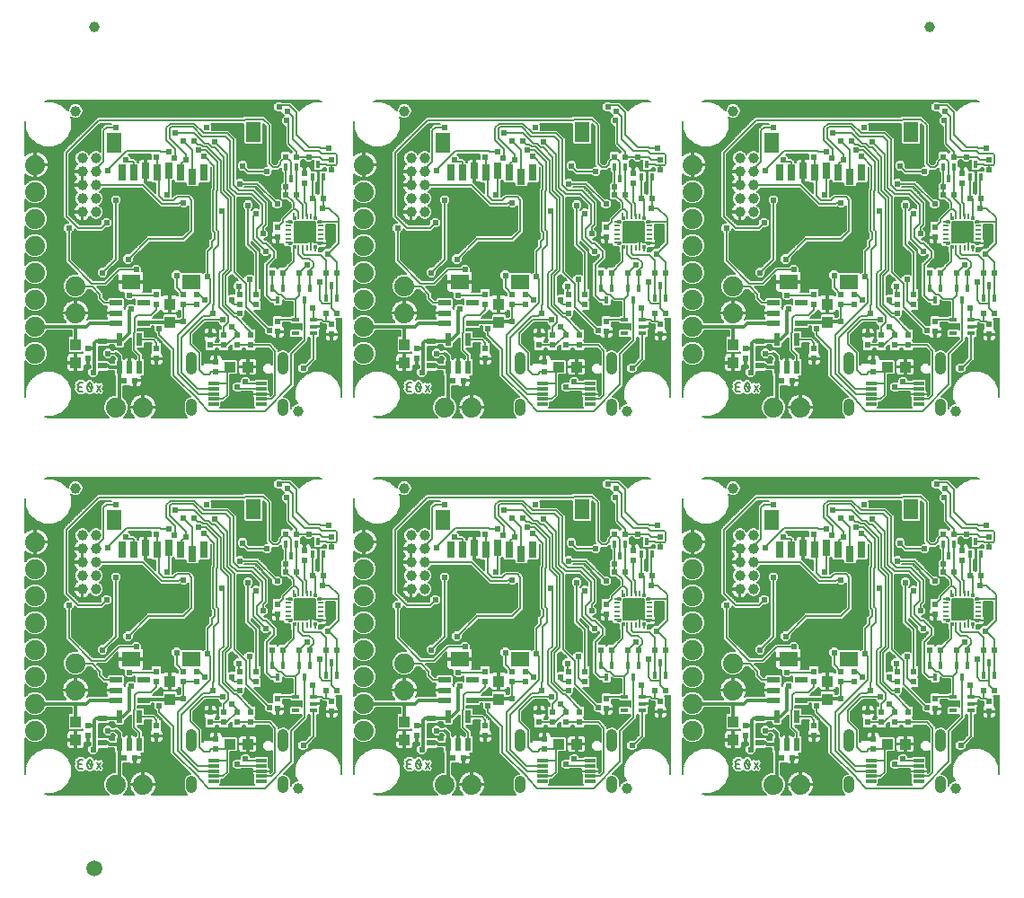
<source format=gbl>
G75*
%MOIN*%
%OFA0B0*%
%FSLAX25Y25*%
%IPPOS*%
%LPD*%
%AMOC8*
5,1,8,0,0,1.08239X$1,22.5*
%
%ADD10C,0.00800*%
%ADD11R,0.02165X0.04724*%
%ADD12R,0.02362X0.02362*%
%ADD13C,0.03937*%
%ADD14R,0.04331X0.03937*%
%ADD15R,0.03937X0.01181*%
%ADD16R,0.07087X0.05512*%
%ADD17R,0.05512X0.07480*%
%ADD18R,0.03150X0.05906*%
%ADD19R,0.01949X0.00984*%
%ADD20R,0.02362X0.00984*%
%ADD21R,0.00984X0.01949*%
%ADD22R,0.00984X0.02362*%
%ADD23C,0.00010*%
%ADD24R,0.02953X0.01575*%
%ADD25R,0.01811X0.02559*%
%ADD26R,0.04724X0.02165*%
%ADD27C,0.07400*%
%ADD28R,0.03937X0.04331*%
%ADD29R,0.03268X0.02480*%
%ADD30C,0.03937*%
%ADD31C,0.05906*%
%ADD32C,0.00600*%
%ADD33C,0.02400*%
%ADD34C,0.01200*%
D10*
X0050169Y0057650D02*
X0051058Y0057650D01*
X0050169Y0057650D02*
X0050111Y0057652D01*
X0050053Y0057658D01*
X0049996Y0057667D01*
X0049939Y0057680D01*
X0049883Y0057697D01*
X0049829Y0057718D01*
X0049776Y0057742D01*
X0049725Y0057769D01*
X0049675Y0057800D01*
X0049628Y0057834D01*
X0049583Y0057871D01*
X0049540Y0057910D01*
X0049501Y0057953D01*
X0049464Y0057998D01*
X0049430Y0058045D01*
X0049399Y0058095D01*
X0049372Y0058146D01*
X0049348Y0058199D01*
X0049327Y0058253D01*
X0049310Y0058309D01*
X0049297Y0058366D01*
X0049288Y0058423D01*
X0049282Y0058481D01*
X0049280Y0058539D01*
X0049282Y0058597D01*
X0049288Y0058655D01*
X0049297Y0058712D01*
X0049310Y0058769D01*
X0049327Y0058825D01*
X0049348Y0058879D01*
X0049372Y0058932D01*
X0049399Y0058984D01*
X0049430Y0059033D01*
X0049464Y0059080D01*
X0049501Y0059125D01*
X0049540Y0059168D01*
X0049583Y0059207D01*
X0049628Y0059244D01*
X0049675Y0059278D01*
X0049725Y0059309D01*
X0049776Y0059336D01*
X0049829Y0059360D01*
X0049883Y0059381D01*
X0049939Y0059398D01*
X0049996Y0059411D01*
X0050053Y0059420D01*
X0050111Y0059426D01*
X0050169Y0059428D01*
X0049991Y0059428D02*
X0050702Y0059428D01*
X0049991Y0059428D02*
X0049939Y0059430D01*
X0049887Y0059436D01*
X0049836Y0059445D01*
X0049786Y0059458D01*
X0049737Y0059475D01*
X0049689Y0059495D01*
X0049643Y0059519D01*
X0049599Y0059546D01*
X0049556Y0059576D01*
X0049517Y0059609D01*
X0049479Y0059646D01*
X0049444Y0059684D01*
X0049413Y0059725D01*
X0049384Y0059769D01*
X0049359Y0059814D01*
X0049337Y0059861D01*
X0049318Y0059909D01*
X0049303Y0059959D01*
X0049292Y0060010D01*
X0049284Y0060061D01*
X0049280Y0060113D01*
X0049280Y0060165D01*
X0049284Y0060217D01*
X0049292Y0060268D01*
X0049303Y0060319D01*
X0049318Y0060369D01*
X0049337Y0060417D01*
X0049359Y0060464D01*
X0049384Y0060509D01*
X0049413Y0060553D01*
X0049444Y0060594D01*
X0049479Y0060632D01*
X0049517Y0060669D01*
X0049556Y0060702D01*
X0049599Y0060732D01*
X0049643Y0060759D01*
X0049689Y0060783D01*
X0049737Y0060803D01*
X0049786Y0060820D01*
X0049836Y0060833D01*
X0049887Y0060842D01*
X0049939Y0060848D01*
X0049991Y0060850D01*
X0051058Y0060850D01*
X0054658Y0059250D02*
X0054656Y0059150D01*
X0054650Y0059051D01*
X0054641Y0058952D01*
X0054628Y0058853D01*
X0054611Y0058755D01*
X0054590Y0058657D01*
X0054566Y0058560D01*
X0054538Y0058465D01*
X0054507Y0058370D01*
X0054472Y0058277D01*
X0054433Y0058185D01*
X0054391Y0058094D01*
X0054480Y0058361D02*
X0053058Y0060139D01*
X0053147Y0060405D02*
X0053165Y0060453D01*
X0053187Y0060499D01*
X0053213Y0060543D01*
X0053241Y0060585D01*
X0053273Y0060625D01*
X0053308Y0060662D01*
X0053346Y0060696D01*
X0053387Y0060727D01*
X0053429Y0060755D01*
X0053474Y0060780D01*
X0053520Y0060801D01*
X0053568Y0060819D01*
X0053617Y0060832D01*
X0053667Y0060842D01*
X0053718Y0060848D01*
X0053769Y0060850D01*
X0053820Y0060848D01*
X0053871Y0060842D01*
X0053921Y0060832D01*
X0053970Y0060819D01*
X0054018Y0060801D01*
X0054064Y0060780D01*
X0054109Y0060755D01*
X0054151Y0060727D01*
X0054192Y0060696D01*
X0054230Y0060662D01*
X0054265Y0060625D01*
X0054297Y0060585D01*
X0054325Y0060543D01*
X0054351Y0060499D01*
X0054373Y0060453D01*
X0054391Y0060405D01*
X0053147Y0060406D02*
X0053105Y0060315D01*
X0053066Y0060223D01*
X0053031Y0060130D01*
X0053000Y0060035D01*
X0052972Y0059940D01*
X0052948Y0059843D01*
X0052927Y0059745D01*
X0052910Y0059647D01*
X0052897Y0059548D01*
X0052888Y0059449D01*
X0052882Y0059350D01*
X0052880Y0059250D01*
X0054658Y0059250D02*
X0054656Y0059350D01*
X0054650Y0059449D01*
X0054641Y0059548D01*
X0054628Y0059647D01*
X0054611Y0059745D01*
X0054590Y0059843D01*
X0054566Y0059940D01*
X0054538Y0060035D01*
X0054507Y0060130D01*
X0054472Y0060223D01*
X0054433Y0060315D01*
X0054391Y0060406D01*
X0052880Y0059250D02*
X0052882Y0059150D01*
X0052888Y0059051D01*
X0052897Y0058952D01*
X0052910Y0058853D01*
X0052927Y0058755D01*
X0052948Y0058657D01*
X0052972Y0058560D01*
X0053000Y0058465D01*
X0053031Y0058370D01*
X0053066Y0058277D01*
X0053105Y0058185D01*
X0053147Y0058094D01*
X0053147Y0058095D02*
X0053165Y0058047D01*
X0053187Y0058001D01*
X0053213Y0057957D01*
X0053241Y0057915D01*
X0053273Y0057875D01*
X0053308Y0057838D01*
X0053346Y0057804D01*
X0053387Y0057773D01*
X0053429Y0057745D01*
X0053474Y0057720D01*
X0053520Y0057699D01*
X0053568Y0057681D01*
X0053617Y0057668D01*
X0053667Y0057658D01*
X0053718Y0057652D01*
X0053769Y0057650D01*
X0053820Y0057652D01*
X0053871Y0057658D01*
X0053921Y0057668D01*
X0053970Y0057681D01*
X0054018Y0057699D01*
X0054064Y0057720D01*
X0054109Y0057745D01*
X0054151Y0057773D01*
X0054192Y0057804D01*
X0054230Y0057838D01*
X0054265Y0057875D01*
X0054297Y0057915D01*
X0054325Y0057957D01*
X0054351Y0058001D01*
X0054373Y0058047D01*
X0054391Y0058095D01*
X0056298Y0057650D02*
X0057720Y0059783D01*
X0056298Y0059783D02*
X0057720Y0057650D01*
X0171991Y0059428D02*
X0172702Y0059428D01*
X0171991Y0059428D02*
X0171939Y0059430D01*
X0171887Y0059436D01*
X0171836Y0059445D01*
X0171786Y0059458D01*
X0171737Y0059475D01*
X0171689Y0059495D01*
X0171643Y0059519D01*
X0171599Y0059546D01*
X0171556Y0059576D01*
X0171517Y0059609D01*
X0171479Y0059646D01*
X0171444Y0059684D01*
X0171413Y0059725D01*
X0171384Y0059769D01*
X0171359Y0059814D01*
X0171337Y0059861D01*
X0171318Y0059909D01*
X0171303Y0059959D01*
X0171292Y0060010D01*
X0171284Y0060061D01*
X0171280Y0060113D01*
X0171280Y0060165D01*
X0171284Y0060217D01*
X0171292Y0060268D01*
X0171303Y0060319D01*
X0171318Y0060369D01*
X0171337Y0060417D01*
X0171359Y0060464D01*
X0171384Y0060509D01*
X0171413Y0060553D01*
X0171444Y0060594D01*
X0171479Y0060632D01*
X0171517Y0060669D01*
X0171556Y0060702D01*
X0171599Y0060732D01*
X0171643Y0060759D01*
X0171689Y0060783D01*
X0171737Y0060803D01*
X0171786Y0060820D01*
X0171836Y0060833D01*
X0171887Y0060842D01*
X0171939Y0060848D01*
X0171991Y0060850D01*
X0173058Y0060850D01*
X0176658Y0059250D02*
X0176656Y0059150D01*
X0176650Y0059051D01*
X0176641Y0058952D01*
X0176628Y0058853D01*
X0176611Y0058755D01*
X0176590Y0058657D01*
X0176566Y0058560D01*
X0176538Y0058465D01*
X0176507Y0058370D01*
X0176472Y0058277D01*
X0176433Y0058185D01*
X0176391Y0058094D01*
X0176480Y0058361D02*
X0175058Y0060139D01*
X0175147Y0060405D02*
X0175165Y0060453D01*
X0175187Y0060499D01*
X0175213Y0060543D01*
X0175241Y0060585D01*
X0175273Y0060625D01*
X0175308Y0060662D01*
X0175346Y0060696D01*
X0175387Y0060727D01*
X0175429Y0060755D01*
X0175474Y0060780D01*
X0175520Y0060801D01*
X0175568Y0060819D01*
X0175617Y0060832D01*
X0175667Y0060842D01*
X0175718Y0060848D01*
X0175769Y0060850D01*
X0175820Y0060848D01*
X0175871Y0060842D01*
X0175921Y0060832D01*
X0175970Y0060819D01*
X0176018Y0060801D01*
X0176064Y0060780D01*
X0176109Y0060755D01*
X0176151Y0060727D01*
X0176192Y0060696D01*
X0176230Y0060662D01*
X0176265Y0060625D01*
X0176297Y0060585D01*
X0176325Y0060543D01*
X0176351Y0060499D01*
X0176373Y0060453D01*
X0176391Y0060405D01*
X0175147Y0060406D02*
X0175105Y0060315D01*
X0175066Y0060223D01*
X0175031Y0060130D01*
X0175000Y0060035D01*
X0174972Y0059940D01*
X0174948Y0059843D01*
X0174927Y0059745D01*
X0174910Y0059647D01*
X0174897Y0059548D01*
X0174888Y0059449D01*
X0174882Y0059350D01*
X0174880Y0059250D01*
X0176658Y0059250D02*
X0176656Y0059350D01*
X0176650Y0059449D01*
X0176641Y0059548D01*
X0176628Y0059647D01*
X0176611Y0059745D01*
X0176590Y0059843D01*
X0176566Y0059940D01*
X0176538Y0060035D01*
X0176507Y0060130D01*
X0176472Y0060223D01*
X0176433Y0060315D01*
X0176391Y0060406D01*
X0174880Y0059250D02*
X0174882Y0059150D01*
X0174888Y0059051D01*
X0174897Y0058952D01*
X0174910Y0058853D01*
X0174927Y0058755D01*
X0174948Y0058657D01*
X0174972Y0058560D01*
X0175000Y0058465D01*
X0175031Y0058370D01*
X0175066Y0058277D01*
X0175105Y0058185D01*
X0175147Y0058094D01*
X0175147Y0058095D02*
X0175165Y0058047D01*
X0175187Y0058001D01*
X0175213Y0057957D01*
X0175241Y0057915D01*
X0175273Y0057875D01*
X0175308Y0057838D01*
X0175346Y0057804D01*
X0175387Y0057773D01*
X0175429Y0057745D01*
X0175474Y0057720D01*
X0175520Y0057699D01*
X0175568Y0057681D01*
X0175617Y0057668D01*
X0175667Y0057658D01*
X0175718Y0057652D01*
X0175769Y0057650D01*
X0175820Y0057652D01*
X0175871Y0057658D01*
X0175921Y0057668D01*
X0175970Y0057681D01*
X0176018Y0057699D01*
X0176064Y0057720D01*
X0176109Y0057745D01*
X0176151Y0057773D01*
X0176192Y0057804D01*
X0176230Y0057838D01*
X0176265Y0057875D01*
X0176297Y0057915D01*
X0176325Y0057957D01*
X0176351Y0058001D01*
X0176373Y0058047D01*
X0176391Y0058095D01*
X0178298Y0057650D02*
X0179720Y0059783D01*
X0178298Y0059783D02*
X0179720Y0057650D01*
X0173058Y0057650D02*
X0172169Y0057650D01*
X0172111Y0057652D01*
X0172053Y0057658D01*
X0171996Y0057667D01*
X0171939Y0057680D01*
X0171883Y0057697D01*
X0171829Y0057718D01*
X0171776Y0057742D01*
X0171725Y0057769D01*
X0171675Y0057800D01*
X0171628Y0057834D01*
X0171583Y0057871D01*
X0171540Y0057910D01*
X0171501Y0057953D01*
X0171464Y0057998D01*
X0171430Y0058045D01*
X0171399Y0058095D01*
X0171372Y0058146D01*
X0171348Y0058199D01*
X0171327Y0058253D01*
X0171310Y0058309D01*
X0171297Y0058366D01*
X0171288Y0058423D01*
X0171282Y0058481D01*
X0171280Y0058539D01*
X0171282Y0058597D01*
X0171288Y0058655D01*
X0171297Y0058712D01*
X0171310Y0058769D01*
X0171327Y0058825D01*
X0171348Y0058879D01*
X0171372Y0058932D01*
X0171399Y0058984D01*
X0171430Y0059033D01*
X0171464Y0059080D01*
X0171501Y0059125D01*
X0171540Y0059168D01*
X0171583Y0059207D01*
X0171628Y0059244D01*
X0171675Y0059278D01*
X0171725Y0059309D01*
X0171776Y0059336D01*
X0171829Y0059360D01*
X0171883Y0059381D01*
X0171939Y0059398D01*
X0171996Y0059411D01*
X0172053Y0059420D01*
X0172111Y0059426D01*
X0172169Y0059428D01*
X0293991Y0059428D02*
X0294702Y0059428D01*
X0293991Y0059428D02*
X0293939Y0059430D01*
X0293887Y0059436D01*
X0293836Y0059445D01*
X0293786Y0059458D01*
X0293737Y0059475D01*
X0293689Y0059495D01*
X0293643Y0059519D01*
X0293599Y0059546D01*
X0293556Y0059576D01*
X0293517Y0059609D01*
X0293479Y0059646D01*
X0293444Y0059684D01*
X0293413Y0059725D01*
X0293384Y0059769D01*
X0293359Y0059814D01*
X0293337Y0059861D01*
X0293318Y0059909D01*
X0293303Y0059959D01*
X0293292Y0060010D01*
X0293284Y0060061D01*
X0293280Y0060113D01*
X0293280Y0060165D01*
X0293284Y0060217D01*
X0293292Y0060268D01*
X0293303Y0060319D01*
X0293318Y0060369D01*
X0293337Y0060417D01*
X0293359Y0060464D01*
X0293384Y0060509D01*
X0293413Y0060553D01*
X0293444Y0060594D01*
X0293479Y0060632D01*
X0293517Y0060669D01*
X0293556Y0060702D01*
X0293599Y0060732D01*
X0293643Y0060759D01*
X0293689Y0060783D01*
X0293737Y0060803D01*
X0293786Y0060820D01*
X0293836Y0060833D01*
X0293887Y0060842D01*
X0293939Y0060848D01*
X0293991Y0060850D01*
X0295058Y0060850D01*
X0298658Y0059250D02*
X0298656Y0059150D01*
X0298650Y0059051D01*
X0298641Y0058952D01*
X0298628Y0058853D01*
X0298611Y0058755D01*
X0298590Y0058657D01*
X0298566Y0058560D01*
X0298538Y0058465D01*
X0298507Y0058370D01*
X0298472Y0058277D01*
X0298433Y0058185D01*
X0298391Y0058094D01*
X0298480Y0058361D02*
X0297058Y0060139D01*
X0297147Y0060405D02*
X0297165Y0060453D01*
X0297187Y0060499D01*
X0297213Y0060543D01*
X0297241Y0060585D01*
X0297273Y0060625D01*
X0297308Y0060662D01*
X0297346Y0060696D01*
X0297387Y0060727D01*
X0297429Y0060755D01*
X0297474Y0060780D01*
X0297520Y0060801D01*
X0297568Y0060819D01*
X0297617Y0060832D01*
X0297667Y0060842D01*
X0297718Y0060848D01*
X0297769Y0060850D01*
X0297820Y0060848D01*
X0297871Y0060842D01*
X0297921Y0060832D01*
X0297970Y0060819D01*
X0298018Y0060801D01*
X0298064Y0060780D01*
X0298109Y0060755D01*
X0298151Y0060727D01*
X0298192Y0060696D01*
X0298230Y0060662D01*
X0298265Y0060625D01*
X0298297Y0060585D01*
X0298325Y0060543D01*
X0298351Y0060499D01*
X0298373Y0060453D01*
X0298391Y0060405D01*
X0297147Y0060406D02*
X0297105Y0060315D01*
X0297066Y0060223D01*
X0297031Y0060130D01*
X0297000Y0060035D01*
X0296972Y0059940D01*
X0296948Y0059843D01*
X0296927Y0059745D01*
X0296910Y0059647D01*
X0296897Y0059548D01*
X0296888Y0059449D01*
X0296882Y0059350D01*
X0296880Y0059250D01*
X0298658Y0059250D02*
X0298656Y0059350D01*
X0298650Y0059449D01*
X0298641Y0059548D01*
X0298628Y0059647D01*
X0298611Y0059745D01*
X0298590Y0059843D01*
X0298566Y0059940D01*
X0298538Y0060035D01*
X0298507Y0060130D01*
X0298472Y0060223D01*
X0298433Y0060315D01*
X0298391Y0060406D01*
X0296880Y0059250D02*
X0296882Y0059150D01*
X0296888Y0059051D01*
X0296897Y0058952D01*
X0296910Y0058853D01*
X0296927Y0058755D01*
X0296948Y0058657D01*
X0296972Y0058560D01*
X0297000Y0058465D01*
X0297031Y0058370D01*
X0297066Y0058277D01*
X0297105Y0058185D01*
X0297147Y0058094D01*
X0297147Y0058095D02*
X0297165Y0058047D01*
X0297187Y0058001D01*
X0297213Y0057957D01*
X0297241Y0057915D01*
X0297273Y0057875D01*
X0297308Y0057838D01*
X0297346Y0057804D01*
X0297387Y0057773D01*
X0297429Y0057745D01*
X0297474Y0057720D01*
X0297520Y0057699D01*
X0297568Y0057681D01*
X0297617Y0057668D01*
X0297667Y0057658D01*
X0297718Y0057652D01*
X0297769Y0057650D01*
X0297820Y0057652D01*
X0297871Y0057658D01*
X0297921Y0057668D01*
X0297970Y0057681D01*
X0298018Y0057699D01*
X0298064Y0057720D01*
X0298109Y0057745D01*
X0298151Y0057773D01*
X0298192Y0057804D01*
X0298230Y0057838D01*
X0298265Y0057875D01*
X0298297Y0057915D01*
X0298325Y0057957D01*
X0298351Y0058001D01*
X0298373Y0058047D01*
X0298391Y0058095D01*
X0300298Y0057650D02*
X0301720Y0059783D01*
X0300298Y0059783D02*
X0301720Y0057650D01*
X0295058Y0057650D02*
X0294169Y0057650D01*
X0294111Y0057652D01*
X0294053Y0057658D01*
X0293996Y0057667D01*
X0293939Y0057680D01*
X0293883Y0057697D01*
X0293829Y0057718D01*
X0293776Y0057742D01*
X0293725Y0057769D01*
X0293675Y0057800D01*
X0293628Y0057834D01*
X0293583Y0057871D01*
X0293540Y0057910D01*
X0293501Y0057953D01*
X0293464Y0057998D01*
X0293430Y0058045D01*
X0293399Y0058095D01*
X0293372Y0058146D01*
X0293348Y0058199D01*
X0293327Y0058253D01*
X0293310Y0058309D01*
X0293297Y0058366D01*
X0293288Y0058423D01*
X0293282Y0058481D01*
X0293280Y0058539D01*
X0293282Y0058597D01*
X0293288Y0058655D01*
X0293297Y0058712D01*
X0293310Y0058769D01*
X0293327Y0058825D01*
X0293348Y0058879D01*
X0293372Y0058932D01*
X0293399Y0058984D01*
X0293430Y0059033D01*
X0293464Y0059080D01*
X0293501Y0059125D01*
X0293540Y0059168D01*
X0293583Y0059207D01*
X0293628Y0059244D01*
X0293675Y0059278D01*
X0293725Y0059309D01*
X0293776Y0059336D01*
X0293829Y0059360D01*
X0293883Y0059381D01*
X0293939Y0059398D01*
X0293996Y0059411D01*
X0294053Y0059420D01*
X0294111Y0059426D01*
X0294169Y0059428D01*
X0294169Y0197650D02*
X0295058Y0197650D01*
X0294169Y0197650D02*
X0294111Y0197652D01*
X0294053Y0197658D01*
X0293996Y0197667D01*
X0293939Y0197680D01*
X0293883Y0197697D01*
X0293829Y0197718D01*
X0293776Y0197742D01*
X0293725Y0197769D01*
X0293675Y0197800D01*
X0293628Y0197834D01*
X0293583Y0197871D01*
X0293540Y0197910D01*
X0293501Y0197953D01*
X0293464Y0197998D01*
X0293430Y0198045D01*
X0293399Y0198095D01*
X0293372Y0198146D01*
X0293348Y0198199D01*
X0293327Y0198253D01*
X0293310Y0198309D01*
X0293297Y0198366D01*
X0293288Y0198423D01*
X0293282Y0198481D01*
X0293280Y0198539D01*
X0293282Y0198597D01*
X0293288Y0198655D01*
X0293297Y0198712D01*
X0293310Y0198769D01*
X0293327Y0198825D01*
X0293348Y0198879D01*
X0293372Y0198932D01*
X0293399Y0198984D01*
X0293430Y0199033D01*
X0293464Y0199080D01*
X0293501Y0199125D01*
X0293540Y0199168D01*
X0293583Y0199207D01*
X0293628Y0199244D01*
X0293675Y0199278D01*
X0293725Y0199309D01*
X0293776Y0199336D01*
X0293829Y0199360D01*
X0293883Y0199381D01*
X0293939Y0199398D01*
X0293996Y0199411D01*
X0294053Y0199420D01*
X0294111Y0199426D01*
X0294169Y0199428D01*
X0293991Y0199428D02*
X0294702Y0199428D01*
X0293991Y0199428D02*
X0293939Y0199430D01*
X0293887Y0199436D01*
X0293836Y0199445D01*
X0293786Y0199458D01*
X0293737Y0199475D01*
X0293689Y0199495D01*
X0293643Y0199519D01*
X0293599Y0199546D01*
X0293556Y0199576D01*
X0293517Y0199609D01*
X0293479Y0199646D01*
X0293444Y0199684D01*
X0293413Y0199725D01*
X0293384Y0199769D01*
X0293359Y0199814D01*
X0293337Y0199861D01*
X0293318Y0199909D01*
X0293303Y0199959D01*
X0293292Y0200010D01*
X0293284Y0200061D01*
X0293280Y0200113D01*
X0293280Y0200165D01*
X0293284Y0200217D01*
X0293292Y0200268D01*
X0293303Y0200319D01*
X0293318Y0200369D01*
X0293337Y0200417D01*
X0293359Y0200464D01*
X0293384Y0200509D01*
X0293413Y0200553D01*
X0293444Y0200594D01*
X0293479Y0200632D01*
X0293517Y0200669D01*
X0293556Y0200702D01*
X0293599Y0200732D01*
X0293643Y0200759D01*
X0293689Y0200783D01*
X0293737Y0200803D01*
X0293786Y0200820D01*
X0293836Y0200833D01*
X0293887Y0200842D01*
X0293939Y0200848D01*
X0293991Y0200850D01*
X0295058Y0200850D01*
X0298658Y0199250D02*
X0298656Y0199150D01*
X0298650Y0199051D01*
X0298641Y0198952D01*
X0298628Y0198853D01*
X0298611Y0198755D01*
X0298590Y0198657D01*
X0298566Y0198560D01*
X0298538Y0198465D01*
X0298507Y0198370D01*
X0298472Y0198277D01*
X0298433Y0198185D01*
X0298391Y0198094D01*
X0298480Y0198361D02*
X0297058Y0200139D01*
X0297147Y0200405D02*
X0297165Y0200453D01*
X0297187Y0200499D01*
X0297213Y0200543D01*
X0297241Y0200585D01*
X0297273Y0200625D01*
X0297308Y0200662D01*
X0297346Y0200696D01*
X0297387Y0200727D01*
X0297429Y0200755D01*
X0297474Y0200780D01*
X0297520Y0200801D01*
X0297568Y0200819D01*
X0297617Y0200832D01*
X0297667Y0200842D01*
X0297718Y0200848D01*
X0297769Y0200850D01*
X0297820Y0200848D01*
X0297871Y0200842D01*
X0297921Y0200832D01*
X0297970Y0200819D01*
X0298018Y0200801D01*
X0298064Y0200780D01*
X0298109Y0200755D01*
X0298151Y0200727D01*
X0298192Y0200696D01*
X0298230Y0200662D01*
X0298265Y0200625D01*
X0298297Y0200585D01*
X0298325Y0200543D01*
X0298351Y0200499D01*
X0298373Y0200453D01*
X0298391Y0200405D01*
X0297147Y0200406D02*
X0297105Y0200315D01*
X0297066Y0200223D01*
X0297031Y0200130D01*
X0297000Y0200035D01*
X0296972Y0199940D01*
X0296948Y0199843D01*
X0296927Y0199745D01*
X0296910Y0199647D01*
X0296897Y0199548D01*
X0296888Y0199449D01*
X0296882Y0199350D01*
X0296880Y0199250D01*
X0298658Y0199250D02*
X0298656Y0199350D01*
X0298650Y0199449D01*
X0298641Y0199548D01*
X0298628Y0199647D01*
X0298611Y0199745D01*
X0298590Y0199843D01*
X0298566Y0199940D01*
X0298538Y0200035D01*
X0298507Y0200130D01*
X0298472Y0200223D01*
X0298433Y0200315D01*
X0298391Y0200406D01*
X0296880Y0199250D02*
X0296882Y0199150D01*
X0296888Y0199051D01*
X0296897Y0198952D01*
X0296910Y0198853D01*
X0296927Y0198755D01*
X0296948Y0198657D01*
X0296972Y0198560D01*
X0297000Y0198465D01*
X0297031Y0198370D01*
X0297066Y0198277D01*
X0297105Y0198185D01*
X0297147Y0198094D01*
X0297147Y0198095D02*
X0297165Y0198047D01*
X0297187Y0198001D01*
X0297213Y0197957D01*
X0297241Y0197915D01*
X0297273Y0197875D01*
X0297308Y0197838D01*
X0297346Y0197804D01*
X0297387Y0197773D01*
X0297429Y0197745D01*
X0297474Y0197720D01*
X0297520Y0197699D01*
X0297568Y0197681D01*
X0297617Y0197668D01*
X0297667Y0197658D01*
X0297718Y0197652D01*
X0297769Y0197650D01*
X0297820Y0197652D01*
X0297871Y0197658D01*
X0297921Y0197668D01*
X0297970Y0197681D01*
X0298018Y0197699D01*
X0298064Y0197720D01*
X0298109Y0197745D01*
X0298151Y0197773D01*
X0298192Y0197804D01*
X0298230Y0197838D01*
X0298265Y0197875D01*
X0298297Y0197915D01*
X0298325Y0197957D01*
X0298351Y0198001D01*
X0298373Y0198047D01*
X0298391Y0198095D01*
X0300298Y0197650D02*
X0301720Y0199783D01*
X0300298Y0199783D02*
X0301720Y0197650D01*
X0179720Y0197650D02*
X0178298Y0199783D01*
X0174880Y0199250D02*
X0174882Y0199150D01*
X0174888Y0199051D01*
X0174897Y0198952D01*
X0174910Y0198853D01*
X0174927Y0198755D01*
X0174948Y0198657D01*
X0174972Y0198560D01*
X0175000Y0198465D01*
X0175031Y0198370D01*
X0175066Y0198277D01*
X0175105Y0198185D01*
X0175147Y0198094D01*
X0175147Y0198095D02*
X0175165Y0198047D01*
X0175187Y0198001D01*
X0175213Y0197957D01*
X0175241Y0197915D01*
X0175273Y0197875D01*
X0175308Y0197838D01*
X0175346Y0197804D01*
X0175387Y0197773D01*
X0175429Y0197745D01*
X0175474Y0197720D01*
X0175520Y0197699D01*
X0175568Y0197681D01*
X0175617Y0197668D01*
X0175667Y0197658D01*
X0175718Y0197652D01*
X0175769Y0197650D01*
X0175820Y0197652D01*
X0175871Y0197658D01*
X0175921Y0197668D01*
X0175970Y0197681D01*
X0176018Y0197699D01*
X0176064Y0197720D01*
X0176109Y0197745D01*
X0176151Y0197773D01*
X0176192Y0197804D01*
X0176230Y0197838D01*
X0176265Y0197875D01*
X0176297Y0197915D01*
X0176325Y0197957D01*
X0176351Y0198001D01*
X0176373Y0198047D01*
X0176391Y0198095D01*
X0176480Y0198361D02*
X0175058Y0200139D01*
X0175147Y0200405D02*
X0175165Y0200453D01*
X0175187Y0200499D01*
X0175213Y0200543D01*
X0175241Y0200585D01*
X0175273Y0200625D01*
X0175308Y0200662D01*
X0175346Y0200696D01*
X0175387Y0200727D01*
X0175429Y0200755D01*
X0175474Y0200780D01*
X0175520Y0200801D01*
X0175568Y0200819D01*
X0175617Y0200832D01*
X0175667Y0200842D01*
X0175718Y0200848D01*
X0175769Y0200850D01*
X0175820Y0200848D01*
X0175871Y0200842D01*
X0175921Y0200832D01*
X0175970Y0200819D01*
X0176018Y0200801D01*
X0176064Y0200780D01*
X0176109Y0200755D01*
X0176151Y0200727D01*
X0176192Y0200696D01*
X0176230Y0200662D01*
X0176265Y0200625D01*
X0176297Y0200585D01*
X0176325Y0200543D01*
X0176351Y0200499D01*
X0176373Y0200453D01*
X0176391Y0200405D01*
X0175147Y0200406D02*
X0175105Y0200315D01*
X0175066Y0200223D01*
X0175031Y0200130D01*
X0175000Y0200035D01*
X0174972Y0199940D01*
X0174948Y0199843D01*
X0174927Y0199745D01*
X0174910Y0199647D01*
X0174897Y0199548D01*
X0174888Y0199449D01*
X0174882Y0199350D01*
X0174880Y0199250D01*
X0176658Y0199250D02*
X0176656Y0199350D01*
X0176650Y0199449D01*
X0176641Y0199548D01*
X0176628Y0199647D01*
X0176611Y0199745D01*
X0176590Y0199843D01*
X0176566Y0199940D01*
X0176538Y0200035D01*
X0176507Y0200130D01*
X0176472Y0200223D01*
X0176433Y0200315D01*
X0176391Y0200406D01*
X0176658Y0199250D02*
X0176656Y0199150D01*
X0176650Y0199051D01*
X0176641Y0198952D01*
X0176628Y0198853D01*
X0176611Y0198755D01*
X0176590Y0198657D01*
X0176566Y0198560D01*
X0176538Y0198465D01*
X0176507Y0198370D01*
X0176472Y0198277D01*
X0176433Y0198185D01*
X0176391Y0198094D01*
X0178298Y0197650D02*
X0179720Y0199783D01*
X0173058Y0200850D02*
X0171991Y0200850D01*
X0171939Y0200848D01*
X0171887Y0200842D01*
X0171836Y0200833D01*
X0171786Y0200820D01*
X0171737Y0200803D01*
X0171689Y0200783D01*
X0171643Y0200759D01*
X0171599Y0200732D01*
X0171556Y0200702D01*
X0171517Y0200669D01*
X0171479Y0200632D01*
X0171444Y0200594D01*
X0171413Y0200553D01*
X0171384Y0200509D01*
X0171359Y0200464D01*
X0171337Y0200417D01*
X0171318Y0200369D01*
X0171303Y0200319D01*
X0171292Y0200268D01*
X0171284Y0200217D01*
X0171280Y0200165D01*
X0171280Y0200113D01*
X0171284Y0200061D01*
X0171292Y0200010D01*
X0171303Y0199959D01*
X0171318Y0199909D01*
X0171337Y0199861D01*
X0171359Y0199814D01*
X0171384Y0199769D01*
X0171413Y0199725D01*
X0171444Y0199684D01*
X0171479Y0199646D01*
X0171517Y0199609D01*
X0171556Y0199576D01*
X0171599Y0199546D01*
X0171643Y0199519D01*
X0171689Y0199495D01*
X0171737Y0199475D01*
X0171786Y0199458D01*
X0171836Y0199445D01*
X0171887Y0199436D01*
X0171939Y0199430D01*
X0171991Y0199428D01*
X0172702Y0199428D01*
X0172169Y0199428D02*
X0172111Y0199426D01*
X0172053Y0199420D01*
X0171996Y0199411D01*
X0171939Y0199398D01*
X0171883Y0199381D01*
X0171829Y0199360D01*
X0171776Y0199336D01*
X0171725Y0199309D01*
X0171675Y0199278D01*
X0171628Y0199244D01*
X0171583Y0199207D01*
X0171540Y0199168D01*
X0171501Y0199125D01*
X0171464Y0199080D01*
X0171430Y0199033D01*
X0171399Y0198984D01*
X0171372Y0198932D01*
X0171348Y0198879D01*
X0171327Y0198825D01*
X0171310Y0198769D01*
X0171297Y0198712D01*
X0171288Y0198655D01*
X0171282Y0198597D01*
X0171280Y0198539D01*
X0171282Y0198481D01*
X0171288Y0198423D01*
X0171297Y0198366D01*
X0171310Y0198309D01*
X0171327Y0198253D01*
X0171348Y0198199D01*
X0171372Y0198146D01*
X0171399Y0198095D01*
X0171430Y0198045D01*
X0171464Y0197998D01*
X0171501Y0197953D01*
X0171540Y0197910D01*
X0171583Y0197871D01*
X0171628Y0197834D01*
X0171675Y0197800D01*
X0171725Y0197769D01*
X0171776Y0197742D01*
X0171829Y0197718D01*
X0171883Y0197697D01*
X0171939Y0197680D01*
X0171996Y0197667D01*
X0172053Y0197658D01*
X0172111Y0197652D01*
X0172169Y0197650D01*
X0173058Y0197650D01*
X0057720Y0197650D02*
X0056298Y0199783D01*
X0052880Y0199250D02*
X0052882Y0199150D01*
X0052888Y0199051D01*
X0052897Y0198952D01*
X0052910Y0198853D01*
X0052927Y0198755D01*
X0052948Y0198657D01*
X0052972Y0198560D01*
X0053000Y0198465D01*
X0053031Y0198370D01*
X0053066Y0198277D01*
X0053105Y0198185D01*
X0053147Y0198094D01*
X0053147Y0198095D02*
X0053165Y0198047D01*
X0053187Y0198001D01*
X0053213Y0197957D01*
X0053241Y0197915D01*
X0053273Y0197875D01*
X0053308Y0197838D01*
X0053346Y0197804D01*
X0053387Y0197773D01*
X0053429Y0197745D01*
X0053474Y0197720D01*
X0053520Y0197699D01*
X0053568Y0197681D01*
X0053617Y0197668D01*
X0053667Y0197658D01*
X0053718Y0197652D01*
X0053769Y0197650D01*
X0053820Y0197652D01*
X0053871Y0197658D01*
X0053921Y0197668D01*
X0053970Y0197681D01*
X0054018Y0197699D01*
X0054064Y0197720D01*
X0054109Y0197745D01*
X0054151Y0197773D01*
X0054192Y0197804D01*
X0054230Y0197838D01*
X0054265Y0197875D01*
X0054297Y0197915D01*
X0054325Y0197957D01*
X0054351Y0198001D01*
X0054373Y0198047D01*
X0054391Y0198095D01*
X0054480Y0198361D02*
X0053058Y0200139D01*
X0053147Y0200405D02*
X0053165Y0200453D01*
X0053187Y0200499D01*
X0053213Y0200543D01*
X0053241Y0200585D01*
X0053273Y0200625D01*
X0053308Y0200662D01*
X0053346Y0200696D01*
X0053387Y0200727D01*
X0053429Y0200755D01*
X0053474Y0200780D01*
X0053520Y0200801D01*
X0053568Y0200819D01*
X0053617Y0200832D01*
X0053667Y0200842D01*
X0053718Y0200848D01*
X0053769Y0200850D01*
X0053820Y0200848D01*
X0053871Y0200842D01*
X0053921Y0200832D01*
X0053970Y0200819D01*
X0054018Y0200801D01*
X0054064Y0200780D01*
X0054109Y0200755D01*
X0054151Y0200727D01*
X0054192Y0200696D01*
X0054230Y0200662D01*
X0054265Y0200625D01*
X0054297Y0200585D01*
X0054325Y0200543D01*
X0054351Y0200499D01*
X0054373Y0200453D01*
X0054391Y0200405D01*
X0053147Y0200406D02*
X0053105Y0200315D01*
X0053066Y0200223D01*
X0053031Y0200130D01*
X0053000Y0200035D01*
X0052972Y0199940D01*
X0052948Y0199843D01*
X0052927Y0199745D01*
X0052910Y0199647D01*
X0052897Y0199548D01*
X0052888Y0199449D01*
X0052882Y0199350D01*
X0052880Y0199250D01*
X0054658Y0199250D02*
X0054656Y0199350D01*
X0054650Y0199449D01*
X0054641Y0199548D01*
X0054628Y0199647D01*
X0054611Y0199745D01*
X0054590Y0199843D01*
X0054566Y0199940D01*
X0054538Y0200035D01*
X0054507Y0200130D01*
X0054472Y0200223D01*
X0054433Y0200315D01*
X0054391Y0200406D01*
X0054658Y0199250D02*
X0054656Y0199150D01*
X0054650Y0199051D01*
X0054641Y0198952D01*
X0054628Y0198853D01*
X0054611Y0198755D01*
X0054590Y0198657D01*
X0054566Y0198560D01*
X0054538Y0198465D01*
X0054507Y0198370D01*
X0054472Y0198277D01*
X0054433Y0198185D01*
X0054391Y0198094D01*
X0056298Y0197650D02*
X0057720Y0199783D01*
X0051058Y0200850D02*
X0049991Y0200850D01*
X0049939Y0200848D01*
X0049887Y0200842D01*
X0049836Y0200833D01*
X0049786Y0200820D01*
X0049737Y0200803D01*
X0049689Y0200783D01*
X0049643Y0200759D01*
X0049599Y0200732D01*
X0049556Y0200702D01*
X0049517Y0200669D01*
X0049479Y0200632D01*
X0049444Y0200594D01*
X0049413Y0200553D01*
X0049384Y0200509D01*
X0049359Y0200464D01*
X0049337Y0200417D01*
X0049318Y0200369D01*
X0049303Y0200319D01*
X0049292Y0200268D01*
X0049284Y0200217D01*
X0049280Y0200165D01*
X0049280Y0200113D01*
X0049284Y0200061D01*
X0049292Y0200010D01*
X0049303Y0199959D01*
X0049318Y0199909D01*
X0049337Y0199861D01*
X0049359Y0199814D01*
X0049384Y0199769D01*
X0049413Y0199725D01*
X0049444Y0199684D01*
X0049479Y0199646D01*
X0049517Y0199609D01*
X0049556Y0199576D01*
X0049599Y0199546D01*
X0049643Y0199519D01*
X0049689Y0199495D01*
X0049737Y0199475D01*
X0049786Y0199458D01*
X0049836Y0199445D01*
X0049887Y0199436D01*
X0049939Y0199430D01*
X0049991Y0199428D01*
X0050702Y0199428D01*
X0050169Y0199428D02*
X0050111Y0199426D01*
X0050053Y0199420D01*
X0049996Y0199411D01*
X0049939Y0199398D01*
X0049883Y0199381D01*
X0049829Y0199360D01*
X0049776Y0199336D01*
X0049725Y0199309D01*
X0049675Y0199278D01*
X0049628Y0199244D01*
X0049583Y0199207D01*
X0049540Y0199168D01*
X0049501Y0199125D01*
X0049464Y0199080D01*
X0049430Y0199033D01*
X0049399Y0198984D01*
X0049372Y0198932D01*
X0049348Y0198879D01*
X0049327Y0198825D01*
X0049310Y0198769D01*
X0049297Y0198712D01*
X0049288Y0198655D01*
X0049282Y0198597D01*
X0049280Y0198539D01*
X0049282Y0198481D01*
X0049288Y0198423D01*
X0049297Y0198366D01*
X0049310Y0198309D01*
X0049327Y0198253D01*
X0049348Y0198199D01*
X0049372Y0198146D01*
X0049399Y0198095D01*
X0049430Y0198045D01*
X0049464Y0197998D01*
X0049501Y0197953D01*
X0049540Y0197910D01*
X0049583Y0197871D01*
X0049628Y0197834D01*
X0049675Y0197800D01*
X0049725Y0197769D01*
X0049776Y0197742D01*
X0049829Y0197718D01*
X0049883Y0197697D01*
X0049939Y0197680D01*
X0049996Y0197667D01*
X0050053Y0197658D01*
X0050111Y0197652D01*
X0050169Y0197650D01*
X0051058Y0197650D01*
D11*
X0064760Y0206631D03*
X0068500Y0206631D03*
X0072240Y0206631D03*
X0072240Y0216869D03*
X0064760Y0216869D03*
X0186760Y0216869D03*
X0194240Y0216869D03*
X0194240Y0206631D03*
X0190500Y0206631D03*
X0186760Y0206631D03*
X0308760Y0206631D03*
X0312500Y0206631D03*
X0316240Y0206631D03*
X0316240Y0216869D03*
X0308760Y0216869D03*
X0308760Y0076869D03*
X0316240Y0076869D03*
X0316240Y0066631D03*
X0312500Y0066631D03*
X0308760Y0066631D03*
X0194240Y0066631D03*
X0190500Y0066631D03*
X0186760Y0066631D03*
X0186760Y0076869D03*
X0194240Y0076869D03*
X0072240Y0076869D03*
X0064760Y0076869D03*
X0064760Y0066631D03*
X0068500Y0066631D03*
X0072240Y0066631D03*
D12*
X0070469Y0061750D03*
X0066531Y0061750D03*
X0078500Y0069781D03*
X0078500Y0073719D03*
X0078500Y0089781D03*
X0078500Y0093719D03*
X0088500Y0093719D03*
X0088500Y0089781D03*
X0093500Y0089781D03*
X0093500Y0093719D03*
X0098500Y0078719D03*
X0098500Y0074781D03*
X0103500Y0074781D03*
X0103500Y0078719D03*
X0108500Y0078719D03*
X0108500Y0074781D03*
X0113500Y0074781D03*
X0113500Y0078719D03*
X0123500Y0079781D03*
X0123500Y0083719D03*
X0115500Y0089781D03*
X0115500Y0093719D03*
X0109500Y0093719D03*
X0109500Y0089781D03*
X0121531Y0101750D03*
X0125469Y0101750D03*
X0131531Y0101750D03*
X0135469Y0101750D03*
X0141531Y0101750D03*
X0145469Y0101750D03*
X0145469Y0086750D03*
X0141531Y0086750D03*
X0143500Y0082719D03*
X0143500Y0078781D03*
X0175000Y0073719D03*
X0175000Y0069781D03*
X0188531Y0061750D03*
X0192469Y0061750D03*
X0200500Y0069781D03*
X0200500Y0073719D03*
X0200500Y0089781D03*
X0200500Y0093719D03*
X0210500Y0093719D03*
X0210500Y0089781D03*
X0215500Y0089781D03*
X0215500Y0093719D03*
X0220500Y0078719D03*
X0220500Y0074781D03*
X0225500Y0074781D03*
X0225500Y0078719D03*
X0230500Y0078719D03*
X0230500Y0074781D03*
X0235500Y0074781D03*
X0235500Y0078719D03*
X0237500Y0089781D03*
X0237500Y0093719D03*
X0231500Y0093719D03*
X0231500Y0089781D03*
X0245500Y0083719D03*
X0245500Y0079781D03*
X0263531Y0086750D03*
X0267469Y0086750D03*
X0265500Y0082719D03*
X0265500Y0078781D03*
X0263531Y0101750D03*
X0267469Y0101750D03*
X0257469Y0101750D03*
X0253531Y0101750D03*
X0247469Y0101750D03*
X0243531Y0101750D03*
X0245500Y0114781D03*
X0245500Y0118719D03*
X0248531Y0130750D03*
X0252469Y0130750D03*
X0255500Y0134781D03*
X0255500Y0138719D03*
X0252469Y0144750D03*
X0248531Y0144750D03*
X0265500Y0143719D03*
X0265500Y0139781D03*
X0262469Y0129250D03*
X0258531Y0129250D03*
X0297000Y0073719D03*
X0297000Y0069781D03*
X0310531Y0061750D03*
X0314469Y0061750D03*
X0322500Y0069781D03*
X0322500Y0073719D03*
X0322500Y0089781D03*
X0322500Y0093719D03*
X0332500Y0093719D03*
X0332500Y0089781D03*
X0337500Y0089781D03*
X0337500Y0093719D03*
X0342500Y0078719D03*
X0342500Y0074781D03*
X0347500Y0074781D03*
X0347500Y0078719D03*
X0352500Y0078719D03*
X0352500Y0074781D03*
X0357500Y0074781D03*
X0357500Y0078719D03*
X0359500Y0089781D03*
X0359500Y0093719D03*
X0353500Y0093719D03*
X0353500Y0089781D03*
X0365531Y0101750D03*
X0369469Y0101750D03*
X0375531Y0101750D03*
X0379469Y0101750D03*
X0385531Y0101750D03*
X0389469Y0101750D03*
X0389469Y0086750D03*
X0385531Y0086750D03*
X0387500Y0082719D03*
X0387500Y0078781D03*
X0367500Y0079781D03*
X0367500Y0083719D03*
X0344500Y0068719D03*
X0344500Y0064781D03*
X0367500Y0114781D03*
X0367500Y0118719D03*
X0370531Y0130750D03*
X0374469Y0130750D03*
X0377500Y0134781D03*
X0377500Y0138719D03*
X0374469Y0144750D03*
X0370531Y0144750D03*
X0387500Y0143719D03*
X0387500Y0139781D03*
X0384469Y0129250D03*
X0380531Y0129250D03*
X0314469Y0201750D03*
X0310531Y0201750D03*
X0322500Y0209781D03*
X0322500Y0213719D03*
X0322500Y0229781D03*
X0322500Y0233719D03*
X0332500Y0233719D03*
X0332500Y0229781D03*
X0337500Y0229781D03*
X0337500Y0233719D03*
X0353500Y0233719D03*
X0353500Y0229781D03*
X0359500Y0229781D03*
X0359500Y0233719D03*
X0365531Y0241750D03*
X0369469Y0241750D03*
X0375531Y0241750D03*
X0379469Y0241750D03*
X0385531Y0241750D03*
X0389469Y0241750D03*
X0389469Y0226750D03*
X0385531Y0226750D03*
X0387500Y0222719D03*
X0387500Y0218781D03*
X0367500Y0219781D03*
X0367500Y0223719D03*
X0357500Y0218719D03*
X0357500Y0214781D03*
X0352500Y0214781D03*
X0352500Y0218719D03*
X0347500Y0218719D03*
X0347500Y0214781D03*
X0342500Y0214781D03*
X0342500Y0218719D03*
X0344500Y0208719D03*
X0344500Y0204781D03*
X0297000Y0209781D03*
X0297000Y0213719D03*
X0267469Y0226750D03*
X0263531Y0226750D03*
X0265500Y0222719D03*
X0265500Y0218781D03*
X0245500Y0219781D03*
X0245500Y0223719D03*
X0237500Y0229781D03*
X0237500Y0233719D03*
X0231500Y0233719D03*
X0231500Y0229781D03*
X0230500Y0218719D03*
X0230500Y0214781D03*
X0225500Y0214781D03*
X0225500Y0218719D03*
X0220500Y0218719D03*
X0220500Y0214781D03*
X0222500Y0208719D03*
X0222500Y0204781D03*
X0235500Y0214781D03*
X0235500Y0218719D03*
X0215500Y0229781D03*
X0215500Y0233719D03*
X0210500Y0233719D03*
X0210500Y0229781D03*
X0200500Y0229781D03*
X0200500Y0233719D03*
X0200500Y0213719D03*
X0200500Y0209781D03*
X0192469Y0201750D03*
X0188531Y0201750D03*
X0175000Y0209781D03*
X0175000Y0213719D03*
X0145469Y0226750D03*
X0141531Y0226750D03*
X0143500Y0222719D03*
X0143500Y0218781D03*
X0123500Y0219781D03*
X0123500Y0223719D03*
X0115500Y0229781D03*
X0115500Y0233719D03*
X0109500Y0233719D03*
X0109500Y0229781D03*
X0108500Y0218719D03*
X0108500Y0214781D03*
X0103500Y0214781D03*
X0103500Y0218719D03*
X0098500Y0218719D03*
X0098500Y0214781D03*
X0100500Y0208719D03*
X0100500Y0204781D03*
X0113500Y0214781D03*
X0113500Y0218719D03*
X0093500Y0229781D03*
X0093500Y0233719D03*
X0088500Y0233719D03*
X0088500Y0229781D03*
X0078500Y0229781D03*
X0078500Y0233719D03*
X0078500Y0213719D03*
X0078500Y0209781D03*
X0070469Y0201750D03*
X0066531Y0201750D03*
X0053000Y0209781D03*
X0053000Y0213719D03*
X0121531Y0241750D03*
X0125469Y0241750D03*
X0131531Y0241750D03*
X0135469Y0241750D03*
X0141531Y0241750D03*
X0145469Y0241750D03*
X0123500Y0254781D03*
X0123500Y0258719D03*
X0126531Y0270750D03*
X0130469Y0270750D03*
X0133500Y0274781D03*
X0133500Y0278719D03*
X0130469Y0284750D03*
X0126531Y0284750D03*
X0143500Y0283719D03*
X0143500Y0279781D03*
X0140469Y0269250D03*
X0136531Y0269250D03*
X0243531Y0241750D03*
X0247469Y0241750D03*
X0253531Y0241750D03*
X0257469Y0241750D03*
X0263531Y0241750D03*
X0267469Y0241750D03*
X0245500Y0254781D03*
X0245500Y0258719D03*
X0248531Y0270750D03*
X0252469Y0270750D03*
X0255500Y0274781D03*
X0255500Y0278719D03*
X0252469Y0284750D03*
X0248531Y0284750D03*
X0265500Y0283719D03*
X0265500Y0279781D03*
X0262469Y0269250D03*
X0258531Y0269250D03*
X0367500Y0258719D03*
X0367500Y0254781D03*
X0370531Y0270750D03*
X0374469Y0270750D03*
X0377500Y0274781D03*
X0377500Y0278719D03*
X0374469Y0284750D03*
X0370531Y0284750D03*
X0387500Y0283719D03*
X0387500Y0279781D03*
X0384469Y0269250D03*
X0380531Y0269250D03*
X0222500Y0068719D03*
X0222500Y0064781D03*
X0140469Y0129250D03*
X0136531Y0129250D03*
X0130469Y0130750D03*
X0126531Y0130750D03*
X0133500Y0134781D03*
X0133500Y0138719D03*
X0130469Y0144750D03*
X0126531Y0144750D03*
X0143500Y0143719D03*
X0143500Y0139781D03*
X0123500Y0118719D03*
X0123500Y0114781D03*
X0100500Y0068719D03*
X0100500Y0064781D03*
X0053000Y0069781D03*
X0053000Y0073719D03*
D13*
X0051000Y0124250D03*
X0051000Y0129250D03*
X0056000Y0129250D03*
X0056000Y0124250D03*
X0056000Y0134250D03*
X0056000Y0139250D03*
X0056000Y0144250D03*
X0051000Y0144250D03*
X0051000Y0139250D03*
X0051000Y0134250D03*
X0048500Y0161750D03*
X0131000Y0190250D03*
X0170500Y0161750D03*
X0173000Y0144250D03*
X0173000Y0139250D03*
X0173000Y0134250D03*
X0178000Y0134250D03*
X0178000Y0139250D03*
X0178000Y0144250D03*
X0178000Y0129250D03*
X0178000Y0124250D03*
X0173000Y0124250D03*
X0173000Y0129250D03*
X0253000Y0190250D03*
X0292500Y0161750D03*
X0295000Y0144250D03*
X0295000Y0139250D03*
X0295000Y0134250D03*
X0300000Y0134250D03*
X0300000Y0139250D03*
X0300000Y0144250D03*
X0300000Y0129250D03*
X0300000Y0124250D03*
X0295000Y0124250D03*
X0295000Y0129250D03*
X0375000Y0190250D03*
X0300000Y0264250D03*
X0300000Y0269250D03*
X0300000Y0274250D03*
X0300000Y0279250D03*
X0295000Y0279250D03*
X0295000Y0274250D03*
X0295000Y0269250D03*
X0295000Y0264250D03*
X0295000Y0284250D03*
X0300000Y0284250D03*
X0292500Y0301750D03*
X0365500Y0333000D03*
X0178000Y0284250D03*
X0173000Y0284250D03*
X0173000Y0279250D03*
X0173000Y0274250D03*
X0173000Y0269250D03*
X0173000Y0264250D03*
X0178000Y0264250D03*
X0178000Y0269250D03*
X0178000Y0274250D03*
X0178000Y0279250D03*
X0170500Y0301750D03*
X0056000Y0284250D03*
X0051000Y0284250D03*
X0051000Y0279250D03*
X0051000Y0274250D03*
X0051000Y0269250D03*
X0051000Y0264250D03*
X0056000Y0264250D03*
X0056000Y0269250D03*
X0056000Y0274250D03*
X0056000Y0279250D03*
X0048500Y0301750D03*
X0055500Y0333000D03*
X0131000Y0050250D03*
X0253000Y0050250D03*
X0375000Y0050250D03*
D14*
X0356346Y0066750D03*
X0349654Y0066750D03*
X0234346Y0066750D03*
X0227654Y0066750D03*
X0112346Y0066750D03*
X0105654Y0066750D03*
X0105654Y0206750D03*
X0112346Y0206750D03*
X0227654Y0206750D03*
X0234346Y0206750D03*
X0349654Y0206750D03*
X0356346Y0206750D03*
D15*
X0361358Y0200687D03*
X0361358Y0198719D03*
X0361358Y0196750D03*
X0361358Y0194781D03*
X0361358Y0192813D03*
X0343642Y0192813D03*
X0343642Y0194781D03*
X0343642Y0196750D03*
X0343642Y0198719D03*
X0343642Y0200687D03*
X0239358Y0200687D03*
X0239358Y0198719D03*
X0239358Y0196750D03*
X0239358Y0194781D03*
X0239358Y0192813D03*
X0221642Y0192813D03*
X0221642Y0194781D03*
X0221642Y0196750D03*
X0221642Y0198719D03*
X0221642Y0200687D03*
X0117358Y0200687D03*
X0117358Y0198719D03*
X0117358Y0196750D03*
X0117358Y0194781D03*
X0117358Y0192813D03*
X0099642Y0192813D03*
X0099642Y0194781D03*
X0099642Y0196750D03*
X0099642Y0198719D03*
X0099642Y0200687D03*
X0099642Y0060687D03*
X0099642Y0058719D03*
X0099642Y0056750D03*
X0099642Y0054781D03*
X0099642Y0052813D03*
X0117358Y0052813D03*
X0117358Y0054781D03*
X0117358Y0056750D03*
X0117358Y0058719D03*
X0117358Y0060687D03*
X0221642Y0060687D03*
X0221642Y0058719D03*
X0221642Y0056750D03*
X0221642Y0054781D03*
X0221642Y0052813D03*
X0239358Y0052813D03*
X0239358Y0054781D03*
X0239358Y0056750D03*
X0239358Y0058719D03*
X0239358Y0060687D03*
X0343642Y0060687D03*
X0343642Y0058719D03*
X0343642Y0056750D03*
X0343642Y0054781D03*
X0343642Y0052813D03*
X0361358Y0052813D03*
X0361358Y0054781D03*
X0361358Y0056750D03*
X0361358Y0058719D03*
X0361358Y0060687D03*
D16*
X0335512Y0098325D03*
X0313071Y0098325D03*
X0213512Y0098325D03*
X0191071Y0098325D03*
X0091512Y0098325D03*
X0069071Y0098325D03*
X0069071Y0238325D03*
X0091512Y0238325D03*
X0191071Y0238325D03*
X0213512Y0238325D03*
X0313071Y0238325D03*
X0335512Y0238325D03*
D17*
X0306772Y0290096D03*
X0358543Y0294033D03*
X0236543Y0294033D03*
X0184772Y0290096D03*
X0114543Y0294033D03*
X0062772Y0290096D03*
X0114543Y0154033D03*
X0062772Y0150096D03*
X0184772Y0150096D03*
X0236543Y0154033D03*
X0306772Y0150096D03*
X0358543Y0154033D03*
D18*
X0340197Y0138876D03*
X0335866Y0137301D03*
X0331535Y0138876D03*
X0327205Y0139663D03*
X0322874Y0138876D03*
X0318543Y0139663D03*
X0314213Y0138876D03*
X0309882Y0138876D03*
X0218197Y0138876D03*
X0213866Y0137301D03*
X0209535Y0138876D03*
X0205205Y0139663D03*
X0200874Y0138876D03*
X0196543Y0139663D03*
X0192213Y0138876D03*
X0187882Y0138876D03*
X0096197Y0138876D03*
X0091866Y0137301D03*
X0087535Y0138876D03*
X0083205Y0139663D03*
X0078874Y0138876D03*
X0074543Y0139663D03*
X0070213Y0138876D03*
X0065882Y0138876D03*
X0065882Y0278876D03*
X0070213Y0278876D03*
X0074543Y0279663D03*
X0078874Y0278876D03*
X0083205Y0279663D03*
X0087535Y0278876D03*
X0091866Y0277301D03*
X0096197Y0278876D03*
X0187882Y0278876D03*
X0192213Y0278876D03*
X0196543Y0279663D03*
X0200874Y0278876D03*
X0205205Y0279663D03*
X0209535Y0278876D03*
X0213866Y0277301D03*
X0218197Y0278876D03*
X0309882Y0278876D03*
X0314213Y0278876D03*
X0318543Y0279663D03*
X0322874Y0278876D03*
X0327205Y0279663D03*
X0331535Y0278876D03*
X0335866Y0277301D03*
X0340197Y0278876D03*
D19*
X0371388Y0260687D03*
X0371388Y0252813D03*
X0383612Y0252813D03*
X0383612Y0260687D03*
X0261612Y0260687D03*
X0261612Y0252813D03*
X0249388Y0252813D03*
X0249388Y0260687D03*
X0139612Y0260687D03*
X0139612Y0252813D03*
X0127388Y0252813D03*
X0127388Y0260687D03*
X0127388Y0120687D03*
X0127388Y0112813D03*
X0139612Y0112813D03*
X0139612Y0120687D03*
X0249388Y0120687D03*
X0249388Y0112813D03*
X0261612Y0112813D03*
X0261612Y0120687D03*
X0371388Y0120687D03*
X0371388Y0112813D03*
X0383612Y0112813D03*
X0383612Y0120687D03*
D20*
X0383406Y0119112D03*
X0383406Y0117537D03*
X0383406Y0115963D03*
X0383406Y0114388D03*
X0371594Y0114388D03*
X0371594Y0115963D03*
X0371594Y0117537D03*
X0371594Y0119112D03*
X0261406Y0119112D03*
X0261406Y0117537D03*
X0261406Y0115963D03*
X0261406Y0114388D03*
X0249594Y0114388D03*
X0249594Y0115963D03*
X0249594Y0117537D03*
X0249594Y0119112D03*
X0139406Y0119112D03*
X0139406Y0117537D03*
X0139406Y0115963D03*
X0139406Y0114388D03*
X0127594Y0114388D03*
X0127594Y0115963D03*
X0127594Y0117537D03*
X0127594Y0119112D03*
X0127594Y0254388D03*
X0127594Y0255963D03*
X0127594Y0257537D03*
X0127594Y0259112D03*
X0139406Y0259112D03*
X0139406Y0257537D03*
X0139406Y0255963D03*
X0139406Y0254388D03*
X0249594Y0254388D03*
X0249594Y0255963D03*
X0249594Y0257537D03*
X0249594Y0259112D03*
X0261406Y0259112D03*
X0261406Y0257537D03*
X0261406Y0255963D03*
X0261406Y0254388D03*
X0371594Y0254388D03*
X0371594Y0255963D03*
X0371594Y0257537D03*
X0371594Y0259112D03*
X0383406Y0259112D03*
X0383406Y0257537D03*
X0383406Y0255963D03*
X0383406Y0254388D03*
D21*
X0381437Y0250638D03*
X0373563Y0250638D03*
X0373563Y0262862D03*
X0381437Y0262862D03*
X0259437Y0262862D03*
X0251563Y0262862D03*
X0251563Y0250638D03*
X0259437Y0250638D03*
X0137437Y0250638D03*
X0129563Y0250638D03*
X0129563Y0262862D03*
X0137437Y0262862D03*
X0137437Y0122862D03*
X0129563Y0122862D03*
X0129563Y0110638D03*
X0137437Y0110638D03*
X0251563Y0110638D03*
X0259437Y0110638D03*
X0259437Y0122862D03*
X0251563Y0122862D03*
X0373563Y0122862D03*
X0381437Y0122862D03*
X0381437Y0110638D03*
X0373563Y0110638D03*
D22*
X0375138Y0110844D03*
X0376713Y0110844D03*
X0378287Y0110844D03*
X0379862Y0110844D03*
X0379862Y0122656D03*
X0378287Y0122656D03*
X0376713Y0122656D03*
X0375138Y0122656D03*
X0257862Y0122656D03*
X0256287Y0122656D03*
X0254713Y0122656D03*
X0253138Y0122656D03*
X0253138Y0110844D03*
X0254713Y0110844D03*
X0256287Y0110844D03*
X0257862Y0110844D03*
X0135862Y0110844D03*
X0134287Y0110844D03*
X0132713Y0110844D03*
X0131138Y0110844D03*
X0131138Y0122656D03*
X0132713Y0122656D03*
X0134287Y0122656D03*
X0135862Y0122656D03*
X0135862Y0250844D03*
X0134287Y0250844D03*
X0132713Y0250844D03*
X0131138Y0250844D03*
X0131138Y0262656D03*
X0132713Y0262656D03*
X0134287Y0262656D03*
X0135862Y0262656D03*
X0253138Y0262656D03*
X0254713Y0262656D03*
X0256287Y0262656D03*
X0257862Y0262656D03*
X0257862Y0250844D03*
X0256287Y0250844D03*
X0254713Y0250844D03*
X0253138Y0250844D03*
X0375138Y0250844D03*
X0376713Y0250844D03*
X0378287Y0250844D03*
X0379862Y0250844D03*
X0379862Y0262656D03*
X0378287Y0262656D03*
X0376713Y0262656D03*
X0375138Y0262656D03*
D23*
X0374055Y0262651D02*
X0373071Y0262651D01*
X0373071Y0262656D02*
X0374055Y0262656D01*
X0374055Y0261474D01*
X0373484Y0261474D01*
X0373071Y0261888D01*
X0373071Y0262656D01*
X0373071Y0262642D02*
X0374055Y0262642D01*
X0374055Y0262634D02*
X0373071Y0262634D01*
X0373071Y0262625D02*
X0374055Y0262625D01*
X0374055Y0262617D02*
X0373071Y0262617D01*
X0373071Y0262608D02*
X0374055Y0262608D01*
X0374055Y0262600D02*
X0373071Y0262600D01*
X0373071Y0262591D02*
X0374055Y0262591D01*
X0374055Y0262583D02*
X0373071Y0262583D01*
X0373071Y0262574D02*
X0374055Y0262574D01*
X0374055Y0262566D02*
X0373071Y0262566D01*
X0373071Y0262557D02*
X0374055Y0262557D01*
X0374055Y0262549D02*
X0373071Y0262549D01*
X0373071Y0262540D02*
X0374055Y0262540D01*
X0374055Y0262532D02*
X0373071Y0262532D01*
X0373071Y0262523D02*
X0374055Y0262523D01*
X0374055Y0262515D02*
X0373071Y0262515D01*
X0373071Y0262506D02*
X0374055Y0262506D01*
X0374055Y0262498D02*
X0373071Y0262498D01*
X0373071Y0262489D02*
X0374055Y0262489D01*
X0374055Y0262481D02*
X0373071Y0262481D01*
X0373071Y0262472D02*
X0374055Y0262472D01*
X0374055Y0262464D02*
X0373071Y0262464D01*
X0373071Y0262455D02*
X0374055Y0262455D01*
X0374055Y0262447D02*
X0373071Y0262447D01*
X0373071Y0262438D02*
X0374055Y0262438D01*
X0374055Y0262430D02*
X0373071Y0262430D01*
X0373071Y0262421D02*
X0374055Y0262421D01*
X0374055Y0262413D02*
X0373071Y0262413D01*
X0373071Y0262404D02*
X0374055Y0262404D01*
X0374055Y0262396D02*
X0373071Y0262396D01*
X0373071Y0262387D02*
X0374055Y0262387D01*
X0374055Y0262378D02*
X0373071Y0262378D01*
X0373071Y0262370D02*
X0374055Y0262370D01*
X0374055Y0262361D02*
X0373071Y0262361D01*
X0373071Y0262353D02*
X0374055Y0262353D01*
X0374055Y0262344D02*
X0373071Y0262344D01*
X0373071Y0262336D02*
X0374055Y0262336D01*
X0374055Y0262327D02*
X0373071Y0262327D01*
X0373071Y0262319D02*
X0374055Y0262319D01*
X0374055Y0262310D02*
X0373071Y0262310D01*
X0373071Y0262302D02*
X0374055Y0262302D01*
X0374055Y0262293D02*
X0373071Y0262293D01*
X0373071Y0262285D02*
X0374055Y0262285D01*
X0374055Y0262276D02*
X0373071Y0262276D01*
X0373071Y0262268D02*
X0374055Y0262268D01*
X0374055Y0262259D02*
X0373071Y0262259D01*
X0373071Y0262251D02*
X0374055Y0262251D01*
X0374055Y0262242D02*
X0373071Y0262242D01*
X0373071Y0262234D02*
X0374055Y0262234D01*
X0374055Y0262225D02*
X0373071Y0262225D01*
X0373071Y0262217D02*
X0374055Y0262217D01*
X0374055Y0262208D02*
X0373071Y0262208D01*
X0373071Y0262200D02*
X0374055Y0262200D01*
X0374055Y0262191D02*
X0373071Y0262191D01*
X0373071Y0262183D02*
X0374055Y0262183D01*
X0374055Y0262174D02*
X0373071Y0262174D01*
X0373071Y0262166D02*
X0374055Y0262166D01*
X0374055Y0262157D02*
X0373071Y0262157D01*
X0373071Y0262149D02*
X0374055Y0262149D01*
X0374055Y0262140D02*
X0373071Y0262140D01*
X0373071Y0262132D02*
X0374055Y0262132D01*
X0374055Y0262123D02*
X0373071Y0262123D01*
X0373071Y0262115D02*
X0374055Y0262115D01*
X0374055Y0262106D02*
X0373071Y0262106D01*
X0373071Y0262098D02*
X0374055Y0262098D01*
X0374055Y0262089D02*
X0373071Y0262089D01*
X0373071Y0262081D02*
X0374055Y0262081D01*
X0374055Y0262072D02*
X0373071Y0262072D01*
X0373071Y0262063D02*
X0374055Y0262063D01*
X0374055Y0262055D02*
X0373071Y0262055D01*
X0373071Y0262046D02*
X0374055Y0262046D01*
X0374055Y0262038D02*
X0373071Y0262038D01*
X0373071Y0262029D02*
X0374055Y0262029D01*
X0374055Y0262021D02*
X0373071Y0262021D01*
X0373071Y0262012D02*
X0374055Y0262012D01*
X0374055Y0262004D02*
X0373071Y0262004D01*
X0373071Y0261995D02*
X0374055Y0261995D01*
X0374055Y0261987D02*
X0373071Y0261987D01*
X0373071Y0261978D02*
X0374055Y0261978D01*
X0374055Y0261970D02*
X0373071Y0261970D01*
X0373071Y0261961D02*
X0374055Y0261961D01*
X0374055Y0261953D02*
X0373071Y0261953D01*
X0373071Y0261944D02*
X0374055Y0261944D01*
X0374055Y0261936D02*
X0373071Y0261936D01*
X0373071Y0261927D02*
X0374055Y0261927D01*
X0374055Y0261919D02*
X0373071Y0261919D01*
X0373071Y0261910D02*
X0374055Y0261910D01*
X0374055Y0261902D02*
X0373071Y0261902D01*
X0373071Y0261893D02*
X0374055Y0261893D01*
X0374055Y0261885D02*
X0373074Y0261885D01*
X0373082Y0261876D02*
X0374055Y0261876D01*
X0374055Y0261868D02*
X0373091Y0261868D01*
X0373100Y0261859D02*
X0374055Y0261859D01*
X0374055Y0261851D02*
X0373108Y0261851D01*
X0373117Y0261842D02*
X0374055Y0261842D01*
X0374055Y0261834D02*
X0373125Y0261834D01*
X0373134Y0261825D02*
X0374055Y0261825D01*
X0374055Y0261817D02*
X0373142Y0261817D01*
X0373151Y0261808D02*
X0374055Y0261808D01*
X0374055Y0261800D02*
X0373159Y0261800D01*
X0373168Y0261791D02*
X0374055Y0261791D01*
X0374055Y0261783D02*
X0373176Y0261783D01*
X0373185Y0261774D02*
X0374055Y0261774D01*
X0374055Y0261766D02*
X0373193Y0261766D01*
X0373202Y0261757D02*
X0374055Y0261757D01*
X0374055Y0261748D02*
X0373210Y0261748D01*
X0373219Y0261740D02*
X0374055Y0261740D01*
X0374055Y0261731D02*
X0373227Y0261731D01*
X0373236Y0261723D02*
X0374055Y0261723D01*
X0374055Y0261714D02*
X0373244Y0261714D01*
X0373253Y0261706D02*
X0374055Y0261706D01*
X0374055Y0261697D02*
X0373261Y0261697D01*
X0373270Y0261689D02*
X0374055Y0261689D01*
X0374055Y0261680D02*
X0373278Y0261680D01*
X0373287Y0261672D02*
X0374055Y0261672D01*
X0374055Y0261663D02*
X0373295Y0261663D01*
X0373304Y0261655D02*
X0374055Y0261655D01*
X0374055Y0261646D02*
X0373312Y0261646D01*
X0373321Y0261638D02*
X0374055Y0261638D01*
X0374055Y0261629D02*
X0373329Y0261629D01*
X0373338Y0261621D02*
X0374055Y0261621D01*
X0374055Y0261612D02*
X0373346Y0261612D01*
X0373355Y0261604D02*
X0374055Y0261604D01*
X0374055Y0261595D02*
X0373363Y0261595D01*
X0373372Y0261587D02*
X0374055Y0261587D01*
X0374055Y0261578D02*
X0373380Y0261578D01*
X0373389Y0261570D02*
X0374055Y0261570D01*
X0374055Y0261561D02*
X0373397Y0261561D01*
X0373406Y0261553D02*
X0374055Y0261553D01*
X0374055Y0261544D02*
X0373415Y0261544D01*
X0373423Y0261536D02*
X0374055Y0261536D01*
X0374055Y0261527D02*
X0373432Y0261527D01*
X0373440Y0261519D02*
X0374055Y0261519D01*
X0374055Y0261510D02*
X0373449Y0261510D01*
X0373457Y0261502D02*
X0374055Y0261502D01*
X0374055Y0261493D02*
X0373466Y0261493D01*
X0373474Y0261485D02*
X0374055Y0261485D01*
X0374055Y0261476D02*
X0373483Y0261476D01*
X0372776Y0260766D02*
X0372776Y0260195D01*
X0371594Y0260195D01*
X0371594Y0261179D01*
X0372362Y0261179D01*
X0372776Y0260766D01*
X0372776Y0260761D02*
X0371594Y0260761D01*
X0371594Y0260769D02*
X0372772Y0260769D01*
X0372763Y0260778D02*
X0371594Y0260778D01*
X0371594Y0260786D02*
X0372755Y0260786D01*
X0372746Y0260795D02*
X0371594Y0260795D01*
X0371594Y0260803D02*
X0372738Y0260803D01*
X0372729Y0260812D02*
X0371594Y0260812D01*
X0371594Y0260820D02*
X0372721Y0260820D01*
X0372712Y0260829D02*
X0371594Y0260829D01*
X0371594Y0260837D02*
X0372704Y0260837D01*
X0372695Y0260846D02*
X0371594Y0260846D01*
X0371594Y0260855D02*
X0372687Y0260855D01*
X0372678Y0260863D02*
X0371594Y0260863D01*
X0371594Y0260872D02*
X0372670Y0260872D01*
X0372661Y0260880D02*
X0371594Y0260880D01*
X0371594Y0260889D02*
X0372653Y0260889D01*
X0372644Y0260897D02*
X0371594Y0260897D01*
X0371594Y0260906D02*
X0372636Y0260906D01*
X0372627Y0260914D02*
X0371594Y0260914D01*
X0371594Y0260923D02*
X0372619Y0260923D01*
X0372610Y0260931D02*
X0371594Y0260931D01*
X0371594Y0260940D02*
X0372602Y0260940D01*
X0372593Y0260948D02*
X0371594Y0260948D01*
X0371594Y0260957D02*
X0372585Y0260957D01*
X0372576Y0260965D02*
X0371594Y0260965D01*
X0371594Y0260974D02*
X0372568Y0260974D01*
X0372559Y0260982D02*
X0371594Y0260982D01*
X0371594Y0260991D02*
X0372551Y0260991D01*
X0372542Y0260999D02*
X0371594Y0260999D01*
X0371594Y0261008D02*
X0372534Y0261008D01*
X0372525Y0261016D02*
X0371594Y0261016D01*
X0371594Y0261025D02*
X0372517Y0261025D01*
X0372508Y0261033D02*
X0371594Y0261033D01*
X0371594Y0261042D02*
X0372500Y0261042D01*
X0372491Y0261050D02*
X0371594Y0261050D01*
X0371594Y0261059D02*
X0372482Y0261059D01*
X0372474Y0261067D02*
X0371594Y0261067D01*
X0371594Y0261076D02*
X0372465Y0261076D01*
X0372457Y0261084D02*
X0371594Y0261084D01*
X0371594Y0261093D02*
X0372448Y0261093D01*
X0372440Y0261101D02*
X0371594Y0261101D01*
X0371594Y0261110D02*
X0372431Y0261110D01*
X0372423Y0261118D02*
X0371594Y0261118D01*
X0371594Y0261127D02*
X0372414Y0261127D01*
X0372406Y0261135D02*
X0371594Y0261135D01*
X0371594Y0261144D02*
X0372397Y0261144D01*
X0372389Y0261153D02*
X0371594Y0261153D01*
X0371594Y0261161D02*
X0372380Y0261161D01*
X0372372Y0261170D02*
X0371594Y0261170D01*
X0371594Y0261178D02*
X0372363Y0261178D01*
X0372776Y0260752D02*
X0371594Y0260752D01*
X0371594Y0260744D02*
X0372776Y0260744D01*
X0372776Y0260735D02*
X0371594Y0260735D01*
X0371594Y0260727D02*
X0372776Y0260727D01*
X0372776Y0260718D02*
X0371594Y0260718D01*
X0371594Y0260710D02*
X0372776Y0260710D01*
X0372776Y0260701D02*
X0371594Y0260701D01*
X0371594Y0260693D02*
X0372776Y0260693D01*
X0372776Y0260684D02*
X0371594Y0260684D01*
X0371594Y0260676D02*
X0372776Y0260676D01*
X0372776Y0260667D02*
X0371594Y0260667D01*
X0371594Y0260659D02*
X0372776Y0260659D01*
X0372776Y0260650D02*
X0371594Y0260650D01*
X0371594Y0260642D02*
X0372776Y0260642D01*
X0372776Y0260633D02*
X0371594Y0260633D01*
X0371594Y0260625D02*
X0372776Y0260625D01*
X0372776Y0260616D02*
X0371594Y0260616D01*
X0371594Y0260608D02*
X0372776Y0260608D01*
X0372776Y0260599D02*
X0371594Y0260599D01*
X0371594Y0260591D02*
X0372776Y0260591D01*
X0372776Y0260582D02*
X0371594Y0260582D01*
X0371594Y0260574D02*
X0372776Y0260574D01*
X0372776Y0260565D02*
X0371594Y0260565D01*
X0371594Y0260557D02*
X0372776Y0260557D01*
X0372776Y0260548D02*
X0371594Y0260548D01*
X0371594Y0260540D02*
X0372776Y0260540D01*
X0372776Y0260531D02*
X0371594Y0260531D01*
X0371594Y0260522D02*
X0372776Y0260522D01*
X0372776Y0260514D02*
X0371594Y0260514D01*
X0371594Y0260505D02*
X0372776Y0260505D01*
X0372776Y0260497D02*
X0371594Y0260497D01*
X0371594Y0260488D02*
X0372776Y0260488D01*
X0372776Y0260480D02*
X0371594Y0260480D01*
X0371594Y0260471D02*
X0372776Y0260471D01*
X0372776Y0260463D02*
X0371594Y0260463D01*
X0371594Y0260454D02*
X0372776Y0260454D01*
X0372776Y0260446D02*
X0371594Y0260446D01*
X0371594Y0260437D02*
X0372776Y0260437D01*
X0372776Y0260429D02*
X0371594Y0260429D01*
X0371594Y0260420D02*
X0372776Y0260420D01*
X0372776Y0260412D02*
X0371594Y0260412D01*
X0371594Y0260403D02*
X0372776Y0260403D01*
X0372776Y0260395D02*
X0371594Y0260395D01*
X0371594Y0260386D02*
X0372776Y0260386D01*
X0372776Y0260378D02*
X0371594Y0260378D01*
X0371594Y0260369D02*
X0372776Y0260369D01*
X0372776Y0260361D02*
X0371594Y0260361D01*
X0371594Y0260352D02*
X0372776Y0260352D01*
X0372776Y0260344D02*
X0371594Y0260344D01*
X0371594Y0260335D02*
X0372776Y0260335D01*
X0372776Y0260327D02*
X0371594Y0260327D01*
X0371594Y0260318D02*
X0372776Y0260318D01*
X0372776Y0260310D02*
X0371594Y0260310D01*
X0371594Y0260301D02*
X0372776Y0260301D01*
X0372776Y0260293D02*
X0371594Y0260293D01*
X0371594Y0260284D02*
X0372776Y0260284D01*
X0372776Y0260276D02*
X0371594Y0260276D01*
X0371594Y0260267D02*
X0372776Y0260267D01*
X0372776Y0260259D02*
X0371594Y0260259D01*
X0371594Y0260250D02*
X0372776Y0260250D01*
X0372776Y0260242D02*
X0371594Y0260242D01*
X0371594Y0260233D02*
X0372776Y0260233D01*
X0372776Y0260225D02*
X0371594Y0260225D01*
X0371594Y0260216D02*
X0372776Y0260216D01*
X0372776Y0260207D02*
X0371594Y0260207D01*
X0371594Y0260199D02*
X0372776Y0260199D01*
X0372776Y0253305D02*
X0371594Y0253305D01*
X0371594Y0252321D01*
X0372362Y0252321D01*
X0372776Y0252734D01*
X0372776Y0253305D01*
X0372776Y0253303D02*
X0371594Y0253303D01*
X0371594Y0253294D02*
X0372776Y0253294D01*
X0372776Y0253286D02*
X0371594Y0253286D01*
X0371594Y0253277D02*
X0372776Y0253277D01*
X0372776Y0253269D02*
X0371594Y0253269D01*
X0371594Y0253260D02*
X0372776Y0253260D01*
X0372776Y0253252D02*
X0371594Y0253252D01*
X0371594Y0253243D02*
X0372776Y0253243D01*
X0372776Y0253235D02*
X0371594Y0253235D01*
X0371594Y0253226D02*
X0372776Y0253226D01*
X0372776Y0253218D02*
X0371594Y0253218D01*
X0371594Y0253209D02*
X0372776Y0253209D01*
X0372776Y0253201D02*
X0371594Y0253201D01*
X0371594Y0253192D02*
X0372776Y0253192D01*
X0372776Y0253184D02*
X0371594Y0253184D01*
X0371594Y0253175D02*
X0372776Y0253175D01*
X0372776Y0253167D02*
X0371594Y0253167D01*
X0371594Y0253158D02*
X0372776Y0253158D01*
X0372776Y0253150D02*
X0371594Y0253150D01*
X0371594Y0253141D02*
X0372776Y0253141D01*
X0372776Y0253133D02*
X0371594Y0253133D01*
X0371594Y0253124D02*
X0372776Y0253124D01*
X0372776Y0253116D02*
X0371594Y0253116D01*
X0371594Y0253107D02*
X0372776Y0253107D01*
X0372776Y0253098D02*
X0371594Y0253098D01*
X0371594Y0253090D02*
X0372776Y0253090D01*
X0372776Y0253081D02*
X0371594Y0253081D01*
X0371594Y0253073D02*
X0372776Y0253073D01*
X0372776Y0253064D02*
X0371594Y0253064D01*
X0371594Y0253056D02*
X0372776Y0253056D01*
X0372776Y0253047D02*
X0371594Y0253047D01*
X0371594Y0253039D02*
X0372776Y0253039D01*
X0372776Y0253030D02*
X0371594Y0253030D01*
X0371594Y0253022D02*
X0372776Y0253022D01*
X0372776Y0253013D02*
X0371594Y0253013D01*
X0371594Y0253005D02*
X0372776Y0253005D01*
X0372776Y0252996D02*
X0371594Y0252996D01*
X0371594Y0252988D02*
X0372776Y0252988D01*
X0372776Y0252979D02*
X0371594Y0252979D01*
X0371594Y0252971D02*
X0372776Y0252971D01*
X0372776Y0252962D02*
X0371594Y0252962D01*
X0371594Y0252954D02*
X0372776Y0252954D01*
X0372776Y0252945D02*
X0371594Y0252945D01*
X0371594Y0252937D02*
X0372776Y0252937D01*
X0372776Y0252928D02*
X0371594Y0252928D01*
X0371594Y0252920D02*
X0372776Y0252920D01*
X0372776Y0252911D02*
X0371594Y0252911D01*
X0371594Y0252903D02*
X0372776Y0252903D01*
X0372776Y0252894D02*
X0371594Y0252894D01*
X0371594Y0252886D02*
X0372776Y0252886D01*
X0372776Y0252877D02*
X0371594Y0252877D01*
X0371594Y0252869D02*
X0372776Y0252869D01*
X0372776Y0252860D02*
X0371594Y0252860D01*
X0371594Y0252852D02*
X0372776Y0252852D01*
X0372776Y0252843D02*
X0371594Y0252843D01*
X0371594Y0252835D02*
X0372776Y0252835D01*
X0372776Y0252826D02*
X0371594Y0252826D01*
X0371594Y0252818D02*
X0372776Y0252818D01*
X0372776Y0252809D02*
X0371594Y0252809D01*
X0371594Y0252800D02*
X0372776Y0252800D01*
X0372776Y0252792D02*
X0371594Y0252792D01*
X0371594Y0252783D02*
X0372776Y0252783D01*
X0372776Y0252775D02*
X0371594Y0252775D01*
X0371594Y0252766D02*
X0372776Y0252766D01*
X0372776Y0252758D02*
X0371594Y0252758D01*
X0371594Y0252749D02*
X0372776Y0252749D01*
X0372776Y0252741D02*
X0371594Y0252741D01*
X0371594Y0252732D02*
X0372774Y0252732D01*
X0372765Y0252724D02*
X0371594Y0252724D01*
X0371594Y0252715D02*
X0372757Y0252715D01*
X0372748Y0252707D02*
X0371594Y0252707D01*
X0371594Y0252698D02*
X0372740Y0252698D01*
X0372731Y0252690D02*
X0371594Y0252690D01*
X0371594Y0252681D02*
X0372723Y0252681D01*
X0372714Y0252673D02*
X0371594Y0252673D01*
X0371594Y0252664D02*
X0372706Y0252664D01*
X0372697Y0252656D02*
X0371594Y0252656D01*
X0371594Y0252647D02*
X0372689Y0252647D01*
X0372680Y0252639D02*
X0371594Y0252639D01*
X0371594Y0252630D02*
X0372672Y0252630D01*
X0372663Y0252622D02*
X0371594Y0252622D01*
X0371594Y0252613D02*
X0372655Y0252613D01*
X0372646Y0252605D02*
X0371594Y0252605D01*
X0371594Y0252596D02*
X0372637Y0252596D01*
X0372629Y0252588D02*
X0371594Y0252588D01*
X0371594Y0252579D02*
X0372620Y0252579D01*
X0372612Y0252571D02*
X0371594Y0252571D01*
X0371594Y0252562D02*
X0372603Y0252562D01*
X0372595Y0252554D02*
X0371594Y0252554D01*
X0371594Y0252545D02*
X0372586Y0252545D01*
X0372578Y0252537D02*
X0371594Y0252537D01*
X0371594Y0252528D02*
X0372569Y0252528D01*
X0372561Y0252520D02*
X0371594Y0252520D01*
X0371594Y0252511D02*
X0372552Y0252511D01*
X0372544Y0252503D02*
X0371594Y0252503D01*
X0371594Y0252494D02*
X0372535Y0252494D01*
X0372527Y0252485D02*
X0371594Y0252485D01*
X0371594Y0252477D02*
X0372518Y0252477D01*
X0372510Y0252468D02*
X0371594Y0252468D01*
X0371594Y0252460D02*
X0372501Y0252460D01*
X0372493Y0252451D02*
X0371594Y0252451D01*
X0371594Y0252443D02*
X0372484Y0252443D01*
X0372476Y0252434D02*
X0371594Y0252434D01*
X0371594Y0252426D02*
X0372467Y0252426D01*
X0372459Y0252417D02*
X0371594Y0252417D01*
X0371594Y0252409D02*
X0372450Y0252409D01*
X0372442Y0252400D02*
X0371594Y0252400D01*
X0371594Y0252392D02*
X0372433Y0252392D01*
X0372425Y0252383D02*
X0371594Y0252383D01*
X0371594Y0252375D02*
X0372416Y0252375D01*
X0372408Y0252366D02*
X0371594Y0252366D01*
X0371594Y0252358D02*
X0372399Y0252358D01*
X0372391Y0252349D02*
X0371594Y0252349D01*
X0371594Y0252341D02*
X0372382Y0252341D01*
X0372374Y0252332D02*
X0371594Y0252332D01*
X0371594Y0252324D02*
X0372365Y0252324D01*
X0373076Y0251617D02*
X0374055Y0251617D01*
X0374055Y0251609D02*
X0373071Y0251609D01*
X0373071Y0251612D02*
X0373484Y0252026D01*
X0374055Y0252026D01*
X0374055Y0250844D01*
X0373071Y0250844D01*
X0373071Y0251612D01*
X0373071Y0251600D02*
X0374055Y0251600D01*
X0374055Y0251592D02*
X0373071Y0251592D01*
X0373071Y0251583D02*
X0374055Y0251583D01*
X0374055Y0251575D02*
X0373071Y0251575D01*
X0373071Y0251566D02*
X0374055Y0251566D01*
X0374055Y0251557D02*
X0373071Y0251557D01*
X0373071Y0251549D02*
X0374055Y0251549D01*
X0374055Y0251540D02*
X0373071Y0251540D01*
X0373071Y0251532D02*
X0374055Y0251532D01*
X0374055Y0251523D02*
X0373071Y0251523D01*
X0373071Y0251515D02*
X0374055Y0251515D01*
X0374055Y0251506D02*
X0373071Y0251506D01*
X0373071Y0251498D02*
X0374055Y0251498D01*
X0374055Y0251489D02*
X0373071Y0251489D01*
X0373071Y0251481D02*
X0374055Y0251481D01*
X0374055Y0251472D02*
X0373071Y0251472D01*
X0373071Y0251464D02*
X0374055Y0251464D01*
X0374055Y0251455D02*
X0373071Y0251455D01*
X0373071Y0251447D02*
X0374055Y0251447D01*
X0374055Y0251438D02*
X0373071Y0251438D01*
X0373071Y0251430D02*
X0374055Y0251430D01*
X0374055Y0251421D02*
X0373071Y0251421D01*
X0373071Y0251413D02*
X0374055Y0251413D01*
X0374055Y0251404D02*
X0373071Y0251404D01*
X0373071Y0251396D02*
X0374055Y0251396D01*
X0374055Y0251387D02*
X0373071Y0251387D01*
X0373071Y0251379D02*
X0374055Y0251379D01*
X0374055Y0251370D02*
X0373071Y0251370D01*
X0373071Y0251362D02*
X0374055Y0251362D01*
X0374055Y0251353D02*
X0373071Y0251353D01*
X0373071Y0251345D02*
X0374055Y0251345D01*
X0374055Y0251336D02*
X0373071Y0251336D01*
X0373071Y0251328D02*
X0374055Y0251328D01*
X0374055Y0251319D02*
X0373071Y0251319D01*
X0373071Y0251311D02*
X0374055Y0251311D01*
X0374055Y0251302D02*
X0373071Y0251302D01*
X0373071Y0251294D02*
X0374055Y0251294D01*
X0374055Y0251285D02*
X0373071Y0251285D01*
X0373071Y0251277D02*
X0374055Y0251277D01*
X0374055Y0251268D02*
X0373071Y0251268D01*
X0373071Y0251259D02*
X0374055Y0251259D01*
X0374055Y0251251D02*
X0373071Y0251251D01*
X0373071Y0251242D02*
X0374055Y0251242D01*
X0374055Y0251234D02*
X0373071Y0251234D01*
X0373071Y0251225D02*
X0374055Y0251225D01*
X0374055Y0251217D02*
X0373071Y0251217D01*
X0373071Y0251208D02*
X0374055Y0251208D01*
X0374055Y0251200D02*
X0373071Y0251200D01*
X0373071Y0251191D02*
X0374055Y0251191D01*
X0374055Y0251183D02*
X0373071Y0251183D01*
X0373071Y0251174D02*
X0374055Y0251174D01*
X0374055Y0251166D02*
X0373071Y0251166D01*
X0373071Y0251157D02*
X0374055Y0251157D01*
X0374055Y0251149D02*
X0373071Y0251149D01*
X0373071Y0251140D02*
X0374055Y0251140D01*
X0374055Y0251132D02*
X0373071Y0251132D01*
X0373071Y0251123D02*
X0374055Y0251123D01*
X0374055Y0251115D02*
X0373071Y0251115D01*
X0373071Y0251106D02*
X0374055Y0251106D01*
X0374055Y0251098D02*
X0373071Y0251098D01*
X0373071Y0251089D02*
X0374055Y0251089D01*
X0374055Y0251081D02*
X0373071Y0251081D01*
X0373071Y0251072D02*
X0374055Y0251072D01*
X0374055Y0251064D02*
X0373071Y0251064D01*
X0373071Y0251055D02*
X0374055Y0251055D01*
X0374055Y0251047D02*
X0373071Y0251047D01*
X0373071Y0251038D02*
X0374055Y0251038D01*
X0374055Y0251030D02*
X0373071Y0251030D01*
X0373071Y0251021D02*
X0374055Y0251021D01*
X0374055Y0251013D02*
X0373071Y0251013D01*
X0373071Y0251004D02*
X0374055Y0251004D01*
X0374055Y0250996D02*
X0373071Y0250996D01*
X0373071Y0250987D02*
X0374055Y0250987D01*
X0374055Y0250979D02*
X0373071Y0250979D01*
X0373071Y0250970D02*
X0374055Y0250970D01*
X0374055Y0250962D02*
X0373071Y0250962D01*
X0373071Y0250953D02*
X0374055Y0250953D01*
X0374055Y0250944D02*
X0373071Y0250944D01*
X0373071Y0250936D02*
X0374055Y0250936D01*
X0374055Y0250927D02*
X0373071Y0250927D01*
X0373071Y0250919D02*
X0374055Y0250919D01*
X0374055Y0250910D02*
X0373071Y0250910D01*
X0373071Y0250902D02*
X0374055Y0250902D01*
X0374055Y0250893D02*
X0373071Y0250893D01*
X0373071Y0250885D02*
X0374055Y0250885D01*
X0374055Y0250876D02*
X0373071Y0250876D01*
X0373071Y0250868D02*
X0374055Y0250868D01*
X0374055Y0250859D02*
X0373071Y0250859D01*
X0373071Y0250851D02*
X0374055Y0250851D01*
X0374055Y0251626D02*
X0373084Y0251626D01*
X0373093Y0251634D02*
X0374055Y0251634D01*
X0374055Y0251643D02*
X0373101Y0251643D01*
X0373110Y0251651D02*
X0374055Y0251651D01*
X0374055Y0251660D02*
X0373118Y0251660D01*
X0373127Y0251668D02*
X0374055Y0251668D01*
X0374055Y0251677D02*
X0373135Y0251677D01*
X0373144Y0251685D02*
X0374055Y0251685D01*
X0374055Y0251694D02*
X0373152Y0251694D01*
X0373161Y0251702D02*
X0374055Y0251702D01*
X0374055Y0251711D02*
X0373169Y0251711D01*
X0373178Y0251719D02*
X0374055Y0251719D01*
X0374055Y0251728D02*
X0373186Y0251728D01*
X0373195Y0251736D02*
X0374055Y0251736D01*
X0374055Y0251745D02*
X0373203Y0251745D01*
X0373212Y0251753D02*
X0374055Y0251753D01*
X0374055Y0251762D02*
X0373220Y0251762D01*
X0373229Y0251770D02*
X0374055Y0251770D01*
X0374055Y0251779D02*
X0373237Y0251779D01*
X0373246Y0251787D02*
X0374055Y0251787D01*
X0374055Y0251796D02*
X0373255Y0251796D01*
X0373263Y0251804D02*
X0374055Y0251804D01*
X0374055Y0251813D02*
X0373272Y0251813D01*
X0373280Y0251821D02*
X0374055Y0251821D01*
X0374055Y0251830D02*
X0373289Y0251830D01*
X0373297Y0251838D02*
X0374055Y0251838D01*
X0374055Y0251847D02*
X0373306Y0251847D01*
X0373314Y0251855D02*
X0374055Y0251855D01*
X0374055Y0251864D02*
X0373323Y0251864D01*
X0373331Y0251872D02*
X0374055Y0251872D01*
X0374055Y0251881D02*
X0373340Y0251881D01*
X0373348Y0251890D02*
X0374055Y0251890D01*
X0374055Y0251898D02*
X0373357Y0251898D01*
X0373365Y0251907D02*
X0374055Y0251907D01*
X0374055Y0251915D02*
X0373374Y0251915D01*
X0373382Y0251924D02*
X0374055Y0251924D01*
X0374055Y0251932D02*
X0373391Y0251932D01*
X0373399Y0251941D02*
X0374055Y0251941D01*
X0374055Y0251949D02*
X0373408Y0251949D01*
X0373416Y0251958D02*
X0374055Y0251958D01*
X0374055Y0251966D02*
X0373425Y0251966D01*
X0373433Y0251975D02*
X0374055Y0251975D01*
X0374055Y0251983D02*
X0373442Y0251983D01*
X0373450Y0251992D02*
X0374055Y0251992D01*
X0374055Y0252000D02*
X0373459Y0252000D01*
X0373467Y0252009D02*
X0374055Y0252009D01*
X0374055Y0252017D02*
X0373476Y0252017D01*
X0380945Y0252026D02*
X0380945Y0250844D01*
X0381929Y0250844D01*
X0381929Y0251612D01*
X0381516Y0252026D01*
X0380945Y0252026D01*
X0380945Y0252017D02*
X0381524Y0252017D01*
X0381533Y0252009D02*
X0380945Y0252009D01*
X0380945Y0252000D02*
X0381541Y0252000D01*
X0381550Y0251992D02*
X0380945Y0251992D01*
X0380945Y0251983D02*
X0381558Y0251983D01*
X0381567Y0251975D02*
X0380945Y0251975D01*
X0380945Y0251966D02*
X0381575Y0251966D01*
X0381584Y0251958D02*
X0380945Y0251958D01*
X0380945Y0251949D02*
X0381592Y0251949D01*
X0381601Y0251941D02*
X0380945Y0251941D01*
X0380945Y0251932D02*
X0381609Y0251932D01*
X0381618Y0251924D02*
X0380945Y0251924D01*
X0380945Y0251915D02*
X0381626Y0251915D01*
X0381635Y0251907D02*
X0380945Y0251907D01*
X0380945Y0251898D02*
X0381643Y0251898D01*
X0381652Y0251890D02*
X0380945Y0251890D01*
X0380945Y0251881D02*
X0381660Y0251881D01*
X0381669Y0251872D02*
X0380945Y0251872D01*
X0380945Y0251864D02*
X0381677Y0251864D01*
X0381686Y0251855D02*
X0380945Y0251855D01*
X0380945Y0251847D02*
X0381694Y0251847D01*
X0381703Y0251838D02*
X0380945Y0251838D01*
X0380945Y0251830D02*
X0381711Y0251830D01*
X0381720Y0251821D02*
X0380945Y0251821D01*
X0380945Y0251813D02*
X0381728Y0251813D01*
X0381737Y0251804D02*
X0380945Y0251804D01*
X0380945Y0251796D02*
X0381745Y0251796D01*
X0381754Y0251787D02*
X0380945Y0251787D01*
X0380945Y0251779D02*
X0381762Y0251779D01*
X0381771Y0251770D02*
X0380945Y0251770D01*
X0380945Y0251762D02*
X0381780Y0251762D01*
X0381788Y0251753D02*
X0380945Y0251753D01*
X0380945Y0251745D02*
X0381797Y0251745D01*
X0381805Y0251736D02*
X0380945Y0251736D01*
X0380945Y0251728D02*
X0381814Y0251728D01*
X0381822Y0251719D02*
X0380945Y0251719D01*
X0380945Y0251711D02*
X0381831Y0251711D01*
X0381839Y0251702D02*
X0380945Y0251702D01*
X0380945Y0251694D02*
X0381848Y0251694D01*
X0381856Y0251685D02*
X0380945Y0251685D01*
X0380945Y0251677D02*
X0381865Y0251677D01*
X0381873Y0251668D02*
X0380945Y0251668D01*
X0380945Y0251660D02*
X0381882Y0251660D01*
X0381890Y0251651D02*
X0380945Y0251651D01*
X0380945Y0251643D02*
X0381899Y0251643D01*
X0381907Y0251634D02*
X0380945Y0251634D01*
X0380945Y0251626D02*
X0381916Y0251626D01*
X0381924Y0251617D02*
X0380945Y0251617D01*
X0380945Y0251609D02*
X0381929Y0251609D01*
X0381929Y0251600D02*
X0380945Y0251600D01*
X0380945Y0251592D02*
X0381929Y0251592D01*
X0381929Y0251583D02*
X0380945Y0251583D01*
X0380945Y0251575D02*
X0381929Y0251575D01*
X0381929Y0251566D02*
X0380945Y0251566D01*
X0380945Y0251557D02*
X0381929Y0251557D01*
X0381929Y0251549D02*
X0380945Y0251549D01*
X0380945Y0251540D02*
X0381929Y0251540D01*
X0381929Y0251532D02*
X0380945Y0251532D01*
X0380945Y0251523D02*
X0381929Y0251523D01*
X0381929Y0251515D02*
X0380945Y0251515D01*
X0380945Y0251506D02*
X0381929Y0251506D01*
X0381929Y0251498D02*
X0380945Y0251498D01*
X0380945Y0251489D02*
X0381929Y0251489D01*
X0381929Y0251481D02*
X0380945Y0251481D01*
X0380945Y0251472D02*
X0381929Y0251472D01*
X0381929Y0251464D02*
X0380945Y0251464D01*
X0380945Y0251455D02*
X0381929Y0251455D01*
X0381929Y0251447D02*
X0380945Y0251447D01*
X0380945Y0251438D02*
X0381929Y0251438D01*
X0381929Y0251430D02*
X0380945Y0251430D01*
X0380945Y0251421D02*
X0381929Y0251421D01*
X0381929Y0251413D02*
X0380945Y0251413D01*
X0380945Y0251404D02*
X0381929Y0251404D01*
X0381929Y0251396D02*
X0380945Y0251396D01*
X0380945Y0251387D02*
X0381929Y0251387D01*
X0381929Y0251379D02*
X0380945Y0251379D01*
X0380945Y0251370D02*
X0381929Y0251370D01*
X0381929Y0251362D02*
X0380945Y0251362D01*
X0380945Y0251353D02*
X0381929Y0251353D01*
X0381929Y0251345D02*
X0380945Y0251345D01*
X0380945Y0251336D02*
X0381929Y0251336D01*
X0381929Y0251328D02*
X0380945Y0251328D01*
X0380945Y0251319D02*
X0381929Y0251319D01*
X0381929Y0251311D02*
X0380945Y0251311D01*
X0380945Y0251302D02*
X0381929Y0251302D01*
X0381929Y0251294D02*
X0380945Y0251294D01*
X0380945Y0251285D02*
X0381929Y0251285D01*
X0381929Y0251277D02*
X0380945Y0251277D01*
X0380945Y0251268D02*
X0381929Y0251268D01*
X0381929Y0251259D02*
X0380945Y0251259D01*
X0380945Y0251251D02*
X0381929Y0251251D01*
X0381929Y0251242D02*
X0380945Y0251242D01*
X0380945Y0251234D02*
X0381929Y0251234D01*
X0381929Y0251225D02*
X0380945Y0251225D01*
X0380945Y0251217D02*
X0381929Y0251217D01*
X0381929Y0251208D02*
X0380945Y0251208D01*
X0380945Y0251200D02*
X0381929Y0251200D01*
X0381929Y0251191D02*
X0380945Y0251191D01*
X0380945Y0251183D02*
X0381929Y0251183D01*
X0381929Y0251174D02*
X0380945Y0251174D01*
X0380945Y0251166D02*
X0381929Y0251166D01*
X0381929Y0251157D02*
X0380945Y0251157D01*
X0380945Y0251149D02*
X0381929Y0251149D01*
X0381929Y0251140D02*
X0380945Y0251140D01*
X0380945Y0251132D02*
X0381929Y0251132D01*
X0381929Y0251123D02*
X0380945Y0251123D01*
X0380945Y0251115D02*
X0381929Y0251115D01*
X0381929Y0251106D02*
X0380945Y0251106D01*
X0380945Y0251098D02*
X0381929Y0251098D01*
X0381929Y0251089D02*
X0380945Y0251089D01*
X0380945Y0251081D02*
X0381929Y0251081D01*
X0381929Y0251072D02*
X0380945Y0251072D01*
X0380945Y0251064D02*
X0381929Y0251064D01*
X0381929Y0251055D02*
X0380945Y0251055D01*
X0380945Y0251047D02*
X0381929Y0251047D01*
X0381929Y0251038D02*
X0380945Y0251038D01*
X0380945Y0251030D02*
X0381929Y0251030D01*
X0381929Y0251021D02*
X0380945Y0251021D01*
X0380945Y0251013D02*
X0381929Y0251013D01*
X0381929Y0251004D02*
X0380945Y0251004D01*
X0380945Y0250996D02*
X0381929Y0250996D01*
X0381929Y0250987D02*
X0380945Y0250987D01*
X0380945Y0250979D02*
X0381929Y0250979D01*
X0381929Y0250970D02*
X0380945Y0250970D01*
X0380945Y0250962D02*
X0381929Y0250962D01*
X0381929Y0250953D02*
X0380945Y0250953D01*
X0380945Y0250944D02*
X0381929Y0250944D01*
X0381929Y0250936D02*
X0380945Y0250936D01*
X0380945Y0250927D02*
X0381929Y0250927D01*
X0381929Y0250919D02*
X0380945Y0250919D01*
X0380945Y0250910D02*
X0381929Y0250910D01*
X0381929Y0250902D02*
X0380945Y0250902D01*
X0380945Y0250893D02*
X0381929Y0250893D01*
X0381929Y0250885D02*
X0380945Y0250885D01*
X0380945Y0250876D02*
X0381929Y0250876D01*
X0381929Y0250868D02*
X0380945Y0250868D01*
X0380945Y0250859D02*
X0381929Y0250859D01*
X0381929Y0250851D02*
X0380945Y0250851D01*
X0382524Y0252434D02*
X0383406Y0252434D01*
X0383406Y0252426D02*
X0382533Y0252426D01*
X0382541Y0252417D02*
X0383406Y0252417D01*
X0383406Y0252409D02*
X0382550Y0252409D01*
X0382558Y0252400D02*
X0383406Y0252400D01*
X0383406Y0252392D02*
X0382567Y0252392D01*
X0382575Y0252383D02*
X0383406Y0252383D01*
X0383406Y0252375D02*
X0382584Y0252375D01*
X0382592Y0252366D02*
X0383406Y0252366D01*
X0383406Y0252358D02*
X0382601Y0252358D01*
X0382609Y0252349D02*
X0383406Y0252349D01*
X0383406Y0252341D02*
X0382618Y0252341D01*
X0382626Y0252332D02*
X0383406Y0252332D01*
X0383406Y0252324D02*
X0382635Y0252324D01*
X0382638Y0252321D02*
X0382224Y0252734D01*
X0382224Y0253305D01*
X0383406Y0253305D01*
X0383406Y0252321D01*
X0382638Y0252321D01*
X0382516Y0252443D02*
X0383406Y0252443D01*
X0383406Y0252451D02*
X0382507Y0252451D01*
X0382499Y0252460D02*
X0383406Y0252460D01*
X0383406Y0252468D02*
X0382490Y0252468D01*
X0382482Y0252477D02*
X0383406Y0252477D01*
X0383406Y0252485D02*
X0382473Y0252485D01*
X0382465Y0252494D02*
X0383406Y0252494D01*
X0383406Y0252503D02*
X0382456Y0252503D01*
X0382448Y0252511D02*
X0383406Y0252511D01*
X0383406Y0252520D02*
X0382439Y0252520D01*
X0382431Y0252528D02*
X0383406Y0252528D01*
X0383406Y0252537D02*
X0382422Y0252537D01*
X0382414Y0252545D02*
X0383406Y0252545D01*
X0383406Y0252554D02*
X0382405Y0252554D01*
X0382397Y0252562D02*
X0383406Y0252562D01*
X0383406Y0252571D02*
X0382388Y0252571D01*
X0382380Y0252579D02*
X0383406Y0252579D01*
X0383406Y0252588D02*
X0382371Y0252588D01*
X0382362Y0252596D02*
X0383406Y0252596D01*
X0383406Y0252605D02*
X0382354Y0252605D01*
X0382345Y0252613D02*
X0383406Y0252613D01*
X0383406Y0252622D02*
X0382337Y0252622D01*
X0382328Y0252630D02*
X0383406Y0252630D01*
X0383406Y0252639D02*
X0382320Y0252639D01*
X0382311Y0252647D02*
X0383406Y0252647D01*
X0383406Y0252656D02*
X0382303Y0252656D01*
X0382294Y0252664D02*
X0383406Y0252664D01*
X0383406Y0252673D02*
X0382286Y0252673D01*
X0382277Y0252681D02*
X0383406Y0252681D01*
X0383406Y0252690D02*
X0382269Y0252690D01*
X0382260Y0252698D02*
X0383406Y0252698D01*
X0383406Y0252707D02*
X0382252Y0252707D01*
X0382243Y0252715D02*
X0383406Y0252715D01*
X0383406Y0252724D02*
X0382235Y0252724D01*
X0382226Y0252732D02*
X0383406Y0252732D01*
X0383406Y0252741D02*
X0382224Y0252741D01*
X0382224Y0252749D02*
X0383406Y0252749D01*
X0383406Y0252758D02*
X0382224Y0252758D01*
X0382224Y0252766D02*
X0383406Y0252766D01*
X0383406Y0252775D02*
X0382224Y0252775D01*
X0382224Y0252783D02*
X0383406Y0252783D01*
X0383406Y0252792D02*
X0382224Y0252792D01*
X0382224Y0252800D02*
X0383406Y0252800D01*
X0383406Y0252809D02*
X0382224Y0252809D01*
X0382224Y0252818D02*
X0383406Y0252818D01*
X0383406Y0252826D02*
X0382224Y0252826D01*
X0382224Y0252835D02*
X0383406Y0252835D01*
X0383406Y0252843D02*
X0382224Y0252843D01*
X0382224Y0252852D02*
X0383406Y0252852D01*
X0383406Y0252860D02*
X0382224Y0252860D01*
X0382224Y0252869D02*
X0383406Y0252869D01*
X0383406Y0252877D02*
X0382224Y0252877D01*
X0382224Y0252886D02*
X0383406Y0252886D01*
X0383406Y0252894D02*
X0382224Y0252894D01*
X0382224Y0252903D02*
X0383406Y0252903D01*
X0383406Y0252911D02*
X0382224Y0252911D01*
X0382224Y0252920D02*
X0383406Y0252920D01*
X0383406Y0252928D02*
X0382224Y0252928D01*
X0382224Y0252937D02*
X0383406Y0252937D01*
X0383406Y0252945D02*
X0382224Y0252945D01*
X0382224Y0252954D02*
X0383406Y0252954D01*
X0383406Y0252962D02*
X0382224Y0252962D01*
X0382224Y0252971D02*
X0383406Y0252971D01*
X0383406Y0252979D02*
X0382224Y0252979D01*
X0382224Y0252988D02*
X0383406Y0252988D01*
X0383406Y0252996D02*
X0382224Y0252996D01*
X0382224Y0253005D02*
X0383406Y0253005D01*
X0383406Y0253013D02*
X0382224Y0253013D01*
X0382224Y0253022D02*
X0383406Y0253022D01*
X0383406Y0253030D02*
X0382224Y0253030D01*
X0382224Y0253039D02*
X0383406Y0253039D01*
X0383406Y0253047D02*
X0382224Y0253047D01*
X0382224Y0253056D02*
X0383406Y0253056D01*
X0383406Y0253064D02*
X0382224Y0253064D01*
X0382224Y0253073D02*
X0383406Y0253073D01*
X0383406Y0253081D02*
X0382224Y0253081D01*
X0382224Y0253090D02*
X0383406Y0253090D01*
X0383406Y0253098D02*
X0382224Y0253098D01*
X0382224Y0253107D02*
X0383406Y0253107D01*
X0383406Y0253116D02*
X0382224Y0253116D01*
X0382224Y0253124D02*
X0383406Y0253124D01*
X0383406Y0253133D02*
X0382224Y0253133D01*
X0382224Y0253141D02*
X0383406Y0253141D01*
X0383406Y0253150D02*
X0382224Y0253150D01*
X0382224Y0253158D02*
X0383406Y0253158D01*
X0383406Y0253167D02*
X0382224Y0253167D01*
X0382224Y0253175D02*
X0383406Y0253175D01*
X0383406Y0253184D02*
X0382224Y0253184D01*
X0382224Y0253192D02*
X0383406Y0253192D01*
X0383406Y0253201D02*
X0382224Y0253201D01*
X0382224Y0253209D02*
X0383406Y0253209D01*
X0383406Y0253218D02*
X0382224Y0253218D01*
X0382224Y0253226D02*
X0383406Y0253226D01*
X0383406Y0253235D02*
X0382224Y0253235D01*
X0382224Y0253243D02*
X0383406Y0253243D01*
X0383406Y0253252D02*
X0382224Y0253252D01*
X0382224Y0253260D02*
X0383406Y0253260D01*
X0383406Y0253269D02*
X0382224Y0253269D01*
X0382224Y0253277D02*
X0383406Y0253277D01*
X0383406Y0253286D02*
X0382224Y0253286D01*
X0382224Y0253294D02*
X0383406Y0253294D01*
X0383406Y0253303D02*
X0382224Y0253303D01*
X0382224Y0260195D02*
X0383406Y0260195D01*
X0383406Y0261179D01*
X0382638Y0261179D01*
X0382224Y0260766D01*
X0382224Y0260195D01*
X0382224Y0260199D02*
X0383406Y0260199D01*
X0383406Y0260207D02*
X0382224Y0260207D01*
X0382224Y0260216D02*
X0383406Y0260216D01*
X0383406Y0260225D02*
X0382224Y0260225D01*
X0382224Y0260233D02*
X0383406Y0260233D01*
X0383406Y0260242D02*
X0382224Y0260242D01*
X0382224Y0260250D02*
X0383406Y0260250D01*
X0383406Y0260259D02*
X0382224Y0260259D01*
X0382224Y0260267D02*
X0383406Y0260267D01*
X0383406Y0260276D02*
X0382224Y0260276D01*
X0382224Y0260284D02*
X0383406Y0260284D01*
X0383406Y0260293D02*
X0382224Y0260293D01*
X0382224Y0260301D02*
X0383406Y0260301D01*
X0383406Y0260310D02*
X0382224Y0260310D01*
X0382224Y0260318D02*
X0383406Y0260318D01*
X0383406Y0260327D02*
X0382224Y0260327D01*
X0382224Y0260335D02*
X0383406Y0260335D01*
X0383406Y0260344D02*
X0382224Y0260344D01*
X0382224Y0260352D02*
X0383406Y0260352D01*
X0383406Y0260361D02*
X0382224Y0260361D01*
X0382224Y0260369D02*
X0383406Y0260369D01*
X0383406Y0260378D02*
X0382224Y0260378D01*
X0382224Y0260386D02*
X0383406Y0260386D01*
X0383406Y0260395D02*
X0382224Y0260395D01*
X0382224Y0260403D02*
X0383406Y0260403D01*
X0383406Y0260412D02*
X0382224Y0260412D01*
X0382224Y0260420D02*
X0383406Y0260420D01*
X0383406Y0260429D02*
X0382224Y0260429D01*
X0382224Y0260437D02*
X0383406Y0260437D01*
X0383406Y0260446D02*
X0382224Y0260446D01*
X0382224Y0260454D02*
X0383406Y0260454D01*
X0383406Y0260463D02*
X0382224Y0260463D01*
X0382224Y0260471D02*
X0383406Y0260471D01*
X0383406Y0260480D02*
X0382224Y0260480D01*
X0382224Y0260488D02*
X0383406Y0260488D01*
X0383406Y0260497D02*
X0382224Y0260497D01*
X0382224Y0260505D02*
X0383406Y0260505D01*
X0383406Y0260514D02*
X0382224Y0260514D01*
X0382224Y0260522D02*
X0383406Y0260522D01*
X0383406Y0260531D02*
X0382224Y0260531D01*
X0382224Y0260540D02*
X0383406Y0260540D01*
X0383406Y0260548D02*
X0382224Y0260548D01*
X0382224Y0260557D02*
X0383406Y0260557D01*
X0383406Y0260565D02*
X0382224Y0260565D01*
X0382224Y0260574D02*
X0383406Y0260574D01*
X0383406Y0260582D02*
X0382224Y0260582D01*
X0382224Y0260591D02*
X0383406Y0260591D01*
X0383406Y0260599D02*
X0382224Y0260599D01*
X0382224Y0260608D02*
X0383406Y0260608D01*
X0383406Y0260616D02*
X0382224Y0260616D01*
X0382224Y0260625D02*
X0383406Y0260625D01*
X0383406Y0260633D02*
X0382224Y0260633D01*
X0382224Y0260642D02*
X0383406Y0260642D01*
X0383406Y0260650D02*
X0382224Y0260650D01*
X0382224Y0260659D02*
X0383406Y0260659D01*
X0383406Y0260667D02*
X0382224Y0260667D01*
X0382224Y0260676D02*
X0383406Y0260676D01*
X0383406Y0260684D02*
X0382224Y0260684D01*
X0382224Y0260693D02*
X0383406Y0260693D01*
X0383406Y0260701D02*
X0382224Y0260701D01*
X0382224Y0260710D02*
X0383406Y0260710D01*
X0383406Y0260718D02*
X0382224Y0260718D01*
X0382224Y0260727D02*
X0383406Y0260727D01*
X0383406Y0260735D02*
X0382224Y0260735D01*
X0382224Y0260744D02*
X0383406Y0260744D01*
X0383406Y0260752D02*
X0382224Y0260752D01*
X0382224Y0260761D02*
X0383406Y0260761D01*
X0383406Y0260769D02*
X0382228Y0260769D01*
X0382237Y0260778D02*
X0383406Y0260778D01*
X0383406Y0260786D02*
X0382245Y0260786D01*
X0382254Y0260795D02*
X0383406Y0260795D01*
X0383406Y0260803D02*
X0382262Y0260803D01*
X0382271Y0260812D02*
X0383406Y0260812D01*
X0383406Y0260820D02*
X0382279Y0260820D01*
X0382288Y0260829D02*
X0383406Y0260829D01*
X0383406Y0260837D02*
X0382296Y0260837D01*
X0382305Y0260846D02*
X0383406Y0260846D01*
X0383406Y0260855D02*
X0382313Y0260855D01*
X0382322Y0260863D02*
X0383406Y0260863D01*
X0383406Y0260872D02*
X0382330Y0260872D01*
X0382339Y0260880D02*
X0383406Y0260880D01*
X0383406Y0260889D02*
X0382347Y0260889D01*
X0382356Y0260897D02*
X0383406Y0260897D01*
X0383406Y0260906D02*
X0382364Y0260906D01*
X0382373Y0260914D02*
X0383406Y0260914D01*
X0383406Y0260923D02*
X0382381Y0260923D01*
X0382390Y0260931D02*
X0383406Y0260931D01*
X0383406Y0260940D02*
X0382398Y0260940D01*
X0382407Y0260948D02*
X0383406Y0260948D01*
X0383406Y0260957D02*
X0382415Y0260957D01*
X0382424Y0260965D02*
X0383406Y0260965D01*
X0383406Y0260974D02*
X0382432Y0260974D01*
X0382441Y0260982D02*
X0383406Y0260982D01*
X0383406Y0260991D02*
X0382449Y0260991D01*
X0382458Y0260999D02*
X0383406Y0260999D01*
X0383406Y0261008D02*
X0382466Y0261008D01*
X0382475Y0261016D02*
X0383406Y0261016D01*
X0383406Y0261025D02*
X0382483Y0261025D01*
X0382492Y0261033D02*
X0383406Y0261033D01*
X0383406Y0261042D02*
X0382500Y0261042D01*
X0382509Y0261050D02*
X0383406Y0261050D01*
X0383406Y0261059D02*
X0382518Y0261059D01*
X0382526Y0261067D02*
X0383406Y0261067D01*
X0383406Y0261076D02*
X0382535Y0261076D01*
X0382543Y0261084D02*
X0383406Y0261084D01*
X0383406Y0261093D02*
X0382552Y0261093D01*
X0382560Y0261101D02*
X0383406Y0261101D01*
X0383406Y0261110D02*
X0382569Y0261110D01*
X0382577Y0261118D02*
X0383406Y0261118D01*
X0383406Y0261127D02*
X0382586Y0261127D01*
X0382594Y0261135D02*
X0383406Y0261135D01*
X0383406Y0261144D02*
X0382603Y0261144D01*
X0382611Y0261153D02*
X0383406Y0261153D01*
X0383406Y0261161D02*
X0382620Y0261161D01*
X0382628Y0261170D02*
X0383406Y0261170D01*
X0383406Y0261178D02*
X0382637Y0261178D01*
X0381929Y0261888D02*
X0381516Y0261474D01*
X0380945Y0261474D01*
X0380945Y0262656D01*
X0381929Y0262656D01*
X0381929Y0261888D01*
X0381926Y0261885D02*
X0380945Y0261885D01*
X0380945Y0261893D02*
X0381929Y0261893D01*
X0381929Y0261902D02*
X0380945Y0261902D01*
X0380945Y0261910D02*
X0381929Y0261910D01*
X0381929Y0261919D02*
X0380945Y0261919D01*
X0380945Y0261927D02*
X0381929Y0261927D01*
X0381929Y0261936D02*
X0380945Y0261936D01*
X0380945Y0261944D02*
X0381929Y0261944D01*
X0381929Y0261953D02*
X0380945Y0261953D01*
X0380945Y0261961D02*
X0381929Y0261961D01*
X0381929Y0261970D02*
X0380945Y0261970D01*
X0380945Y0261978D02*
X0381929Y0261978D01*
X0381929Y0261987D02*
X0380945Y0261987D01*
X0380945Y0261995D02*
X0381929Y0261995D01*
X0381929Y0262004D02*
X0380945Y0262004D01*
X0380945Y0262012D02*
X0381929Y0262012D01*
X0381929Y0262021D02*
X0380945Y0262021D01*
X0380945Y0262029D02*
X0381929Y0262029D01*
X0381929Y0262038D02*
X0380945Y0262038D01*
X0380945Y0262046D02*
X0381929Y0262046D01*
X0381929Y0262055D02*
X0380945Y0262055D01*
X0380945Y0262063D02*
X0381929Y0262063D01*
X0381929Y0262072D02*
X0380945Y0262072D01*
X0380945Y0262081D02*
X0381929Y0262081D01*
X0381929Y0262089D02*
X0380945Y0262089D01*
X0380945Y0262098D02*
X0381929Y0262098D01*
X0381929Y0262106D02*
X0380945Y0262106D01*
X0380945Y0262115D02*
X0381929Y0262115D01*
X0381929Y0262123D02*
X0380945Y0262123D01*
X0380945Y0262132D02*
X0381929Y0262132D01*
X0381929Y0262140D02*
X0380945Y0262140D01*
X0380945Y0262149D02*
X0381929Y0262149D01*
X0381929Y0262157D02*
X0380945Y0262157D01*
X0380945Y0262166D02*
X0381929Y0262166D01*
X0381929Y0262174D02*
X0380945Y0262174D01*
X0380945Y0262183D02*
X0381929Y0262183D01*
X0381929Y0262191D02*
X0380945Y0262191D01*
X0380945Y0262200D02*
X0381929Y0262200D01*
X0381929Y0262208D02*
X0380945Y0262208D01*
X0380945Y0262217D02*
X0381929Y0262217D01*
X0381929Y0262225D02*
X0380945Y0262225D01*
X0380945Y0262234D02*
X0381929Y0262234D01*
X0381929Y0262242D02*
X0380945Y0262242D01*
X0380945Y0262251D02*
X0381929Y0262251D01*
X0381929Y0262259D02*
X0380945Y0262259D01*
X0380945Y0262268D02*
X0381929Y0262268D01*
X0381929Y0262276D02*
X0380945Y0262276D01*
X0380945Y0262285D02*
X0381929Y0262285D01*
X0381929Y0262293D02*
X0380945Y0262293D01*
X0380945Y0262302D02*
X0381929Y0262302D01*
X0381929Y0262310D02*
X0380945Y0262310D01*
X0380945Y0262319D02*
X0381929Y0262319D01*
X0381929Y0262327D02*
X0380945Y0262327D01*
X0380945Y0262336D02*
X0381929Y0262336D01*
X0381929Y0262344D02*
X0380945Y0262344D01*
X0380945Y0262353D02*
X0381929Y0262353D01*
X0381929Y0262361D02*
X0380945Y0262361D01*
X0380945Y0262370D02*
X0381929Y0262370D01*
X0381929Y0262378D02*
X0380945Y0262378D01*
X0380945Y0262387D02*
X0381929Y0262387D01*
X0381929Y0262396D02*
X0380945Y0262396D01*
X0380945Y0262404D02*
X0381929Y0262404D01*
X0381929Y0262413D02*
X0380945Y0262413D01*
X0380945Y0262421D02*
X0381929Y0262421D01*
X0381929Y0262430D02*
X0380945Y0262430D01*
X0380945Y0262438D02*
X0381929Y0262438D01*
X0381929Y0262447D02*
X0380945Y0262447D01*
X0380945Y0262455D02*
X0381929Y0262455D01*
X0381929Y0262464D02*
X0380945Y0262464D01*
X0380945Y0262472D02*
X0381929Y0262472D01*
X0381929Y0262481D02*
X0380945Y0262481D01*
X0380945Y0262489D02*
X0381929Y0262489D01*
X0381929Y0262498D02*
X0380945Y0262498D01*
X0380945Y0262506D02*
X0381929Y0262506D01*
X0381929Y0262515D02*
X0380945Y0262515D01*
X0380945Y0262523D02*
X0381929Y0262523D01*
X0381929Y0262532D02*
X0380945Y0262532D01*
X0380945Y0262540D02*
X0381929Y0262540D01*
X0381929Y0262549D02*
X0380945Y0262549D01*
X0380945Y0262557D02*
X0381929Y0262557D01*
X0381929Y0262566D02*
X0380945Y0262566D01*
X0380945Y0262574D02*
X0381929Y0262574D01*
X0381929Y0262583D02*
X0380945Y0262583D01*
X0380945Y0262591D02*
X0381929Y0262591D01*
X0381929Y0262600D02*
X0380945Y0262600D01*
X0380945Y0262608D02*
X0381929Y0262608D01*
X0381929Y0262617D02*
X0380945Y0262617D01*
X0380945Y0262625D02*
X0381929Y0262625D01*
X0381929Y0262634D02*
X0380945Y0262634D01*
X0380945Y0262642D02*
X0381929Y0262642D01*
X0381929Y0262651D02*
X0380945Y0262651D01*
X0380945Y0261876D02*
X0381918Y0261876D01*
X0381909Y0261868D02*
X0380945Y0261868D01*
X0380945Y0261859D02*
X0381900Y0261859D01*
X0381892Y0261851D02*
X0380945Y0261851D01*
X0380945Y0261842D02*
X0381883Y0261842D01*
X0381875Y0261834D02*
X0380945Y0261834D01*
X0380945Y0261825D02*
X0381866Y0261825D01*
X0381858Y0261817D02*
X0380945Y0261817D01*
X0380945Y0261808D02*
X0381849Y0261808D01*
X0381841Y0261800D02*
X0380945Y0261800D01*
X0380945Y0261791D02*
X0381832Y0261791D01*
X0381824Y0261783D02*
X0380945Y0261783D01*
X0380945Y0261774D02*
X0381815Y0261774D01*
X0381807Y0261766D02*
X0380945Y0261766D01*
X0380945Y0261757D02*
X0381798Y0261757D01*
X0381790Y0261748D02*
X0380945Y0261748D01*
X0380945Y0261740D02*
X0381781Y0261740D01*
X0381773Y0261731D02*
X0380945Y0261731D01*
X0380945Y0261723D02*
X0381764Y0261723D01*
X0381756Y0261714D02*
X0380945Y0261714D01*
X0380945Y0261706D02*
X0381747Y0261706D01*
X0381739Y0261697D02*
X0380945Y0261697D01*
X0380945Y0261689D02*
X0381730Y0261689D01*
X0381722Y0261680D02*
X0380945Y0261680D01*
X0380945Y0261672D02*
X0381713Y0261672D01*
X0381705Y0261663D02*
X0380945Y0261663D01*
X0380945Y0261655D02*
X0381696Y0261655D01*
X0381688Y0261646D02*
X0380945Y0261646D01*
X0380945Y0261638D02*
X0381679Y0261638D01*
X0381671Y0261629D02*
X0380945Y0261629D01*
X0380945Y0261621D02*
X0381662Y0261621D01*
X0381654Y0261612D02*
X0380945Y0261612D01*
X0380945Y0261604D02*
X0381645Y0261604D01*
X0381637Y0261595D02*
X0380945Y0261595D01*
X0380945Y0261587D02*
X0381628Y0261587D01*
X0381620Y0261578D02*
X0380945Y0261578D01*
X0380945Y0261570D02*
X0381611Y0261570D01*
X0381603Y0261561D02*
X0380945Y0261561D01*
X0380945Y0261553D02*
X0381594Y0261553D01*
X0381585Y0261544D02*
X0380945Y0261544D01*
X0380945Y0261536D02*
X0381577Y0261536D01*
X0381568Y0261527D02*
X0380945Y0261527D01*
X0380945Y0261519D02*
X0381560Y0261519D01*
X0381551Y0261510D02*
X0380945Y0261510D01*
X0380945Y0261502D02*
X0381543Y0261502D01*
X0381534Y0261493D02*
X0380945Y0261493D01*
X0380945Y0261485D02*
X0381526Y0261485D01*
X0381517Y0261476D02*
X0380945Y0261476D01*
X0261406Y0261179D02*
X0261406Y0260195D01*
X0260224Y0260195D01*
X0260224Y0260766D01*
X0260638Y0261179D01*
X0261406Y0261179D01*
X0261406Y0261178D02*
X0260637Y0261178D01*
X0260628Y0261170D02*
X0261406Y0261170D01*
X0261406Y0261161D02*
X0260620Y0261161D01*
X0260611Y0261153D02*
X0261406Y0261153D01*
X0261406Y0261144D02*
X0260603Y0261144D01*
X0260594Y0261135D02*
X0261406Y0261135D01*
X0261406Y0261127D02*
X0260586Y0261127D01*
X0260577Y0261118D02*
X0261406Y0261118D01*
X0261406Y0261110D02*
X0260569Y0261110D01*
X0260560Y0261101D02*
X0261406Y0261101D01*
X0261406Y0261093D02*
X0260552Y0261093D01*
X0260543Y0261084D02*
X0261406Y0261084D01*
X0261406Y0261076D02*
X0260535Y0261076D01*
X0260526Y0261067D02*
X0261406Y0261067D01*
X0261406Y0261059D02*
X0260518Y0261059D01*
X0260509Y0261050D02*
X0261406Y0261050D01*
X0261406Y0261042D02*
X0260500Y0261042D01*
X0260492Y0261033D02*
X0261406Y0261033D01*
X0261406Y0261025D02*
X0260483Y0261025D01*
X0260475Y0261016D02*
X0261406Y0261016D01*
X0261406Y0261008D02*
X0260466Y0261008D01*
X0260458Y0260999D02*
X0261406Y0260999D01*
X0261406Y0260991D02*
X0260449Y0260991D01*
X0260441Y0260982D02*
X0261406Y0260982D01*
X0261406Y0260974D02*
X0260432Y0260974D01*
X0260424Y0260965D02*
X0261406Y0260965D01*
X0261406Y0260957D02*
X0260415Y0260957D01*
X0260407Y0260948D02*
X0261406Y0260948D01*
X0261406Y0260940D02*
X0260398Y0260940D01*
X0260390Y0260931D02*
X0261406Y0260931D01*
X0261406Y0260923D02*
X0260381Y0260923D01*
X0260373Y0260914D02*
X0261406Y0260914D01*
X0261406Y0260906D02*
X0260364Y0260906D01*
X0260356Y0260897D02*
X0261406Y0260897D01*
X0261406Y0260889D02*
X0260347Y0260889D01*
X0260339Y0260880D02*
X0261406Y0260880D01*
X0261406Y0260872D02*
X0260330Y0260872D01*
X0260322Y0260863D02*
X0261406Y0260863D01*
X0261406Y0260855D02*
X0260313Y0260855D01*
X0260305Y0260846D02*
X0261406Y0260846D01*
X0261406Y0260837D02*
X0260296Y0260837D01*
X0260288Y0260829D02*
X0261406Y0260829D01*
X0261406Y0260820D02*
X0260279Y0260820D01*
X0260271Y0260812D02*
X0261406Y0260812D01*
X0261406Y0260803D02*
X0260262Y0260803D01*
X0260254Y0260795D02*
X0261406Y0260795D01*
X0261406Y0260786D02*
X0260245Y0260786D01*
X0260237Y0260778D02*
X0261406Y0260778D01*
X0261406Y0260769D02*
X0260228Y0260769D01*
X0260224Y0260761D02*
X0261406Y0260761D01*
X0261406Y0260752D02*
X0260224Y0260752D01*
X0260224Y0260744D02*
X0261406Y0260744D01*
X0261406Y0260735D02*
X0260224Y0260735D01*
X0260224Y0260727D02*
X0261406Y0260727D01*
X0261406Y0260718D02*
X0260224Y0260718D01*
X0260224Y0260710D02*
X0261406Y0260710D01*
X0261406Y0260701D02*
X0260224Y0260701D01*
X0260224Y0260693D02*
X0261406Y0260693D01*
X0261406Y0260684D02*
X0260224Y0260684D01*
X0260224Y0260676D02*
X0261406Y0260676D01*
X0261406Y0260667D02*
X0260224Y0260667D01*
X0260224Y0260659D02*
X0261406Y0260659D01*
X0261406Y0260650D02*
X0260224Y0260650D01*
X0260224Y0260642D02*
X0261406Y0260642D01*
X0261406Y0260633D02*
X0260224Y0260633D01*
X0260224Y0260625D02*
X0261406Y0260625D01*
X0261406Y0260616D02*
X0260224Y0260616D01*
X0260224Y0260608D02*
X0261406Y0260608D01*
X0261406Y0260599D02*
X0260224Y0260599D01*
X0260224Y0260591D02*
X0261406Y0260591D01*
X0261406Y0260582D02*
X0260224Y0260582D01*
X0260224Y0260574D02*
X0261406Y0260574D01*
X0261406Y0260565D02*
X0260224Y0260565D01*
X0260224Y0260557D02*
X0261406Y0260557D01*
X0261406Y0260548D02*
X0260224Y0260548D01*
X0260224Y0260540D02*
X0261406Y0260540D01*
X0261406Y0260531D02*
X0260224Y0260531D01*
X0260224Y0260522D02*
X0261406Y0260522D01*
X0261406Y0260514D02*
X0260224Y0260514D01*
X0260224Y0260505D02*
X0261406Y0260505D01*
X0261406Y0260497D02*
X0260224Y0260497D01*
X0260224Y0260488D02*
X0261406Y0260488D01*
X0261406Y0260480D02*
X0260224Y0260480D01*
X0260224Y0260471D02*
X0261406Y0260471D01*
X0261406Y0260463D02*
X0260224Y0260463D01*
X0260224Y0260454D02*
X0261406Y0260454D01*
X0261406Y0260446D02*
X0260224Y0260446D01*
X0260224Y0260437D02*
X0261406Y0260437D01*
X0261406Y0260429D02*
X0260224Y0260429D01*
X0260224Y0260420D02*
X0261406Y0260420D01*
X0261406Y0260412D02*
X0260224Y0260412D01*
X0260224Y0260403D02*
X0261406Y0260403D01*
X0261406Y0260395D02*
X0260224Y0260395D01*
X0260224Y0260386D02*
X0261406Y0260386D01*
X0261406Y0260378D02*
X0260224Y0260378D01*
X0260224Y0260369D02*
X0261406Y0260369D01*
X0261406Y0260361D02*
X0260224Y0260361D01*
X0260224Y0260352D02*
X0261406Y0260352D01*
X0261406Y0260344D02*
X0260224Y0260344D01*
X0260224Y0260335D02*
X0261406Y0260335D01*
X0261406Y0260327D02*
X0260224Y0260327D01*
X0260224Y0260318D02*
X0261406Y0260318D01*
X0261406Y0260310D02*
X0260224Y0260310D01*
X0260224Y0260301D02*
X0261406Y0260301D01*
X0261406Y0260293D02*
X0260224Y0260293D01*
X0260224Y0260284D02*
X0261406Y0260284D01*
X0261406Y0260276D02*
X0260224Y0260276D01*
X0260224Y0260267D02*
X0261406Y0260267D01*
X0261406Y0260259D02*
X0260224Y0260259D01*
X0260224Y0260250D02*
X0261406Y0260250D01*
X0261406Y0260242D02*
X0260224Y0260242D01*
X0260224Y0260233D02*
X0261406Y0260233D01*
X0261406Y0260225D02*
X0260224Y0260225D01*
X0260224Y0260216D02*
X0261406Y0260216D01*
X0261406Y0260207D02*
X0260224Y0260207D01*
X0260224Y0260199D02*
X0261406Y0260199D01*
X0259824Y0261783D02*
X0258945Y0261783D01*
X0258945Y0261791D02*
X0259832Y0261791D01*
X0259841Y0261800D02*
X0258945Y0261800D01*
X0258945Y0261808D02*
X0259849Y0261808D01*
X0259858Y0261817D02*
X0258945Y0261817D01*
X0258945Y0261825D02*
X0259866Y0261825D01*
X0259875Y0261834D02*
X0258945Y0261834D01*
X0258945Y0261842D02*
X0259883Y0261842D01*
X0259892Y0261851D02*
X0258945Y0261851D01*
X0258945Y0261859D02*
X0259900Y0261859D01*
X0259909Y0261868D02*
X0258945Y0261868D01*
X0258945Y0261876D02*
X0259918Y0261876D01*
X0259926Y0261885D02*
X0258945Y0261885D01*
X0258945Y0261893D02*
X0259929Y0261893D01*
X0259929Y0261888D02*
X0259516Y0261474D01*
X0258945Y0261474D01*
X0258945Y0262656D01*
X0259929Y0262656D01*
X0259929Y0261888D01*
X0259929Y0261902D02*
X0258945Y0261902D01*
X0258945Y0261910D02*
X0259929Y0261910D01*
X0259929Y0261919D02*
X0258945Y0261919D01*
X0258945Y0261927D02*
X0259929Y0261927D01*
X0259929Y0261936D02*
X0258945Y0261936D01*
X0258945Y0261944D02*
X0259929Y0261944D01*
X0259929Y0261953D02*
X0258945Y0261953D01*
X0258945Y0261961D02*
X0259929Y0261961D01*
X0259929Y0261970D02*
X0258945Y0261970D01*
X0258945Y0261978D02*
X0259929Y0261978D01*
X0259929Y0261987D02*
X0258945Y0261987D01*
X0258945Y0261995D02*
X0259929Y0261995D01*
X0259929Y0262004D02*
X0258945Y0262004D01*
X0258945Y0262012D02*
X0259929Y0262012D01*
X0259929Y0262021D02*
X0258945Y0262021D01*
X0258945Y0262029D02*
X0259929Y0262029D01*
X0259929Y0262038D02*
X0258945Y0262038D01*
X0258945Y0262046D02*
X0259929Y0262046D01*
X0259929Y0262055D02*
X0258945Y0262055D01*
X0258945Y0262063D02*
X0259929Y0262063D01*
X0259929Y0262072D02*
X0258945Y0262072D01*
X0258945Y0262081D02*
X0259929Y0262081D01*
X0259929Y0262089D02*
X0258945Y0262089D01*
X0258945Y0262098D02*
X0259929Y0262098D01*
X0259929Y0262106D02*
X0258945Y0262106D01*
X0258945Y0262115D02*
X0259929Y0262115D01*
X0259929Y0262123D02*
X0258945Y0262123D01*
X0258945Y0262132D02*
X0259929Y0262132D01*
X0259929Y0262140D02*
X0258945Y0262140D01*
X0258945Y0262149D02*
X0259929Y0262149D01*
X0259929Y0262157D02*
X0258945Y0262157D01*
X0258945Y0262166D02*
X0259929Y0262166D01*
X0259929Y0262174D02*
X0258945Y0262174D01*
X0258945Y0262183D02*
X0259929Y0262183D01*
X0259929Y0262191D02*
X0258945Y0262191D01*
X0258945Y0262200D02*
X0259929Y0262200D01*
X0259929Y0262208D02*
X0258945Y0262208D01*
X0258945Y0262217D02*
X0259929Y0262217D01*
X0259929Y0262225D02*
X0258945Y0262225D01*
X0258945Y0262234D02*
X0259929Y0262234D01*
X0259929Y0262242D02*
X0258945Y0262242D01*
X0258945Y0262251D02*
X0259929Y0262251D01*
X0259929Y0262259D02*
X0258945Y0262259D01*
X0258945Y0262268D02*
X0259929Y0262268D01*
X0259929Y0262276D02*
X0258945Y0262276D01*
X0258945Y0262285D02*
X0259929Y0262285D01*
X0259929Y0262293D02*
X0258945Y0262293D01*
X0258945Y0262302D02*
X0259929Y0262302D01*
X0259929Y0262310D02*
X0258945Y0262310D01*
X0258945Y0262319D02*
X0259929Y0262319D01*
X0259929Y0262327D02*
X0258945Y0262327D01*
X0258945Y0262336D02*
X0259929Y0262336D01*
X0259929Y0262344D02*
X0258945Y0262344D01*
X0258945Y0262353D02*
X0259929Y0262353D01*
X0259929Y0262361D02*
X0258945Y0262361D01*
X0258945Y0262370D02*
X0259929Y0262370D01*
X0259929Y0262378D02*
X0258945Y0262378D01*
X0258945Y0262387D02*
X0259929Y0262387D01*
X0259929Y0262396D02*
X0258945Y0262396D01*
X0258945Y0262404D02*
X0259929Y0262404D01*
X0259929Y0262413D02*
X0258945Y0262413D01*
X0258945Y0262421D02*
X0259929Y0262421D01*
X0259929Y0262430D02*
X0258945Y0262430D01*
X0258945Y0262438D02*
X0259929Y0262438D01*
X0259929Y0262447D02*
X0258945Y0262447D01*
X0258945Y0262455D02*
X0259929Y0262455D01*
X0259929Y0262464D02*
X0258945Y0262464D01*
X0258945Y0262472D02*
X0259929Y0262472D01*
X0259929Y0262481D02*
X0258945Y0262481D01*
X0258945Y0262489D02*
X0259929Y0262489D01*
X0259929Y0262498D02*
X0258945Y0262498D01*
X0258945Y0262506D02*
X0259929Y0262506D01*
X0259929Y0262515D02*
X0258945Y0262515D01*
X0258945Y0262523D02*
X0259929Y0262523D01*
X0259929Y0262532D02*
X0258945Y0262532D01*
X0258945Y0262540D02*
X0259929Y0262540D01*
X0259929Y0262549D02*
X0258945Y0262549D01*
X0258945Y0262557D02*
X0259929Y0262557D01*
X0259929Y0262566D02*
X0258945Y0262566D01*
X0258945Y0262574D02*
X0259929Y0262574D01*
X0259929Y0262583D02*
X0258945Y0262583D01*
X0258945Y0262591D02*
X0259929Y0262591D01*
X0259929Y0262600D02*
X0258945Y0262600D01*
X0258945Y0262608D02*
X0259929Y0262608D01*
X0259929Y0262617D02*
X0258945Y0262617D01*
X0258945Y0262625D02*
X0259929Y0262625D01*
X0259929Y0262634D02*
X0258945Y0262634D01*
X0258945Y0262642D02*
X0259929Y0262642D01*
X0259929Y0262651D02*
X0258945Y0262651D01*
X0258945Y0261774D02*
X0259815Y0261774D01*
X0259807Y0261766D02*
X0258945Y0261766D01*
X0258945Y0261757D02*
X0259798Y0261757D01*
X0259790Y0261748D02*
X0258945Y0261748D01*
X0258945Y0261740D02*
X0259781Y0261740D01*
X0259773Y0261731D02*
X0258945Y0261731D01*
X0258945Y0261723D02*
X0259764Y0261723D01*
X0259756Y0261714D02*
X0258945Y0261714D01*
X0258945Y0261706D02*
X0259747Y0261706D01*
X0259739Y0261697D02*
X0258945Y0261697D01*
X0258945Y0261689D02*
X0259730Y0261689D01*
X0259722Y0261680D02*
X0258945Y0261680D01*
X0258945Y0261672D02*
X0259713Y0261672D01*
X0259705Y0261663D02*
X0258945Y0261663D01*
X0258945Y0261655D02*
X0259696Y0261655D01*
X0259688Y0261646D02*
X0258945Y0261646D01*
X0258945Y0261638D02*
X0259679Y0261638D01*
X0259671Y0261629D02*
X0258945Y0261629D01*
X0258945Y0261621D02*
X0259662Y0261621D01*
X0259654Y0261612D02*
X0258945Y0261612D01*
X0258945Y0261604D02*
X0259645Y0261604D01*
X0259637Y0261595D02*
X0258945Y0261595D01*
X0258945Y0261587D02*
X0259628Y0261587D01*
X0259620Y0261578D02*
X0258945Y0261578D01*
X0258945Y0261570D02*
X0259611Y0261570D01*
X0259603Y0261561D02*
X0258945Y0261561D01*
X0258945Y0261553D02*
X0259594Y0261553D01*
X0259585Y0261544D02*
X0258945Y0261544D01*
X0258945Y0261536D02*
X0259577Y0261536D01*
X0259568Y0261527D02*
X0258945Y0261527D01*
X0258945Y0261519D02*
X0259560Y0261519D01*
X0259551Y0261510D02*
X0258945Y0261510D01*
X0258945Y0261502D02*
X0259543Y0261502D01*
X0259534Y0261493D02*
X0258945Y0261493D01*
X0258945Y0261485D02*
X0259526Y0261485D01*
X0259517Y0261476D02*
X0258945Y0261476D01*
X0252055Y0261485D02*
X0251474Y0261485D01*
X0251466Y0261493D02*
X0252055Y0261493D01*
X0252055Y0261502D02*
X0251457Y0261502D01*
X0251449Y0261510D02*
X0252055Y0261510D01*
X0252055Y0261519D02*
X0251440Y0261519D01*
X0251432Y0261527D02*
X0252055Y0261527D01*
X0252055Y0261536D02*
X0251423Y0261536D01*
X0251415Y0261544D02*
X0252055Y0261544D01*
X0252055Y0261553D02*
X0251406Y0261553D01*
X0251397Y0261561D02*
X0252055Y0261561D01*
X0252055Y0261570D02*
X0251389Y0261570D01*
X0251380Y0261578D02*
X0252055Y0261578D01*
X0252055Y0261587D02*
X0251372Y0261587D01*
X0251363Y0261595D02*
X0252055Y0261595D01*
X0252055Y0261604D02*
X0251355Y0261604D01*
X0251346Y0261612D02*
X0252055Y0261612D01*
X0252055Y0261621D02*
X0251338Y0261621D01*
X0251329Y0261629D02*
X0252055Y0261629D01*
X0252055Y0261638D02*
X0251321Y0261638D01*
X0251312Y0261646D02*
X0252055Y0261646D01*
X0252055Y0261655D02*
X0251304Y0261655D01*
X0251295Y0261663D02*
X0252055Y0261663D01*
X0252055Y0261672D02*
X0251287Y0261672D01*
X0251278Y0261680D02*
X0252055Y0261680D01*
X0252055Y0261689D02*
X0251270Y0261689D01*
X0251261Y0261697D02*
X0252055Y0261697D01*
X0252055Y0261706D02*
X0251253Y0261706D01*
X0251244Y0261714D02*
X0252055Y0261714D01*
X0252055Y0261723D02*
X0251236Y0261723D01*
X0251227Y0261731D02*
X0252055Y0261731D01*
X0252055Y0261740D02*
X0251219Y0261740D01*
X0251210Y0261748D02*
X0252055Y0261748D01*
X0252055Y0261757D02*
X0251202Y0261757D01*
X0251193Y0261766D02*
X0252055Y0261766D01*
X0252055Y0261774D02*
X0251185Y0261774D01*
X0251176Y0261783D02*
X0252055Y0261783D01*
X0252055Y0261791D02*
X0251168Y0261791D01*
X0251159Y0261800D02*
X0252055Y0261800D01*
X0252055Y0261808D02*
X0251151Y0261808D01*
X0251142Y0261817D02*
X0252055Y0261817D01*
X0252055Y0261825D02*
X0251134Y0261825D01*
X0251125Y0261834D02*
X0252055Y0261834D01*
X0252055Y0261842D02*
X0251117Y0261842D01*
X0251108Y0261851D02*
X0252055Y0261851D01*
X0252055Y0261859D02*
X0251100Y0261859D01*
X0251091Y0261868D02*
X0252055Y0261868D01*
X0252055Y0261876D02*
X0251082Y0261876D01*
X0251074Y0261885D02*
X0252055Y0261885D01*
X0252055Y0261893D02*
X0251071Y0261893D01*
X0251071Y0261888D02*
X0251484Y0261474D01*
X0252055Y0261474D01*
X0252055Y0262656D01*
X0251071Y0262656D01*
X0251071Y0261888D01*
X0251071Y0261902D02*
X0252055Y0261902D01*
X0252055Y0261910D02*
X0251071Y0261910D01*
X0251071Y0261919D02*
X0252055Y0261919D01*
X0252055Y0261927D02*
X0251071Y0261927D01*
X0251071Y0261936D02*
X0252055Y0261936D01*
X0252055Y0261944D02*
X0251071Y0261944D01*
X0251071Y0261953D02*
X0252055Y0261953D01*
X0252055Y0261961D02*
X0251071Y0261961D01*
X0251071Y0261970D02*
X0252055Y0261970D01*
X0252055Y0261978D02*
X0251071Y0261978D01*
X0251071Y0261987D02*
X0252055Y0261987D01*
X0252055Y0261995D02*
X0251071Y0261995D01*
X0251071Y0262004D02*
X0252055Y0262004D01*
X0252055Y0262012D02*
X0251071Y0262012D01*
X0251071Y0262021D02*
X0252055Y0262021D01*
X0252055Y0262029D02*
X0251071Y0262029D01*
X0251071Y0262038D02*
X0252055Y0262038D01*
X0252055Y0262046D02*
X0251071Y0262046D01*
X0251071Y0262055D02*
X0252055Y0262055D01*
X0252055Y0262063D02*
X0251071Y0262063D01*
X0251071Y0262072D02*
X0252055Y0262072D01*
X0252055Y0262081D02*
X0251071Y0262081D01*
X0251071Y0262089D02*
X0252055Y0262089D01*
X0252055Y0262098D02*
X0251071Y0262098D01*
X0251071Y0262106D02*
X0252055Y0262106D01*
X0252055Y0262115D02*
X0251071Y0262115D01*
X0251071Y0262123D02*
X0252055Y0262123D01*
X0252055Y0262132D02*
X0251071Y0262132D01*
X0251071Y0262140D02*
X0252055Y0262140D01*
X0252055Y0262149D02*
X0251071Y0262149D01*
X0251071Y0262157D02*
X0252055Y0262157D01*
X0252055Y0262166D02*
X0251071Y0262166D01*
X0251071Y0262174D02*
X0252055Y0262174D01*
X0252055Y0262183D02*
X0251071Y0262183D01*
X0251071Y0262191D02*
X0252055Y0262191D01*
X0252055Y0262200D02*
X0251071Y0262200D01*
X0251071Y0262208D02*
X0252055Y0262208D01*
X0252055Y0262217D02*
X0251071Y0262217D01*
X0251071Y0262225D02*
X0252055Y0262225D01*
X0252055Y0262234D02*
X0251071Y0262234D01*
X0251071Y0262242D02*
X0252055Y0262242D01*
X0252055Y0262251D02*
X0251071Y0262251D01*
X0251071Y0262259D02*
X0252055Y0262259D01*
X0252055Y0262268D02*
X0251071Y0262268D01*
X0251071Y0262276D02*
X0252055Y0262276D01*
X0252055Y0262285D02*
X0251071Y0262285D01*
X0251071Y0262293D02*
X0252055Y0262293D01*
X0252055Y0262302D02*
X0251071Y0262302D01*
X0251071Y0262310D02*
X0252055Y0262310D01*
X0252055Y0262319D02*
X0251071Y0262319D01*
X0251071Y0262327D02*
X0252055Y0262327D01*
X0252055Y0262336D02*
X0251071Y0262336D01*
X0251071Y0262344D02*
X0252055Y0262344D01*
X0252055Y0262353D02*
X0251071Y0262353D01*
X0251071Y0262361D02*
X0252055Y0262361D01*
X0252055Y0262370D02*
X0251071Y0262370D01*
X0251071Y0262378D02*
X0252055Y0262378D01*
X0252055Y0262387D02*
X0251071Y0262387D01*
X0251071Y0262396D02*
X0252055Y0262396D01*
X0252055Y0262404D02*
X0251071Y0262404D01*
X0251071Y0262413D02*
X0252055Y0262413D01*
X0252055Y0262421D02*
X0251071Y0262421D01*
X0251071Y0262430D02*
X0252055Y0262430D01*
X0252055Y0262438D02*
X0251071Y0262438D01*
X0251071Y0262447D02*
X0252055Y0262447D01*
X0252055Y0262455D02*
X0251071Y0262455D01*
X0251071Y0262464D02*
X0252055Y0262464D01*
X0252055Y0262472D02*
X0251071Y0262472D01*
X0251071Y0262481D02*
X0252055Y0262481D01*
X0252055Y0262489D02*
X0251071Y0262489D01*
X0251071Y0262498D02*
X0252055Y0262498D01*
X0252055Y0262506D02*
X0251071Y0262506D01*
X0251071Y0262515D02*
X0252055Y0262515D01*
X0252055Y0262523D02*
X0251071Y0262523D01*
X0251071Y0262532D02*
X0252055Y0262532D01*
X0252055Y0262540D02*
X0251071Y0262540D01*
X0251071Y0262549D02*
X0252055Y0262549D01*
X0252055Y0262557D02*
X0251071Y0262557D01*
X0251071Y0262566D02*
X0252055Y0262566D01*
X0252055Y0262574D02*
X0251071Y0262574D01*
X0251071Y0262583D02*
X0252055Y0262583D01*
X0252055Y0262591D02*
X0251071Y0262591D01*
X0251071Y0262600D02*
X0252055Y0262600D01*
X0252055Y0262608D02*
X0251071Y0262608D01*
X0251071Y0262617D02*
X0252055Y0262617D01*
X0252055Y0262625D02*
X0251071Y0262625D01*
X0251071Y0262634D02*
X0252055Y0262634D01*
X0252055Y0262642D02*
X0251071Y0262642D01*
X0251071Y0262651D02*
X0252055Y0262651D01*
X0252055Y0261476D02*
X0251483Y0261476D01*
X0250776Y0260766D02*
X0250776Y0260195D01*
X0249594Y0260195D01*
X0249594Y0261179D01*
X0250362Y0261179D01*
X0250776Y0260766D01*
X0250776Y0260761D02*
X0249594Y0260761D01*
X0249594Y0260769D02*
X0250772Y0260769D01*
X0250763Y0260778D02*
X0249594Y0260778D01*
X0249594Y0260786D02*
X0250755Y0260786D01*
X0250746Y0260795D02*
X0249594Y0260795D01*
X0249594Y0260803D02*
X0250738Y0260803D01*
X0250729Y0260812D02*
X0249594Y0260812D01*
X0249594Y0260820D02*
X0250721Y0260820D01*
X0250712Y0260829D02*
X0249594Y0260829D01*
X0249594Y0260837D02*
X0250704Y0260837D01*
X0250695Y0260846D02*
X0249594Y0260846D01*
X0249594Y0260855D02*
X0250687Y0260855D01*
X0250678Y0260863D02*
X0249594Y0260863D01*
X0249594Y0260872D02*
X0250670Y0260872D01*
X0250661Y0260880D02*
X0249594Y0260880D01*
X0249594Y0260889D02*
X0250653Y0260889D01*
X0250644Y0260897D02*
X0249594Y0260897D01*
X0249594Y0260906D02*
X0250636Y0260906D01*
X0250627Y0260914D02*
X0249594Y0260914D01*
X0249594Y0260923D02*
X0250619Y0260923D01*
X0250610Y0260931D02*
X0249594Y0260931D01*
X0249594Y0260940D02*
X0250602Y0260940D01*
X0250593Y0260948D02*
X0249594Y0260948D01*
X0249594Y0260957D02*
X0250585Y0260957D01*
X0250576Y0260965D02*
X0249594Y0260965D01*
X0249594Y0260974D02*
X0250568Y0260974D01*
X0250559Y0260982D02*
X0249594Y0260982D01*
X0249594Y0260991D02*
X0250551Y0260991D01*
X0250542Y0260999D02*
X0249594Y0260999D01*
X0249594Y0261008D02*
X0250534Y0261008D01*
X0250525Y0261016D02*
X0249594Y0261016D01*
X0249594Y0261025D02*
X0250517Y0261025D01*
X0250508Y0261033D02*
X0249594Y0261033D01*
X0249594Y0261042D02*
X0250500Y0261042D01*
X0250491Y0261050D02*
X0249594Y0261050D01*
X0249594Y0261059D02*
X0250482Y0261059D01*
X0250474Y0261067D02*
X0249594Y0261067D01*
X0249594Y0261076D02*
X0250465Y0261076D01*
X0250457Y0261084D02*
X0249594Y0261084D01*
X0249594Y0261093D02*
X0250448Y0261093D01*
X0250440Y0261101D02*
X0249594Y0261101D01*
X0249594Y0261110D02*
X0250431Y0261110D01*
X0250423Y0261118D02*
X0249594Y0261118D01*
X0249594Y0261127D02*
X0250414Y0261127D01*
X0250406Y0261135D02*
X0249594Y0261135D01*
X0249594Y0261144D02*
X0250397Y0261144D01*
X0250389Y0261153D02*
X0249594Y0261153D01*
X0249594Y0261161D02*
X0250380Y0261161D01*
X0250372Y0261170D02*
X0249594Y0261170D01*
X0249594Y0261178D02*
X0250363Y0261178D01*
X0250776Y0260752D02*
X0249594Y0260752D01*
X0249594Y0260744D02*
X0250776Y0260744D01*
X0250776Y0260735D02*
X0249594Y0260735D01*
X0249594Y0260727D02*
X0250776Y0260727D01*
X0250776Y0260718D02*
X0249594Y0260718D01*
X0249594Y0260710D02*
X0250776Y0260710D01*
X0250776Y0260701D02*
X0249594Y0260701D01*
X0249594Y0260693D02*
X0250776Y0260693D01*
X0250776Y0260684D02*
X0249594Y0260684D01*
X0249594Y0260676D02*
X0250776Y0260676D01*
X0250776Y0260667D02*
X0249594Y0260667D01*
X0249594Y0260659D02*
X0250776Y0260659D01*
X0250776Y0260650D02*
X0249594Y0260650D01*
X0249594Y0260642D02*
X0250776Y0260642D01*
X0250776Y0260633D02*
X0249594Y0260633D01*
X0249594Y0260625D02*
X0250776Y0260625D01*
X0250776Y0260616D02*
X0249594Y0260616D01*
X0249594Y0260608D02*
X0250776Y0260608D01*
X0250776Y0260599D02*
X0249594Y0260599D01*
X0249594Y0260591D02*
X0250776Y0260591D01*
X0250776Y0260582D02*
X0249594Y0260582D01*
X0249594Y0260574D02*
X0250776Y0260574D01*
X0250776Y0260565D02*
X0249594Y0260565D01*
X0249594Y0260557D02*
X0250776Y0260557D01*
X0250776Y0260548D02*
X0249594Y0260548D01*
X0249594Y0260540D02*
X0250776Y0260540D01*
X0250776Y0260531D02*
X0249594Y0260531D01*
X0249594Y0260522D02*
X0250776Y0260522D01*
X0250776Y0260514D02*
X0249594Y0260514D01*
X0249594Y0260505D02*
X0250776Y0260505D01*
X0250776Y0260497D02*
X0249594Y0260497D01*
X0249594Y0260488D02*
X0250776Y0260488D01*
X0250776Y0260480D02*
X0249594Y0260480D01*
X0249594Y0260471D02*
X0250776Y0260471D01*
X0250776Y0260463D02*
X0249594Y0260463D01*
X0249594Y0260454D02*
X0250776Y0260454D01*
X0250776Y0260446D02*
X0249594Y0260446D01*
X0249594Y0260437D02*
X0250776Y0260437D01*
X0250776Y0260429D02*
X0249594Y0260429D01*
X0249594Y0260420D02*
X0250776Y0260420D01*
X0250776Y0260412D02*
X0249594Y0260412D01*
X0249594Y0260403D02*
X0250776Y0260403D01*
X0250776Y0260395D02*
X0249594Y0260395D01*
X0249594Y0260386D02*
X0250776Y0260386D01*
X0250776Y0260378D02*
X0249594Y0260378D01*
X0249594Y0260369D02*
X0250776Y0260369D01*
X0250776Y0260361D02*
X0249594Y0260361D01*
X0249594Y0260352D02*
X0250776Y0260352D01*
X0250776Y0260344D02*
X0249594Y0260344D01*
X0249594Y0260335D02*
X0250776Y0260335D01*
X0250776Y0260327D02*
X0249594Y0260327D01*
X0249594Y0260318D02*
X0250776Y0260318D01*
X0250776Y0260310D02*
X0249594Y0260310D01*
X0249594Y0260301D02*
X0250776Y0260301D01*
X0250776Y0260293D02*
X0249594Y0260293D01*
X0249594Y0260284D02*
X0250776Y0260284D01*
X0250776Y0260276D02*
X0249594Y0260276D01*
X0249594Y0260267D02*
X0250776Y0260267D01*
X0250776Y0260259D02*
X0249594Y0260259D01*
X0249594Y0260250D02*
X0250776Y0260250D01*
X0250776Y0260242D02*
X0249594Y0260242D01*
X0249594Y0260233D02*
X0250776Y0260233D01*
X0250776Y0260225D02*
X0249594Y0260225D01*
X0249594Y0260216D02*
X0250776Y0260216D01*
X0250776Y0260207D02*
X0249594Y0260207D01*
X0249594Y0260199D02*
X0250776Y0260199D01*
X0250776Y0253305D02*
X0249594Y0253305D01*
X0249594Y0252321D01*
X0250362Y0252321D01*
X0250776Y0252734D01*
X0250776Y0253305D01*
X0250776Y0253303D02*
X0249594Y0253303D01*
X0249594Y0253294D02*
X0250776Y0253294D01*
X0250776Y0253286D02*
X0249594Y0253286D01*
X0249594Y0253277D02*
X0250776Y0253277D01*
X0250776Y0253269D02*
X0249594Y0253269D01*
X0249594Y0253260D02*
X0250776Y0253260D01*
X0250776Y0253252D02*
X0249594Y0253252D01*
X0249594Y0253243D02*
X0250776Y0253243D01*
X0250776Y0253235D02*
X0249594Y0253235D01*
X0249594Y0253226D02*
X0250776Y0253226D01*
X0250776Y0253218D02*
X0249594Y0253218D01*
X0249594Y0253209D02*
X0250776Y0253209D01*
X0250776Y0253201D02*
X0249594Y0253201D01*
X0249594Y0253192D02*
X0250776Y0253192D01*
X0250776Y0253184D02*
X0249594Y0253184D01*
X0249594Y0253175D02*
X0250776Y0253175D01*
X0250776Y0253167D02*
X0249594Y0253167D01*
X0249594Y0253158D02*
X0250776Y0253158D01*
X0250776Y0253150D02*
X0249594Y0253150D01*
X0249594Y0253141D02*
X0250776Y0253141D01*
X0250776Y0253133D02*
X0249594Y0253133D01*
X0249594Y0253124D02*
X0250776Y0253124D01*
X0250776Y0253116D02*
X0249594Y0253116D01*
X0249594Y0253107D02*
X0250776Y0253107D01*
X0250776Y0253098D02*
X0249594Y0253098D01*
X0249594Y0253090D02*
X0250776Y0253090D01*
X0250776Y0253081D02*
X0249594Y0253081D01*
X0249594Y0253073D02*
X0250776Y0253073D01*
X0250776Y0253064D02*
X0249594Y0253064D01*
X0249594Y0253056D02*
X0250776Y0253056D01*
X0250776Y0253047D02*
X0249594Y0253047D01*
X0249594Y0253039D02*
X0250776Y0253039D01*
X0250776Y0253030D02*
X0249594Y0253030D01*
X0249594Y0253022D02*
X0250776Y0253022D01*
X0250776Y0253013D02*
X0249594Y0253013D01*
X0249594Y0253005D02*
X0250776Y0253005D01*
X0250776Y0252996D02*
X0249594Y0252996D01*
X0249594Y0252988D02*
X0250776Y0252988D01*
X0250776Y0252979D02*
X0249594Y0252979D01*
X0249594Y0252971D02*
X0250776Y0252971D01*
X0250776Y0252962D02*
X0249594Y0252962D01*
X0249594Y0252954D02*
X0250776Y0252954D01*
X0250776Y0252945D02*
X0249594Y0252945D01*
X0249594Y0252937D02*
X0250776Y0252937D01*
X0250776Y0252928D02*
X0249594Y0252928D01*
X0249594Y0252920D02*
X0250776Y0252920D01*
X0250776Y0252911D02*
X0249594Y0252911D01*
X0249594Y0252903D02*
X0250776Y0252903D01*
X0250776Y0252894D02*
X0249594Y0252894D01*
X0249594Y0252886D02*
X0250776Y0252886D01*
X0250776Y0252877D02*
X0249594Y0252877D01*
X0249594Y0252869D02*
X0250776Y0252869D01*
X0250776Y0252860D02*
X0249594Y0252860D01*
X0249594Y0252852D02*
X0250776Y0252852D01*
X0250776Y0252843D02*
X0249594Y0252843D01*
X0249594Y0252835D02*
X0250776Y0252835D01*
X0250776Y0252826D02*
X0249594Y0252826D01*
X0249594Y0252818D02*
X0250776Y0252818D01*
X0250776Y0252809D02*
X0249594Y0252809D01*
X0249594Y0252800D02*
X0250776Y0252800D01*
X0250776Y0252792D02*
X0249594Y0252792D01*
X0249594Y0252783D02*
X0250776Y0252783D01*
X0250776Y0252775D02*
X0249594Y0252775D01*
X0249594Y0252766D02*
X0250776Y0252766D01*
X0250776Y0252758D02*
X0249594Y0252758D01*
X0249594Y0252749D02*
X0250776Y0252749D01*
X0250776Y0252741D02*
X0249594Y0252741D01*
X0249594Y0252732D02*
X0250774Y0252732D01*
X0250765Y0252724D02*
X0249594Y0252724D01*
X0249594Y0252715D02*
X0250757Y0252715D01*
X0250748Y0252707D02*
X0249594Y0252707D01*
X0249594Y0252698D02*
X0250740Y0252698D01*
X0250731Y0252690D02*
X0249594Y0252690D01*
X0249594Y0252681D02*
X0250723Y0252681D01*
X0250714Y0252673D02*
X0249594Y0252673D01*
X0249594Y0252664D02*
X0250706Y0252664D01*
X0250697Y0252656D02*
X0249594Y0252656D01*
X0249594Y0252647D02*
X0250689Y0252647D01*
X0250680Y0252639D02*
X0249594Y0252639D01*
X0249594Y0252630D02*
X0250672Y0252630D01*
X0250663Y0252622D02*
X0249594Y0252622D01*
X0249594Y0252613D02*
X0250655Y0252613D01*
X0250646Y0252605D02*
X0249594Y0252605D01*
X0249594Y0252596D02*
X0250637Y0252596D01*
X0250629Y0252588D02*
X0249594Y0252588D01*
X0249594Y0252579D02*
X0250620Y0252579D01*
X0250612Y0252571D02*
X0249594Y0252571D01*
X0249594Y0252562D02*
X0250603Y0252562D01*
X0250595Y0252554D02*
X0249594Y0252554D01*
X0249594Y0252545D02*
X0250586Y0252545D01*
X0250578Y0252537D02*
X0249594Y0252537D01*
X0249594Y0252528D02*
X0250569Y0252528D01*
X0250561Y0252520D02*
X0249594Y0252520D01*
X0249594Y0252511D02*
X0250552Y0252511D01*
X0250544Y0252503D02*
X0249594Y0252503D01*
X0249594Y0252494D02*
X0250535Y0252494D01*
X0250527Y0252485D02*
X0249594Y0252485D01*
X0249594Y0252477D02*
X0250518Y0252477D01*
X0250510Y0252468D02*
X0249594Y0252468D01*
X0249594Y0252460D02*
X0250501Y0252460D01*
X0250493Y0252451D02*
X0249594Y0252451D01*
X0249594Y0252443D02*
X0250484Y0252443D01*
X0250476Y0252434D02*
X0249594Y0252434D01*
X0249594Y0252426D02*
X0250467Y0252426D01*
X0250459Y0252417D02*
X0249594Y0252417D01*
X0249594Y0252409D02*
X0250450Y0252409D01*
X0250442Y0252400D02*
X0249594Y0252400D01*
X0249594Y0252392D02*
X0250433Y0252392D01*
X0250425Y0252383D02*
X0249594Y0252383D01*
X0249594Y0252375D02*
X0250416Y0252375D01*
X0250408Y0252366D02*
X0249594Y0252366D01*
X0249594Y0252358D02*
X0250399Y0252358D01*
X0250391Y0252349D02*
X0249594Y0252349D01*
X0249594Y0252341D02*
X0250382Y0252341D01*
X0250374Y0252332D02*
X0249594Y0252332D01*
X0249594Y0252324D02*
X0250365Y0252324D01*
X0251076Y0251617D02*
X0252055Y0251617D01*
X0252055Y0251609D02*
X0251071Y0251609D01*
X0251071Y0251612D02*
X0251484Y0252026D01*
X0252055Y0252026D01*
X0252055Y0250844D01*
X0251071Y0250844D01*
X0251071Y0251612D01*
X0251071Y0251600D02*
X0252055Y0251600D01*
X0252055Y0251592D02*
X0251071Y0251592D01*
X0251071Y0251583D02*
X0252055Y0251583D01*
X0252055Y0251575D02*
X0251071Y0251575D01*
X0251071Y0251566D02*
X0252055Y0251566D01*
X0252055Y0251557D02*
X0251071Y0251557D01*
X0251071Y0251549D02*
X0252055Y0251549D01*
X0252055Y0251540D02*
X0251071Y0251540D01*
X0251071Y0251532D02*
X0252055Y0251532D01*
X0252055Y0251523D02*
X0251071Y0251523D01*
X0251071Y0251515D02*
X0252055Y0251515D01*
X0252055Y0251506D02*
X0251071Y0251506D01*
X0251071Y0251498D02*
X0252055Y0251498D01*
X0252055Y0251489D02*
X0251071Y0251489D01*
X0251071Y0251481D02*
X0252055Y0251481D01*
X0252055Y0251472D02*
X0251071Y0251472D01*
X0251071Y0251464D02*
X0252055Y0251464D01*
X0252055Y0251455D02*
X0251071Y0251455D01*
X0251071Y0251447D02*
X0252055Y0251447D01*
X0252055Y0251438D02*
X0251071Y0251438D01*
X0251071Y0251430D02*
X0252055Y0251430D01*
X0252055Y0251421D02*
X0251071Y0251421D01*
X0251071Y0251413D02*
X0252055Y0251413D01*
X0252055Y0251404D02*
X0251071Y0251404D01*
X0251071Y0251396D02*
X0252055Y0251396D01*
X0252055Y0251387D02*
X0251071Y0251387D01*
X0251071Y0251379D02*
X0252055Y0251379D01*
X0252055Y0251370D02*
X0251071Y0251370D01*
X0251071Y0251362D02*
X0252055Y0251362D01*
X0252055Y0251353D02*
X0251071Y0251353D01*
X0251071Y0251345D02*
X0252055Y0251345D01*
X0252055Y0251336D02*
X0251071Y0251336D01*
X0251071Y0251328D02*
X0252055Y0251328D01*
X0252055Y0251319D02*
X0251071Y0251319D01*
X0251071Y0251311D02*
X0252055Y0251311D01*
X0252055Y0251302D02*
X0251071Y0251302D01*
X0251071Y0251294D02*
X0252055Y0251294D01*
X0252055Y0251285D02*
X0251071Y0251285D01*
X0251071Y0251277D02*
X0252055Y0251277D01*
X0252055Y0251268D02*
X0251071Y0251268D01*
X0251071Y0251259D02*
X0252055Y0251259D01*
X0252055Y0251251D02*
X0251071Y0251251D01*
X0251071Y0251242D02*
X0252055Y0251242D01*
X0252055Y0251234D02*
X0251071Y0251234D01*
X0251071Y0251225D02*
X0252055Y0251225D01*
X0252055Y0251217D02*
X0251071Y0251217D01*
X0251071Y0251208D02*
X0252055Y0251208D01*
X0252055Y0251200D02*
X0251071Y0251200D01*
X0251071Y0251191D02*
X0252055Y0251191D01*
X0252055Y0251183D02*
X0251071Y0251183D01*
X0251071Y0251174D02*
X0252055Y0251174D01*
X0252055Y0251166D02*
X0251071Y0251166D01*
X0251071Y0251157D02*
X0252055Y0251157D01*
X0252055Y0251149D02*
X0251071Y0251149D01*
X0251071Y0251140D02*
X0252055Y0251140D01*
X0252055Y0251132D02*
X0251071Y0251132D01*
X0251071Y0251123D02*
X0252055Y0251123D01*
X0252055Y0251115D02*
X0251071Y0251115D01*
X0251071Y0251106D02*
X0252055Y0251106D01*
X0252055Y0251098D02*
X0251071Y0251098D01*
X0251071Y0251089D02*
X0252055Y0251089D01*
X0252055Y0251081D02*
X0251071Y0251081D01*
X0251071Y0251072D02*
X0252055Y0251072D01*
X0252055Y0251064D02*
X0251071Y0251064D01*
X0251071Y0251055D02*
X0252055Y0251055D01*
X0252055Y0251047D02*
X0251071Y0251047D01*
X0251071Y0251038D02*
X0252055Y0251038D01*
X0252055Y0251030D02*
X0251071Y0251030D01*
X0251071Y0251021D02*
X0252055Y0251021D01*
X0252055Y0251013D02*
X0251071Y0251013D01*
X0251071Y0251004D02*
X0252055Y0251004D01*
X0252055Y0250996D02*
X0251071Y0250996D01*
X0251071Y0250987D02*
X0252055Y0250987D01*
X0252055Y0250979D02*
X0251071Y0250979D01*
X0251071Y0250970D02*
X0252055Y0250970D01*
X0252055Y0250962D02*
X0251071Y0250962D01*
X0251071Y0250953D02*
X0252055Y0250953D01*
X0252055Y0250944D02*
X0251071Y0250944D01*
X0251071Y0250936D02*
X0252055Y0250936D01*
X0252055Y0250927D02*
X0251071Y0250927D01*
X0251071Y0250919D02*
X0252055Y0250919D01*
X0252055Y0250910D02*
X0251071Y0250910D01*
X0251071Y0250902D02*
X0252055Y0250902D01*
X0252055Y0250893D02*
X0251071Y0250893D01*
X0251071Y0250885D02*
X0252055Y0250885D01*
X0252055Y0250876D02*
X0251071Y0250876D01*
X0251071Y0250868D02*
X0252055Y0250868D01*
X0252055Y0250859D02*
X0251071Y0250859D01*
X0251071Y0250851D02*
X0252055Y0250851D01*
X0252055Y0251626D02*
X0251084Y0251626D01*
X0251093Y0251634D02*
X0252055Y0251634D01*
X0252055Y0251643D02*
X0251101Y0251643D01*
X0251110Y0251651D02*
X0252055Y0251651D01*
X0252055Y0251660D02*
X0251118Y0251660D01*
X0251127Y0251668D02*
X0252055Y0251668D01*
X0252055Y0251677D02*
X0251135Y0251677D01*
X0251144Y0251685D02*
X0252055Y0251685D01*
X0252055Y0251694D02*
X0251152Y0251694D01*
X0251161Y0251702D02*
X0252055Y0251702D01*
X0252055Y0251711D02*
X0251169Y0251711D01*
X0251178Y0251719D02*
X0252055Y0251719D01*
X0252055Y0251728D02*
X0251186Y0251728D01*
X0251195Y0251736D02*
X0252055Y0251736D01*
X0252055Y0251745D02*
X0251203Y0251745D01*
X0251212Y0251753D02*
X0252055Y0251753D01*
X0252055Y0251762D02*
X0251220Y0251762D01*
X0251229Y0251770D02*
X0252055Y0251770D01*
X0252055Y0251779D02*
X0251237Y0251779D01*
X0251246Y0251787D02*
X0252055Y0251787D01*
X0252055Y0251796D02*
X0251255Y0251796D01*
X0251263Y0251804D02*
X0252055Y0251804D01*
X0252055Y0251813D02*
X0251272Y0251813D01*
X0251280Y0251821D02*
X0252055Y0251821D01*
X0252055Y0251830D02*
X0251289Y0251830D01*
X0251297Y0251838D02*
X0252055Y0251838D01*
X0252055Y0251847D02*
X0251306Y0251847D01*
X0251314Y0251855D02*
X0252055Y0251855D01*
X0252055Y0251864D02*
X0251323Y0251864D01*
X0251331Y0251872D02*
X0252055Y0251872D01*
X0252055Y0251881D02*
X0251340Y0251881D01*
X0251348Y0251890D02*
X0252055Y0251890D01*
X0252055Y0251898D02*
X0251357Y0251898D01*
X0251365Y0251907D02*
X0252055Y0251907D01*
X0252055Y0251915D02*
X0251374Y0251915D01*
X0251382Y0251924D02*
X0252055Y0251924D01*
X0252055Y0251932D02*
X0251391Y0251932D01*
X0251399Y0251941D02*
X0252055Y0251941D01*
X0252055Y0251949D02*
X0251408Y0251949D01*
X0251416Y0251958D02*
X0252055Y0251958D01*
X0252055Y0251966D02*
X0251425Y0251966D01*
X0251433Y0251975D02*
X0252055Y0251975D01*
X0252055Y0251983D02*
X0251442Y0251983D01*
X0251450Y0251992D02*
X0252055Y0251992D01*
X0252055Y0252000D02*
X0251459Y0252000D01*
X0251467Y0252009D02*
X0252055Y0252009D01*
X0252055Y0252017D02*
X0251476Y0252017D01*
X0258945Y0252026D02*
X0258945Y0250844D01*
X0259929Y0250844D01*
X0259929Y0251612D01*
X0259516Y0252026D01*
X0258945Y0252026D01*
X0258945Y0252017D02*
X0259524Y0252017D01*
X0259533Y0252009D02*
X0258945Y0252009D01*
X0258945Y0252000D02*
X0259541Y0252000D01*
X0259550Y0251992D02*
X0258945Y0251992D01*
X0258945Y0251983D02*
X0259558Y0251983D01*
X0259567Y0251975D02*
X0258945Y0251975D01*
X0258945Y0251966D02*
X0259575Y0251966D01*
X0259584Y0251958D02*
X0258945Y0251958D01*
X0258945Y0251949D02*
X0259592Y0251949D01*
X0259601Y0251941D02*
X0258945Y0251941D01*
X0258945Y0251932D02*
X0259609Y0251932D01*
X0259618Y0251924D02*
X0258945Y0251924D01*
X0258945Y0251915D02*
X0259626Y0251915D01*
X0259635Y0251907D02*
X0258945Y0251907D01*
X0258945Y0251898D02*
X0259643Y0251898D01*
X0259652Y0251890D02*
X0258945Y0251890D01*
X0258945Y0251881D02*
X0259660Y0251881D01*
X0259669Y0251872D02*
X0258945Y0251872D01*
X0258945Y0251864D02*
X0259677Y0251864D01*
X0259686Y0251855D02*
X0258945Y0251855D01*
X0258945Y0251847D02*
X0259694Y0251847D01*
X0259703Y0251838D02*
X0258945Y0251838D01*
X0258945Y0251830D02*
X0259711Y0251830D01*
X0259720Y0251821D02*
X0258945Y0251821D01*
X0258945Y0251813D02*
X0259728Y0251813D01*
X0259737Y0251804D02*
X0258945Y0251804D01*
X0258945Y0251796D02*
X0259745Y0251796D01*
X0259754Y0251787D02*
X0258945Y0251787D01*
X0258945Y0251779D02*
X0259762Y0251779D01*
X0259771Y0251770D02*
X0258945Y0251770D01*
X0258945Y0251762D02*
X0259780Y0251762D01*
X0259788Y0251753D02*
X0258945Y0251753D01*
X0258945Y0251745D02*
X0259797Y0251745D01*
X0259805Y0251736D02*
X0258945Y0251736D01*
X0258945Y0251728D02*
X0259814Y0251728D01*
X0259822Y0251719D02*
X0258945Y0251719D01*
X0258945Y0251711D02*
X0259831Y0251711D01*
X0259839Y0251702D02*
X0258945Y0251702D01*
X0258945Y0251694D02*
X0259848Y0251694D01*
X0259856Y0251685D02*
X0258945Y0251685D01*
X0258945Y0251677D02*
X0259865Y0251677D01*
X0259873Y0251668D02*
X0258945Y0251668D01*
X0258945Y0251660D02*
X0259882Y0251660D01*
X0259890Y0251651D02*
X0258945Y0251651D01*
X0258945Y0251643D02*
X0259899Y0251643D01*
X0259907Y0251634D02*
X0258945Y0251634D01*
X0258945Y0251626D02*
X0259916Y0251626D01*
X0259924Y0251617D02*
X0258945Y0251617D01*
X0258945Y0251609D02*
X0259929Y0251609D01*
X0259929Y0251600D02*
X0258945Y0251600D01*
X0258945Y0251592D02*
X0259929Y0251592D01*
X0259929Y0251583D02*
X0258945Y0251583D01*
X0258945Y0251575D02*
X0259929Y0251575D01*
X0259929Y0251566D02*
X0258945Y0251566D01*
X0258945Y0251557D02*
X0259929Y0251557D01*
X0259929Y0251549D02*
X0258945Y0251549D01*
X0258945Y0251540D02*
X0259929Y0251540D01*
X0259929Y0251532D02*
X0258945Y0251532D01*
X0258945Y0251523D02*
X0259929Y0251523D01*
X0259929Y0251515D02*
X0258945Y0251515D01*
X0258945Y0251506D02*
X0259929Y0251506D01*
X0259929Y0251498D02*
X0258945Y0251498D01*
X0258945Y0251489D02*
X0259929Y0251489D01*
X0259929Y0251481D02*
X0258945Y0251481D01*
X0258945Y0251472D02*
X0259929Y0251472D01*
X0259929Y0251464D02*
X0258945Y0251464D01*
X0258945Y0251455D02*
X0259929Y0251455D01*
X0259929Y0251447D02*
X0258945Y0251447D01*
X0258945Y0251438D02*
X0259929Y0251438D01*
X0259929Y0251430D02*
X0258945Y0251430D01*
X0258945Y0251421D02*
X0259929Y0251421D01*
X0259929Y0251413D02*
X0258945Y0251413D01*
X0258945Y0251404D02*
X0259929Y0251404D01*
X0259929Y0251396D02*
X0258945Y0251396D01*
X0258945Y0251387D02*
X0259929Y0251387D01*
X0259929Y0251379D02*
X0258945Y0251379D01*
X0258945Y0251370D02*
X0259929Y0251370D01*
X0259929Y0251362D02*
X0258945Y0251362D01*
X0258945Y0251353D02*
X0259929Y0251353D01*
X0259929Y0251345D02*
X0258945Y0251345D01*
X0258945Y0251336D02*
X0259929Y0251336D01*
X0259929Y0251328D02*
X0258945Y0251328D01*
X0258945Y0251319D02*
X0259929Y0251319D01*
X0259929Y0251311D02*
X0258945Y0251311D01*
X0258945Y0251302D02*
X0259929Y0251302D01*
X0259929Y0251294D02*
X0258945Y0251294D01*
X0258945Y0251285D02*
X0259929Y0251285D01*
X0259929Y0251277D02*
X0258945Y0251277D01*
X0258945Y0251268D02*
X0259929Y0251268D01*
X0259929Y0251259D02*
X0258945Y0251259D01*
X0258945Y0251251D02*
X0259929Y0251251D01*
X0259929Y0251242D02*
X0258945Y0251242D01*
X0258945Y0251234D02*
X0259929Y0251234D01*
X0259929Y0251225D02*
X0258945Y0251225D01*
X0258945Y0251217D02*
X0259929Y0251217D01*
X0259929Y0251208D02*
X0258945Y0251208D01*
X0258945Y0251200D02*
X0259929Y0251200D01*
X0259929Y0251191D02*
X0258945Y0251191D01*
X0258945Y0251183D02*
X0259929Y0251183D01*
X0259929Y0251174D02*
X0258945Y0251174D01*
X0258945Y0251166D02*
X0259929Y0251166D01*
X0259929Y0251157D02*
X0258945Y0251157D01*
X0258945Y0251149D02*
X0259929Y0251149D01*
X0259929Y0251140D02*
X0258945Y0251140D01*
X0258945Y0251132D02*
X0259929Y0251132D01*
X0259929Y0251123D02*
X0258945Y0251123D01*
X0258945Y0251115D02*
X0259929Y0251115D01*
X0259929Y0251106D02*
X0258945Y0251106D01*
X0258945Y0251098D02*
X0259929Y0251098D01*
X0259929Y0251089D02*
X0258945Y0251089D01*
X0258945Y0251081D02*
X0259929Y0251081D01*
X0259929Y0251072D02*
X0258945Y0251072D01*
X0258945Y0251064D02*
X0259929Y0251064D01*
X0259929Y0251055D02*
X0258945Y0251055D01*
X0258945Y0251047D02*
X0259929Y0251047D01*
X0259929Y0251038D02*
X0258945Y0251038D01*
X0258945Y0251030D02*
X0259929Y0251030D01*
X0259929Y0251021D02*
X0258945Y0251021D01*
X0258945Y0251013D02*
X0259929Y0251013D01*
X0259929Y0251004D02*
X0258945Y0251004D01*
X0258945Y0250996D02*
X0259929Y0250996D01*
X0259929Y0250987D02*
X0258945Y0250987D01*
X0258945Y0250979D02*
X0259929Y0250979D01*
X0259929Y0250970D02*
X0258945Y0250970D01*
X0258945Y0250962D02*
X0259929Y0250962D01*
X0259929Y0250953D02*
X0258945Y0250953D01*
X0258945Y0250944D02*
X0259929Y0250944D01*
X0259929Y0250936D02*
X0258945Y0250936D01*
X0258945Y0250927D02*
X0259929Y0250927D01*
X0259929Y0250919D02*
X0258945Y0250919D01*
X0258945Y0250910D02*
X0259929Y0250910D01*
X0259929Y0250902D02*
X0258945Y0250902D01*
X0258945Y0250893D02*
X0259929Y0250893D01*
X0259929Y0250885D02*
X0258945Y0250885D01*
X0258945Y0250876D02*
X0259929Y0250876D01*
X0259929Y0250868D02*
X0258945Y0250868D01*
X0258945Y0250859D02*
X0259929Y0250859D01*
X0259929Y0250851D02*
X0258945Y0250851D01*
X0260524Y0252434D02*
X0261406Y0252434D01*
X0261406Y0252426D02*
X0260533Y0252426D01*
X0260541Y0252417D02*
X0261406Y0252417D01*
X0261406Y0252409D02*
X0260550Y0252409D01*
X0260558Y0252400D02*
X0261406Y0252400D01*
X0261406Y0252392D02*
X0260567Y0252392D01*
X0260575Y0252383D02*
X0261406Y0252383D01*
X0261406Y0252375D02*
X0260584Y0252375D01*
X0260592Y0252366D02*
X0261406Y0252366D01*
X0261406Y0252358D02*
X0260601Y0252358D01*
X0260609Y0252349D02*
X0261406Y0252349D01*
X0261406Y0252341D02*
X0260618Y0252341D01*
X0260626Y0252332D02*
X0261406Y0252332D01*
X0261406Y0252324D02*
X0260635Y0252324D01*
X0260638Y0252321D02*
X0260224Y0252734D01*
X0260224Y0253305D01*
X0261406Y0253305D01*
X0261406Y0252321D01*
X0260638Y0252321D01*
X0260516Y0252443D02*
X0261406Y0252443D01*
X0261406Y0252451D02*
X0260507Y0252451D01*
X0260499Y0252460D02*
X0261406Y0252460D01*
X0261406Y0252468D02*
X0260490Y0252468D01*
X0260482Y0252477D02*
X0261406Y0252477D01*
X0261406Y0252485D02*
X0260473Y0252485D01*
X0260465Y0252494D02*
X0261406Y0252494D01*
X0261406Y0252503D02*
X0260456Y0252503D01*
X0260448Y0252511D02*
X0261406Y0252511D01*
X0261406Y0252520D02*
X0260439Y0252520D01*
X0260431Y0252528D02*
X0261406Y0252528D01*
X0261406Y0252537D02*
X0260422Y0252537D01*
X0260414Y0252545D02*
X0261406Y0252545D01*
X0261406Y0252554D02*
X0260405Y0252554D01*
X0260397Y0252562D02*
X0261406Y0252562D01*
X0261406Y0252571D02*
X0260388Y0252571D01*
X0260380Y0252579D02*
X0261406Y0252579D01*
X0261406Y0252588D02*
X0260371Y0252588D01*
X0260362Y0252596D02*
X0261406Y0252596D01*
X0261406Y0252605D02*
X0260354Y0252605D01*
X0260345Y0252613D02*
X0261406Y0252613D01*
X0261406Y0252622D02*
X0260337Y0252622D01*
X0260328Y0252630D02*
X0261406Y0252630D01*
X0261406Y0252639D02*
X0260320Y0252639D01*
X0260311Y0252647D02*
X0261406Y0252647D01*
X0261406Y0252656D02*
X0260303Y0252656D01*
X0260294Y0252664D02*
X0261406Y0252664D01*
X0261406Y0252673D02*
X0260286Y0252673D01*
X0260277Y0252681D02*
X0261406Y0252681D01*
X0261406Y0252690D02*
X0260269Y0252690D01*
X0260260Y0252698D02*
X0261406Y0252698D01*
X0261406Y0252707D02*
X0260252Y0252707D01*
X0260243Y0252715D02*
X0261406Y0252715D01*
X0261406Y0252724D02*
X0260235Y0252724D01*
X0260226Y0252732D02*
X0261406Y0252732D01*
X0261406Y0252741D02*
X0260224Y0252741D01*
X0260224Y0252749D02*
X0261406Y0252749D01*
X0261406Y0252758D02*
X0260224Y0252758D01*
X0260224Y0252766D02*
X0261406Y0252766D01*
X0261406Y0252775D02*
X0260224Y0252775D01*
X0260224Y0252783D02*
X0261406Y0252783D01*
X0261406Y0252792D02*
X0260224Y0252792D01*
X0260224Y0252800D02*
X0261406Y0252800D01*
X0261406Y0252809D02*
X0260224Y0252809D01*
X0260224Y0252818D02*
X0261406Y0252818D01*
X0261406Y0252826D02*
X0260224Y0252826D01*
X0260224Y0252835D02*
X0261406Y0252835D01*
X0261406Y0252843D02*
X0260224Y0252843D01*
X0260224Y0252852D02*
X0261406Y0252852D01*
X0261406Y0252860D02*
X0260224Y0252860D01*
X0260224Y0252869D02*
X0261406Y0252869D01*
X0261406Y0252877D02*
X0260224Y0252877D01*
X0260224Y0252886D02*
X0261406Y0252886D01*
X0261406Y0252894D02*
X0260224Y0252894D01*
X0260224Y0252903D02*
X0261406Y0252903D01*
X0261406Y0252911D02*
X0260224Y0252911D01*
X0260224Y0252920D02*
X0261406Y0252920D01*
X0261406Y0252928D02*
X0260224Y0252928D01*
X0260224Y0252937D02*
X0261406Y0252937D01*
X0261406Y0252945D02*
X0260224Y0252945D01*
X0260224Y0252954D02*
X0261406Y0252954D01*
X0261406Y0252962D02*
X0260224Y0252962D01*
X0260224Y0252971D02*
X0261406Y0252971D01*
X0261406Y0252979D02*
X0260224Y0252979D01*
X0260224Y0252988D02*
X0261406Y0252988D01*
X0261406Y0252996D02*
X0260224Y0252996D01*
X0260224Y0253005D02*
X0261406Y0253005D01*
X0261406Y0253013D02*
X0260224Y0253013D01*
X0260224Y0253022D02*
X0261406Y0253022D01*
X0261406Y0253030D02*
X0260224Y0253030D01*
X0260224Y0253039D02*
X0261406Y0253039D01*
X0261406Y0253047D02*
X0260224Y0253047D01*
X0260224Y0253056D02*
X0261406Y0253056D01*
X0261406Y0253064D02*
X0260224Y0253064D01*
X0260224Y0253073D02*
X0261406Y0253073D01*
X0261406Y0253081D02*
X0260224Y0253081D01*
X0260224Y0253090D02*
X0261406Y0253090D01*
X0261406Y0253098D02*
X0260224Y0253098D01*
X0260224Y0253107D02*
X0261406Y0253107D01*
X0261406Y0253116D02*
X0260224Y0253116D01*
X0260224Y0253124D02*
X0261406Y0253124D01*
X0261406Y0253133D02*
X0260224Y0253133D01*
X0260224Y0253141D02*
X0261406Y0253141D01*
X0261406Y0253150D02*
X0260224Y0253150D01*
X0260224Y0253158D02*
X0261406Y0253158D01*
X0261406Y0253167D02*
X0260224Y0253167D01*
X0260224Y0253175D02*
X0261406Y0253175D01*
X0261406Y0253184D02*
X0260224Y0253184D01*
X0260224Y0253192D02*
X0261406Y0253192D01*
X0261406Y0253201D02*
X0260224Y0253201D01*
X0260224Y0253209D02*
X0261406Y0253209D01*
X0261406Y0253218D02*
X0260224Y0253218D01*
X0260224Y0253226D02*
X0261406Y0253226D01*
X0261406Y0253235D02*
X0260224Y0253235D01*
X0260224Y0253243D02*
X0261406Y0253243D01*
X0261406Y0253252D02*
X0260224Y0253252D01*
X0260224Y0253260D02*
X0261406Y0253260D01*
X0261406Y0253269D02*
X0260224Y0253269D01*
X0260224Y0253277D02*
X0261406Y0253277D01*
X0261406Y0253286D02*
X0260224Y0253286D01*
X0260224Y0253294D02*
X0261406Y0253294D01*
X0261406Y0253303D02*
X0260224Y0253303D01*
X0139406Y0253303D02*
X0138224Y0253303D01*
X0138224Y0253305D02*
X0139406Y0253305D01*
X0139406Y0252321D01*
X0138638Y0252321D01*
X0138224Y0252734D01*
X0138224Y0253305D01*
X0138224Y0253294D02*
X0139406Y0253294D01*
X0139406Y0253286D02*
X0138224Y0253286D01*
X0138224Y0253277D02*
X0139406Y0253277D01*
X0139406Y0253269D02*
X0138224Y0253269D01*
X0138224Y0253260D02*
X0139406Y0253260D01*
X0139406Y0253252D02*
X0138224Y0253252D01*
X0138224Y0253243D02*
X0139406Y0253243D01*
X0139406Y0253235D02*
X0138224Y0253235D01*
X0138224Y0253226D02*
X0139406Y0253226D01*
X0139406Y0253218D02*
X0138224Y0253218D01*
X0138224Y0253209D02*
X0139406Y0253209D01*
X0139406Y0253201D02*
X0138224Y0253201D01*
X0138224Y0253192D02*
X0139406Y0253192D01*
X0139406Y0253184D02*
X0138224Y0253184D01*
X0138224Y0253175D02*
X0139406Y0253175D01*
X0139406Y0253167D02*
X0138224Y0253167D01*
X0138224Y0253158D02*
X0139406Y0253158D01*
X0139406Y0253150D02*
X0138224Y0253150D01*
X0138224Y0253141D02*
X0139406Y0253141D01*
X0139406Y0253133D02*
X0138224Y0253133D01*
X0138224Y0253124D02*
X0139406Y0253124D01*
X0139406Y0253116D02*
X0138224Y0253116D01*
X0138224Y0253107D02*
X0139406Y0253107D01*
X0139406Y0253098D02*
X0138224Y0253098D01*
X0138224Y0253090D02*
X0139406Y0253090D01*
X0139406Y0253081D02*
X0138224Y0253081D01*
X0138224Y0253073D02*
X0139406Y0253073D01*
X0139406Y0253064D02*
X0138224Y0253064D01*
X0138224Y0253056D02*
X0139406Y0253056D01*
X0139406Y0253047D02*
X0138224Y0253047D01*
X0138224Y0253039D02*
X0139406Y0253039D01*
X0139406Y0253030D02*
X0138224Y0253030D01*
X0138224Y0253022D02*
X0139406Y0253022D01*
X0139406Y0253013D02*
X0138224Y0253013D01*
X0138224Y0253005D02*
X0139406Y0253005D01*
X0139406Y0252996D02*
X0138224Y0252996D01*
X0138224Y0252988D02*
X0139406Y0252988D01*
X0139406Y0252979D02*
X0138224Y0252979D01*
X0138224Y0252971D02*
X0139406Y0252971D01*
X0139406Y0252962D02*
X0138224Y0252962D01*
X0138224Y0252954D02*
X0139406Y0252954D01*
X0139406Y0252945D02*
X0138224Y0252945D01*
X0138224Y0252937D02*
X0139406Y0252937D01*
X0139406Y0252928D02*
X0138224Y0252928D01*
X0138224Y0252920D02*
X0139406Y0252920D01*
X0139406Y0252911D02*
X0138224Y0252911D01*
X0138224Y0252903D02*
X0139406Y0252903D01*
X0139406Y0252894D02*
X0138224Y0252894D01*
X0138224Y0252886D02*
X0139406Y0252886D01*
X0139406Y0252877D02*
X0138224Y0252877D01*
X0138224Y0252869D02*
X0139406Y0252869D01*
X0139406Y0252860D02*
X0138224Y0252860D01*
X0138224Y0252852D02*
X0139406Y0252852D01*
X0139406Y0252843D02*
X0138224Y0252843D01*
X0138224Y0252835D02*
X0139406Y0252835D01*
X0139406Y0252826D02*
X0138224Y0252826D01*
X0138224Y0252818D02*
X0139406Y0252818D01*
X0139406Y0252809D02*
X0138224Y0252809D01*
X0138224Y0252800D02*
X0139406Y0252800D01*
X0139406Y0252792D02*
X0138224Y0252792D01*
X0138224Y0252783D02*
X0139406Y0252783D01*
X0139406Y0252775D02*
X0138224Y0252775D01*
X0138224Y0252766D02*
X0139406Y0252766D01*
X0139406Y0252758D02*
X0138224Y0252758D01*
X0138224Y0252749D02*
X0139406Y0252749D01*
X0139406Y0252741D02*
X0138224Y0252741D01*
X0138226Y0252732D02*
X0139406Y0252732D01*
X0139406Y0252724D02*
X0138235Y0252724D01*
X0138243Y0252715D02*
X0139406Y0252715D01*
X0139406Y0252707D02*
X0138252Y0252707D01*
X0138260Y0252698D02*
X0139406Y0252698D01*
X0139406Y0252690D02*
X0138269Y0252690D01*
X0138277Y0252681D02*
X0139406Y0252681D01*
X0139406Y0252673D02*
X0138286Y0252673D01*
X0138294Y0252664D02*
X0139406Y0252664D01*
X0139406Y0252656D02*
X0138303Y0252656D01*
X0138311Y0252647D02*
X0139406Y0252647D01*
X0139406Y0252639D02*
X0138320Y0252639D01*
X0138328Y0252630D02*
X0139406Y0252630D01*
X0139406Y0252622D02*
X0138337Y0252622D01*
X0138345Y0252613D02*
X0139406Y0252613D01*
X0139406Y0252605D02*
X0138354Y0252605D01*
X0138363Y0252596D02*
X0139406Y0252596D01*
X0139406Y0252588D02*
X0138371Y0252588D01*
X0138380Y0252579D02*
X0139406Y0252579D01*
X0139406Y0252571D02*
X0138388Y0252571D01*
X0138397Y0252562D02*
X0139406Y0252562D01*
X0139406Y0252554D02*
X0138405Y0252554D01*
X0138414Y0252545D02*
X0139406Y0252545D01*
X0139406Y0252537D02*
X0138422Y0252537D01*
X0138431Y0252528D02*
X0139406Y0252528D01*
X0139406Y0252520D02*
X0138439Y0252520D01*
X0138448Y0252511D02*
X0139406Y0252511D01*
X0139406Y0252503D02*
X0138456Y0252503D01*
X0138465Y0252494D02*
X0139406Y0252494D01*
X0139406Y0252485D02*
X0138473Y0252485D01*
X0138482Y0252477D02*
X0139406Y0252477D01*
X0139406Y0252468D02*
X0138490Y0252468D01*
X0138499Y0252460D02*
X0139406Y0252460D01*
X0139406Y0252451D02*
X0138507Y0252451D01*
X0138516Y0252443D02*
X0139406Y0252443D01*
X0139406Y0252434D02*
X0138524Y0252434D01*
X0138533Y0252426D02*
X0139406Y0252426D01*
X0139406Y0252417D02*
X0138541Y0252417D01*
X0138550Y0252409D02*
X0139406Y0252409D01*
X0139406Y0252400D02*
X0138558Y0252400D01*
X0138567Y0252392D02*
X0139406Y0252392D01*
X0139406Y0252383D02*
X0138575Y0252383D01*
X0138584Y0252375D02*
X0139406Y0252375D01*
X0139406Y0252366D02*
X0138592Y0252366D01*
X0138601Y0252358D02*
X0139406Y0252358D01*
X0139406Y0252349D02*
X0138609Y0252349D01*
X0138618Y0252341D02*
X0139406Y0252341D01*
X0139406Y0252332D02*
X0138626Y0252332D01*
X0138635Y0252324D02*
X0139406Y0252324D01*
X0137929Y0251612D02*
X0137516Y0252026D01*
X0136945Y0252026D01*
X0136945Y0250844D01*
X0137929Y0250844D01*
X0137929Y0251612D01*
X0137929Y0251609D02*
X0136945Y0251609D01*
X0136945Y0251617D02*
X0137924Y0251617D01*
X0137916Y0251626D02*
X0136945Y0251626D01*
X0136945Y0251634D02*
X0137907Y0251634D01*
X0137899Y0251643D02*
X0136945Y0251643D01*
X0136945Y0251651D02*
X0137890Y0251651D01*
X0137882Y0251660D02*
X0136945Y0251660D01*
X0136945Y0251668D02*
X0137873Y0251668D01*
X0137865Y0251677D02*
X0136945Y0251677D01*
X0136945Y0251685D02*
X0137856Y0251685D01*
X0137848Y0251694D02*
X0136945Y0251694D01*
X0136945Y0251702D02*
X0137839Y0251702D01*
X0137831Y0251711D02*
X0136945Y0251711D01*
X0136945Y0251719D02*
X0137822Y0251719D01*
X0137814Y0251728D02*
X0136945Y0251728D01*
X0136945Y0251736D02*
X0137805Y0251736D01*
X0137797Y0251745D02*
X0136945Y0251745D01*
X0136945Y0251753D02*
X0137788Y0251753D01*
X0137780Y0251762D02*
X0136945Y0251762D01*
X0136945Y0251770D02*
X0137771Y0251770D01*
X0137763Y0251779D02*
X0136945Y0251779D01*
X0136945Y0251787D02*
X0137754Y0251787D01*
X0137745Y0251796D02*
X0136945Y0251796D01*
X0136945Y0251804D02*
X0137737Y0251804D01*
X0137728Y0251813D02*
X0136945Y0251813D01*
X0136945Y0251821D02*
X0137720Y0251821D01*
X0137711Y0251830D02*
X0136945Y0251830D01*
X0136945Y0251838D02*
X0137703Y0251838D01*
X0137694Y0251847D02*
X0136945Y0251847D01*
X0136945Y0251855D02*
X0137686Y0251855D01*
X0137677Y0251864D02*
X0136945Y0251864D01*
X0136945Y0251872D02*
X0137669Y0251872D01*
X0137660Y0251881D02*
X0136945Y0251881D01*
X0136945Y0251890D02*
X0137652Y0251890D01*
X0137643Y0251898D02*
X0136945Y0251898D01*
X0136945Y0251907D02*
X0137635Y0251907D01*
X0137626Y0251915D02*
X0136945Y0251915D01*
X0136945Y0251924D02*
X0137618Y0251924D01*
X0137609Y0251932D02*
X0136945Y0251932D01*
X0136945Y0251941D02*
X0137601Y0251941D01*
X0137592Y0251949D02*
X0136945Y0251949D01*
X0136945Y0251958D02*
X0137584Y0251958D01*
X0137575Y0251966D02*
X0136945Y0251966D01*
X0136945Y0251975D02*
X0137567Y0251975D01*
X0137558Y0251983D02*
X0136945Y0251983D01*
X0136945Y0251992D02*
X0137550Y0251992D01*
X0137541Y0252000D02*
X0136945Y0252000D01*
X0136945Y0252009D02*
X0137533Y0252009D01*
X0137524Y0252017D02*
X0136945Y0252017D01*
X0136945Y0251600D02*
X0137929Y0251600D01*
X0137929Y0251592D02*
X0136945Y0251592D01*
X0136945Y0251583D02*
X0137929Y0251583D01*
X0137929Y0251575D02*
X0136945Y0251575D01*
X0136945Y0251566D02*
X0137929Y0251566D01*
X0137929Y0251557D02*
X0136945Y0251557D01*
X0136945Y0251549D02*
X0137929Y0251549D01*
X0137929Y0251540D02*
X0136945Y0251540D01*
X0136945Y0251532D02*
X0137929Y0251532D01*
X0137929Y0251523D02*
X0136945Y0251523D01*
X0136945Y0251515D02*
X0137929Y0251515D01*
X0137929Y0251506D02*
X0136945Y0251506D01*
X0136945Y0251498D02*
X0137929Y0251498D01*
X0137929Y0251489D02*
X0136945Y0251489D01*
X0136945Y0251481D02*
X0137929Y0251481D01*
X0137929Y0251472D02*
X0136945Y0251472D01*
X0136945Y0251464D02*
X0137929Y0251464D01*
X0137929Y0251455D02*
X0136945Y0251455D01*
X0136945Y0251447D02*
X0137929Y0251447D01*
X0137929Y0251438D02*
X0136945Y0251438D01*
X0136945Y0251430D02*
X0137929Y0251430D01*
X0137929Y0251421D02*
X0136945Y0251421D01*
X0136945Y0251413D02*
X0137929Y0251413D01*
X0137929Y0251404D02*
X0136945Y0251404D01*
X0136945Y0251396D02*
X0137929Y0251396D01*
X0137929Y0251387D02*
X0136945Y0251387D01*
X0136945Y0251379D02*
X0137929Y0251379D01*
X0137929Y0251370D02*
X0136945Y0251370D01*
X0136945Y0251362D02*
X0137929Y0251362D01*
X0137929Y0251353D02*
X0136945Y0251353D01*
X0136945Y0251345D02*
X0137929Y0251345D01*
X0137929Y0251336D02*
X0136945Y0251336D01*
X0136945Y0251328D02*
X0137929Y0251328D01*
X0137929Y0251319D02*
X0136945Y0251319D01*
X0136945Y0251311D02*
X0137929Y0251311D01*
X0137929Y0251302D02*
X0136945Y0251302D01*
X0136945Y0251294D02*
X0137929Y0251294D01*
X0137929Y0251285D02*
X0136945Y0251285D01*
X0136945Y0251277D02*
X0137929Y0251277D01*
X0137929Y0251268D02*
X0136945Y0251268D01*
X0136945Y0251259D02*
X0137929Y0251259D01*
X0137929Y0251251D02*
X0136945Y0251251D01*
X0136945Y0251242D02*
X0137929Y0251242D01*
X0137929Y0251234D02*
X0136945Y0251234D01*
X0136945Y0251225D02*
X0137929Y0251225D01*
X0137929Y0251217D02*
X0136945Y0251217D01*
X0136945Y0251208D02*
X0137929Y0251208D01*
X0137929Y0251200D02*
X0136945Y0251200D01*
X0136945Y0251191D02*
X0137929Y0251191D01*
X0137929Y0251183D02*
X0136945Y0251183D01*
X0136945Y0251174D02*
X0137929Y0251174D01*
X0137929Y0251166D02*
X0136945Y0251166D01*
X0136945Y0251157D02*
X0137929Y0251157D01*
X0137929Y0251149D02*
X0136945Y0251149D01*
X0136945Y0251140D02*
X0137929Y0251140D01*
X0137929Y0251132D02*
X0136945Y0251132D01*
X0136945Y0251123D02*
X0137929Y0251123D01*
X0137929Y0251115D02*
X0136945Y0251115D01*
X0136945Y0251106D02*
X0137929Y0251106D01*
X0137929Y0251098D02*
X0136945Y0251098D01*
X0136945Y0251089D02*
X0137929Y0251089D01*
X0137929Y0251081D02*
X0136945Y0251081D01*
X0136945Y0251072D02*
X0137929Y0251072D01*
X0137929Y0251064D02*
X0136945Y0251064D01*
X0136945Y0251055D02*
X0137929Y0251055D01*
X0137929Y0251047D02*
X0136945Y0251047D01*
X0136945Y0251038D02*
X0137929Y0251038D01*
X0137929Y0251030D02*
X0136945Y0251030D01*
X0136945Y0251021D02*
X0137929Y0251021D01*
X0137929Y0251013D02*
X0136945Y0251013D01*
X0136945Y0251004D02*
X0137929Y0251004D01*
X0137929Y0250996D02*
X0136945Y0250996D01*
X0136945Y0250987D02*
X0137929Y0250987D01*
X0137929Y0250979D02*
X0136945Y0250979D01*
X0136945Y0250970D02*
X0137929Y0250970D01*
X0137929Y0250962D02*
X0136945Y0250962D01*
X0136945Y0250953D02*
X0137929Y0250953D01*
X0137929Y0250944D02*
X0136945Y0250944D01*
X0136945Y0250936D02*
X0137929Y0250936D01*
X0137929Y0250927D02*
X0136945Y0250927D01*
X0136945Y0250919D02*
X0137929Y0250919D01*
X0137929Y0250910D02*
X0136945Y0250910D01*
X0136945Y0250902D02*
X0137929Y0250902D01*
X0137929Y0250893D02*
X0136945Y0250893D01*
X0136945Y0250885D02*
X0137929Y0250885D01*
X0137929Y0250876D02*
X0136945Y0250876D01*
X0136945Y0250868D02*
X0137929Y0250868D01*
X0137929Y0250859D02*
X0136945Y0250859D01*
X0136945Y0250851D02*
X0137929Y0250851D01*
X0130055Y0250859D02*
X0129071Y0250859D01*
X0129071Y0250851D02*
X0130055Y0250851D01*
X0130055Y0250844D02*
X0129071Y0250844D01*
X0129071Y0251612D01*
X0129484Y0252026D01*
X0130055Y0252026D01*
X0130055Y0250844D01*
X0130055Y0250868D02*
X0129071Y0250868D01*
X0129071Y0250876D02*
X0130055Y0250876D01*
X0130055Y0250885D02*
X0129071Y0250885D01*
X0129071Y0250893D02*
X0130055Y0250893D01*
X0130055Y0250902D02*
X0129071Y0250902D01*
X0129071Y0250910D02*
X0130055Y0250910D01*
X0130055Y0250919D02*
X0129071Y0250919D01*
X0129071Y0250927D02*
X0130055Y0250927D01*
X0130055Y0250936D02*
X0129071Y0250936D01*
X0129071Y0250944D02*
X0130055Y0250944D01*
X0130055Y0250953D02*
X0129071Y0250953D01*
X0129071Y0250962D02*
X0130055Y0250962D01*
X0130055Y0250970D02*
X0129071Y0250970D01*
X0129071Y0250979D02*
X0130055Y0250979D01*
X0130055Y0250987D02*
X0129071Y0250987D01*
X0129071Y0250996D02*
X0130055Y0250996D01*
X0130055Y0251004D02*
X0129071Y0251004D01*
X0129071Y0251013D02*
X0130055Y0251013D01*
X0130055Y0251021D02*
X0129071Y0251021D01*
X0129071Y0251030D02*
X0130055Y0251030D01*
X0130055Y0251038D02*
X0129071Y0251038D01*
X0129071Y0251047D02*
X0130055Y0251047D01*
X0130055Y0251055D02*
X0129071Y0251055D01*
X0129071Y0251064D02*
X0130055Y0251064D01*
X0130055Y0251072D02*
X0129071Y0251072D01*
X0129071Y0251081D02*
X0130055Y0251081D01*
X0130055Y0251089D02*
X0129071Y0251089D01*
X0129071Y0251098D02*
X0130055Y0251098D01*
X0130055Y0251106D02*
X0129071Y0251106D01*
X0129071Y0251115D02*
X0130055Y0251115D01*
X0130055Y0251123D02*
X0129071Y0251123D01*
X0129071Y0251132D02*
X0130055Y0251132D01*
X0130055Y0251140D02*
X0129071Y0251140D01*
X0129071Y0251149D02*
X0130055Y0251149D01*
X0130055Y0251157D02*
X0129071Y0251157D01*
X0129071Y0251166D02*
X0130055Y0251166D01*
X0130055Y0251174D02*
X0129071Y0251174D01*
X0129071Y0251183D02*
X0130055Y0251183D01*
X0130055Y0251191D02*
X0129071Y0251191D01*
X0129071Y0251200D02*
X0130055Y0251200D01*
X0130055Y0251208D02*
X0129071Y0251208D01*
X0129071Y0251217D02*
X0130055Y0251217D01*
X0130055Y0251225D02*
X0129071Y0251225D01*
X0129071Y0251234D02*
X0130055Y0251234D01*
X0130055Y0251242D02*
X0129071Y0251242D01*
X0129071Y0251251D02*
X0130055Y0251251D01*
X0130055Y0251259D02*
X0129071Y0251259D01*
X0129071Y0251268D02*
X0130055Y0251268D01*
X0130055Y0251277D02*
X0129071Y0251277D01*
X0129071Y0251285D02*
X0130055Y0251285D01*
X0130055Y0251294D02*
X0129071Y0251294D01*
X0129071Y0251302D02*
X0130055Y0251302D01*
X0130055Y0251311D02*
X0129071Y0251311D01*
X0129071Y0251319D02*
X0130055Y0251319D01*
X0130055Y0251328D02*
X0129071Y0251328D01*
X0129071Y0251336D02*
X0130055Y0251336D01*
X0130055Y0251345D02*
X0129071Y0251345D01*
X0129071Y0251353D02*
X0130055Y0251353D01*
X0130055Y0251362D02*
X0129071Y0251362D01*
X0129071Y0251370D02*
X0130055Y0251370D01*
X0130055Y0251379D02*
X0129071Y0251379D01*
X0129071Y0251387D02*
X0130055Y0251387D01*
X0130055Y0251396D02*
X0129071Y0251396D01*
X0129071Y0251404D02*
X0130055Y0251404D01*
X0130055Y0251413D02*
X0129071Y0251413D01*
X0129071Y0251421D02*
X0130055Y0251421D01*
X0130055Y0251430D02*
X0129071Y0251430D01*
X0129071Y0251438D02*
X0130055Y0251438D01*
X0130055Y0251447D02*
X0129071Y0251447D01*
X0129071Y0251455D02*
X0130055Y0251455D01*
X0130055Y0251464D02*
X0129071Y0251464D01*
X0129071Y0251472D02*
X0130055Y0251472D01*
X0130055Y0251481D02*
X0129071Y0251481D01*
X0129071Y0251489D02*
X0130055Y0251489D01*
X0130055Y0251498D02*
X0129071Y0251498D01*
X0129071Y0251506D02*
X0130055Y0251506D01*
X0130055Y0251515D02*
X0129071Y0251515D01*
X0129071Y0251523D02*
X0130055Y0251523D01*
X0130055Y0251532D02*
X0129071Y0251532D01*
X0129071Y0251540D02*
X0130055Y0251540D01*
X0130055Y0251549D02*
X0129071Y0251549D01*
X0129071Y0251557D02*
X0130055Y0251557D01*
X0130055Y0251566D02*
X0129071Y0251566D01*
X0129071Y0251575D02*
X0130055Y0251575D01*
X0130055Y0251583D02*
X0129071Y0251583D01*
X0129071Y0251592D02*
X0130055Y0251592D01*
X0130055Y0251600D02*
X0129071Y0251600D01*
X0129071Y0251609D02*
X0130055Y0251609D01*
X0130055Y0251617D02*
X0129076Y0251617D01*
X0129084Y0251626D02*
X0130055Y0251626D01*
X0130055Y0251634D02*
X0129093Y0251634D01*
X0129101Y0251643D02*
X0130055Y0251643D01*
X0130055Y0251651D02*
X0129110Y0251651D01*
X0129118Y0251660D02*
X0130055Y0251660D01*
X0130055Y0251668D02*
X0129127Y0251668D01*
X0129135Y0251677D02*
X0130055Y0251677D01*
X0130055Y0251685D02*
X0129144Y0251685D01*
X0129152Y0251694D02*
X0130055Y0251694D01*
X0130055Y0251702D02*
X0129161Y0251702D01*
X0129169Y0251711D02*
X0130055Y0251711D01*
X0130055Y0251719D02*
X0129178Y0251719D01*
X0129186Y0251728D02*
X0130055Y0251728D01*
X0130055Y0251736D02*
X0129195Y0251736D01*
X0129203Y0251745D02*
X0130055Y0251745D01*
X0130055Y0251753D02*
X0129212Y0251753D01*
X0129220Y0251762D02*
X0130055Y0251762D01*
X0130055Y0251770D02*
X0129229Y0251770D01*
X0129237Y0251779D02*
X0130055Y0251779D01*
X0130055Y0251787D02*
X0129246Y0251787D01*
X0129255Y0251796D02*
X0130055Y0251796D01*
X0130055Y0251804D02*
X0129263Y0251804D01*
X0129272Y0251813D02*
X0130055Y0251813D01*
X0130055Y0251821D02*
X0129280Y0251821D01*
X0129289Y0251830D02*
X0130055Y0251830D01*
X0130055Y0251838D02*
X0129297Y0251838D01*
X0129306Y0251847D02*
X0130055Y0251847D01*
X0130055Y0251855D02*
X0129314Y0251855D01*
X0129323Y0251864D02*
X0130055Y0251864D01*
X0130055Y0251872D02*
X0129331Y0251872D01*
X0129340Y0251881D02*
X0130055Y0251881D01*
X0130055Y0251890D02*
X0129348Y0251890D01*
X0129357Y0251898D02*
X0130055Y0251898D01*
X0130055Y0251907D02*
X0129365Y0251907D01*
X0129374Y0251915D02*
X0130055Y0251915D01*
X0130055Y0251924D02*
X0129382Y0251924D01*
X0129391Y0251932D02*
X0130055Y0251932D01*
X0130055Y0251941D02*
X0129399Y0251941D01*
X0129408Y0251949D02*
X0130055Y0251949D01*
X0130055Y0251958D02*
X0129416Y0251958D01*
X0129425Y0251966D02*
X0130055Y0251966D01*
X0130055Y0251975D02*
X0129433Y0251975D01*
X0129442Y0251983D02*
X0130055Y0251983D01*
X0130055Y0251992D02*
X0129450Y0251992D01*
X0129459Y0252000D02*
X0130055Y0252000D01*
X0130055Y0252009D02*
X0129467Y0252009D01*
X0129476Y0252017D02*
X0130055Y0252017D01*
X0128776Y0252734D02*
X0128776Y0253305D01*
X0127594Y0253305D01*
X0127594Y0252321D01*
X0128362Y0252321D01*
X0128776Y0252734D01*
X0128774Y0252732D02*
X0127594Y0252732D01*
X0127594Y0252724D02*
X0128765Y0252724D01*
X0128757Y0252715D02*
X0127594Y0252715D01*
X0127594Y0252707D02*
X0128748Y0252707D01*
X0128740Y0252698D02*
X0127594Y0252698D01*
X0127594Y0252690D02*
X0128731Y0252690D01*
X0128723Y0252681D02*
X0127594Y0252681D01*
X0127594Y0252673D02*
X0128714Y0252673D01*
X0128706Y0252664D02*
X0127594Y0252664D01*
X0127594Y0252656D02*
X0128697Y0252656D01*
X0128689Y0252647D02*
X0127594Y0252647D01*
X0127594Y0252639D02*
X0128680Y0252639D01*
X0128672Y0252630D02*
X0127594Y0252630D01*
X0127594Y0252622D02*
X0128663Y0252622D01*
X0128655Y0252613D02*
X0127594Y0252613D01*
X0127594Y0252605D02*
X0128646Y0252605D01*
X0128637Y0252596D02*
X0127594Y0252596D01*
X0127594Y0252588D02*
X0128629Y0252588D01*
X0128620Y0252579D02*
X0127594Y0252579D01*
X0127594Y0252571D02*
X0128612Y0252571D01*
X0128603Y0252562D02*
X0127594Y0252562D01*
X0127594Y0252554D02*
X0128595Y0252554D01*
X0128586Y0252545D02*
X0127594Y0252545D01*
X0127594Y0252537D02*
X0128578Y0252537D01*
X0128569Y0252528D02*
X0127594Y0252528D01*
X0127594Y0252520D02*
X0128561Y0252520D01*
X0128552Y0252511D02*
X0127594Y0252511D01*
X0127594Y0252503D02*
X0128544Y0252503D01*
X0128535Y0252494D02*
X0127594Y0252494D01*
X0127594Y0252485D02*
X0128527Y0252485D01*
X0128518Y0252477D02*
X0127594Y0252477D01*
X0127594Y0252468D02*
X0128510Y0252468D01*
X0128501Y0252460D02*
X0127594Y0252460D01*
X0127594Y0252451D02*
X0128493Y0252451D01*
X0128484Y0252443D02*
X0127594Y0252443D01*
X0127594Y0252434D02*
X0128476Y0252434D01*
X0128467Y0252426D02*
X0127594Y0252426D01*
X0127594Y0252417D02*
X0128459Y0252417D01*
X0128450Y0252409D02*
X0127594Y0252409D01*
X0127594Y0252400D02*
X0128442Y0252400D01*
X0128433Y0252392D02*
X0127594Y0252392D01*
X0127594Y0252383D02*
X0128425Y0252383D01*
X0128416Y0252375D02*
X0127594Y0252375D01*
X0127594Y0252366D02*
X0128408Y0252366D01*
X0128399Y0252358D02*
X0127594Y0252358D01*
X0127594Y0252349D02*
X0128391Y0252349D01*
X0128382Y0252341D02*
X0127594Y0252341D01*
X0127594Y0252332D02*
X0128374Y0252332D01*
X0128365Y0252324D02*
X0127594Y0252324D01*
X0127594Y0252741D02*
X0128776Y0252741D01*
X0128776Y0252749D02*
X0127594Y0252749D01*
X0127594Y0252758D02*
X0128776Y0252758D01*
X0128776Y0252766D02*
X0127594Y0252766D01*
X0127594Y0252775D02*
X0128776Y0252775D01*
X0128776Y0252783D02*
X0127594Y0252783D01*
X0127594Y0252792D02*
X0128776Y0252792D01*
X0128776Y0252800D02*
X0127594Y0252800D01*
X0127594Y0252809D02*
X0128776Y0252809D01*
X0128776Y0252818D02*
X0127594Y0252818D01*
X0127594Y0252826D02*
X0128776Y0252826D01*
X0128776Y0252835D02*
X0127594Y0252835D01*
X0127594Y0252843D02*
X0128776Y0252843D01*
X0128776Y0252852D02*
X0127594Y0252852D01*
X0127594Y0252860D02*
X0128776Y0252860D01*
X0128776Y0252869D02*
X0127594Y0252869D01*
X0127594Y0252877D02*
X0128776Y0252877D01*
X0128776Y0252886D02*
X0127594Y0252886D01*
X0127594Y0252894D02*
X0128776Y0252894D01*
X0128776Y0252903D02*
X0127594Y0252903D01*
X0127594Y0252911D02*
X0128776Y0252911D01*
X0128776Y0252920D02*
X0127594Y0252920D01*
X0127594Y0252928D02*
X0128776Y0252928D01*
X0128776Y0252937D02*
X0127594Y0252937D01*
X0127594Y0252945D02*
X0128776Y0252945D01*
X0128776Y0252954D02*
X0127594Y0252954D01*
X0127594Y0252962D02*
X0128776Y0252962D01*
X0128776Y0252971D02*
X0127594Y0252971D01*
X0127594Y0252979D02*
X0128776Y0252979D01*
X0128776Y0252988D02*
X0127594Y0252988D01*
X0127594Y0252996D02*
X0128776Y0252996D01*
X0128776Y0253005D02*
X0127594Y0253005D01*
X0127594Y0253013D02*
X0128776Y0253013D01*
X0128776Y0253022D02*
X0127594Y0253022D01*
X0127594Y0253030D02*
X0128776Y0253030D01*
X0128776Y0253039D02*
X0127594Y0253039D01*
X0127594Y0253047D02*
X0128776Y0253047D01*
X0128776Y0253056D02*
X0127594Y0253056D01*
X0127594Y0253064D02*
X0128776Y0253064D01*
X0128776Y0253073D02*
X0127594Y0253073D01*
X0127594Y0253081D02*
X0128776Y0253081D01*
X0128776Y0253090D02*
X0127594Y0253090D01*
X0127594Y0253098D02*
X0128776Y0253098D01*
X0128776Y0253107D02*
X0127594Y0253107D01*
X0127594Y0253116D02*
X0128776Y0253116D01*
X0128776Y0253124D02*
X0127594Y0253124D01*
X0127594Y0253133D02*
X0128776Y0253133D01*
X0128776Y0253141D02*
X0127594Y0253141D01*
X0127594Y0253150D02*
X0128776Y0253150D01*
X0128776Y0253158D02*
X0127594Y0253158D01*
X0127594Y0253167D02*
X0128776Y0253167D01*
X0128776Y0253175D02*
X0127594Y0253175D01*
X0127594Y0253184D02*
X0128776Y0253184D01*
X0128776Y0253192D02*
X0127594Y0253192D01*
X0127594Y0253201D02*
X0128776Y0253201D01*
X0128776Y0253209D02*
X0127594Y0253209D01*
X0127594Y0253218D02*
X0128776Y0253218D01*
X0128776Y0253226D02*
X0127594Y0253226D01*
X0127594Y0253235D02*
X0128776Y0253235D01*
X0128776Y0253243D02*
X0127594Y0253243D01*
X0127594Y0253252D02*
X0128776Y0253252D01*
X0128776Y0253260D02*
X0127594Y0253260D01*
X0127594Y0253269D02*
X0128776Y0253269D01*
X0128776Y0253277D02*
X0127594Y0253277D01*
X0127594Y0253286D02*
X0128776Y0253286D01*
X0128776Y0253294D02*
X0127594Y0253294D01*
X0127594Y0253303D02*
X0128776Y0253303D01*
X0128776Y0260195D02*
X0127594Y0260195D01*
X0127594Y0261179D01*
X0128362Y0261179D01*
X0128776Y0260766D01*
X0128776Y0260195D01*
X0128776Y0260199D02*
X0127594Y0260199D01*
X0127594Y0260207D02*
X0128776Y0260207D01*
X0128776Y0260216D02*
X0127594Y0260216D01*
X0127594Y0260225D02*
X0128776Y0260225D01*
X0128776Y0260233D02*
X0127594Y0260233D01*
X0127594Y0260242D02*
X0128776Y0260242D01*
X0128776Y0260250D02*
X0127594Y0260250D01*
X0127594Y0260259D02*
X0128776Y0260259D01*
X0128776Y0260267D02*
X0127594Y0260267D01*
X0127594Y0260276D02*
X0128776Y0260276D01*
X0128776Y0260284D02*
X0127594Y0260284D01*
X0127594Y0260293D02*
X0128776Y0260293D01*
X0128776Y0260301D02*
X0127594Y0260301D01*
X0127594Y0260310D02*
X0128776Y0260310D01*
X0128776Y0260318D02*
X0127594Y0260318D01*
X0127594Y0260327D02*
X0128776Y0260327D01*
X0128776Y0260335D02*
X0127594Y0260335D01*
X0127594Y0260344D02*
X0128776Y0260344D01*
X0128776Y0260352D02*
X0127594Y0260352D01*
X0127594Y0260361D02*
X0128776Y0260361D01*
X0128776Y0260369D02*
X0127594Y0260369D01*
X0127594Y0260378D02*
X0128776Y0260378D01*
X0128776Y0260386D02*
X0127594Y0260386D01*
X0127594Y0260395D02*
X0128776Y0260395D01*
X0128776Y0260403D02*
X0127594Y0260403D01*
X0127594Y0260412D02*
X0128776Y0260412D01*
X0128776Y0260420D02*
X0127594Y0260420D01*
X0127594Y0260429D02*
X0128776Y0260429D01*
X0128776Y0260437D02*
X0127594Y0260437D01*
X0127594Y0260446D02*
X0128776Y0260446D01*
X0128776Y0260454D02*
X0127594Y0260454D01*
X0127594Y0260463D02*
X0128776Y0260463D01*
X0128776Y0260471D02*
X0127594Y0260471D01*
X0127594Y0260480D02*
X0128776Y0260480D01*
X0128776Y0260488D02*
X0127594Y0260488D01*
X0127594Y0260497D02*
X0128776Y0260497D01*
X0128776Y0260505D02*
X0127594Y0260505D01*
X0127594Y0260514D02*
X0128776Y0260514D01*
X0128776Y0260522D02*
X0127594Y0260522D01*
X0127594Y0260531D02*
X0128776Y0260531D01*
X0128776Y0260540D02*
X0127594Y0260540D01*
X0127594Y0260548D02*
X0128776Y0260548D01*
X0128776Y0260557D02*
X0127594Y0260557D01*
X0127594Y0260565D02*
X0128776Y0260565D01*
X0128776Y0260574D02*
X0127594Y0260574D01*
X0127594Y0260582D02*
X0128776Y0260582D01*
X0128776Y0260591D02*
X0127594Y0260591D01*
X0127594Y0260599D02*
X0128776Y0260599D01*
X0128776Y0260608D02*
X0127594Y0260608D01*
X0127594Y0260616D02*
X0128776Y0260616D01*
X0128776Y0260625D02*
X0127594Y0260625D01*
X0127594Y0260633D02*
X0128776Y0260633D01*
X0128776Y0260642D02*
X0127594Y0260642D01*
X0127594Y0260650D02*
X0128776Y0260650D01*
X0128776Y0260659D02*
X0127594Y0260659D01*
X0127594Y0260667D02*
X0128776Y0260667D01*
X0128776Y0260676D02*
X0127594Y0260676D01*
X0127594Y0260684D02*
X0128776Y0260684D01*
X0128776Y0260693D02*
X0127594Y0260693D01*
X0127594Y0260701D02*
X0128776Y0260701D01*
X0128776Y0260710D02*
X0127594Y0260710D01*
X0127594Y0260718D02*
X0128776Y0260718D01*
X0128776Y0260727D02*
X0127594Y0260727D01*
X0127594Y0260735D02*
X0128776Y0260735D01*
X0128776Y0260744D02*
X0127594Y0260744D01*
X0127594Y0260752D02*
X0128776Y0260752D01*
X0128776Y0260761D02*
X0127594Y0260761D01*
X0127594Y0260769D02*
X0128772Y0260769D01*
X0128763Y0260778D02*
X0127594Y0260778D01*
X0127594Y0260786D02*
X0128755Y0260786D01*
X0128746Y0260795D02*
X0127594Y0260795D01*
X0127594Y0260803D02*
X0128738Y0260803D01*
X0128729Y0260812D02*
X0127594Y0260812D01*
X0127594Y0260820D02*
X0128721Y0260820D01*
X0128712Y0260829D02*
X0127594Y0260829D01*
X0127594Y0260837D02*
X0128704Y0260837D01*
X0128695Y0260846D02*
X0127594Y0260846D01*
X0127594Y0260855D02*
X0128687Y0260855D01*
X0128678Y0260863D02*
X0127594Y0260863D01*
X0127594Y0260872D02*
X0128670Y0260872D01*
X0128661Y0260880D02*
X0127594Y0260880D01*
X0127594Y0260889D02*
X0128653Y0260889D01*
X0128644Y0260897D02*
X0127594Y0260897D01*
X0127594Y0260906D02*
X0128636Y0260906D01*
X0128627Y0260914D02*
X0127594Y0260914D01*
X0127594Y0260923D02*
X0128619Y0260923D01*
X0128610Y0260931D02*
X0127594Y0260931D01*
X0127594Y0260940D02*
X0128602Y0260940D01*
X0128593Y0260948D02*
X0127594Y0260948D01*
X0127594Y0260957D02*
X0128585Y0260957D01*
X0128576Y0260965D02*
X0127594Y0260965D01*
X0127594Y0260974D02*
X0128568Y0260974D01*
X0128559Y0260982D02*
X0127594Y0260982D01*
X0127594Y0260991D02*
X0128551Y0260991D01*
X0128542Y0260999D02*
X0127594Y0260999D01*
X0127594Y0261008D02*
X0128534Y0261008D01*
X0128525Y0261016D02*
X0127594Y0261016D01*
X0127594Y0261025D02*
X0128517Y0261025D01*
X0128508Y0261033D02*
X0127594Y0261033D01*
X0127594Y0261042D02*
X0128500Y0261042D01*
X0128491Y0261050D02*
X0127594Y0261050D01*
X0127594Y0261059D02*
X0128482Y0261059D01*
X0128474Y0261067D02*
X0127594Y0261067D01*
X0127594Y0261076D02*
X0128465Y0261076D01*
X0128457Y0261084D02*
X0127594Y0261084D01*
X0127594Y0261093D02*
X0128448Y0261093D01*
X0128440Y0261101D02*
X0127594Y0261101D01*
X0127594Y0261110D02*
X0128431Y0261110D01*
X0128423Y0261118D02*
X0127594Y0261118D01*
X0127594Y0261127D02*
X0128414Y0261127D01*
X0128406Y0261135D02*
X0127594Y0261135D01*
X0127594Y0261144D02*
X0128397Y0261144D01*
X0128389Y0261153D02*
X0127594Y0261153D01*
X0127594Y0261161D02*
X0128380Y0261161D01*
X0128372Y0261170D02*
X0127594Y0261170D01*
X0127594Y0261178D02*
X0128363Y0261178D01*
X0129071Y0261888D02*
X0129484Y0261474D01*
X0130055Y0261474D01*
X0130055Y0262656D01*
X0129071Y0262656D01*
X0129071Y0261888D01*
X0129074Y0261885D02*
X0130055Y0261885D01*
X0130055Y0261893D02*
X0129071Y0261893D01*
X0129071Y0261902D02*
X0130055Y0261902D01*
X0130055Y0261910D02*
X0129071Y0261910D01*
X0129071Y0261919D02*
X0130055Y0261919D01*
X0130055Y0261927D02*
X0129071Y0261927D01*
X0129071Y0261936D02*
X0130055Y0261936D01*
X0130055Y0261944D02*
X0129071Y0261944D01*
X0129071Y0261953D02*
X0130055Y0261953D01*
X0130055Y0261961D02*
X0129071Y0261961D01*
X0129071Y0261970D02*
X0130055Y0261970D01*
X0130055Y0261978D02*
X0129071Y0261978D01*
X0129071Y0261987D02*
X0130055Y0261987D01*
X0130055Y0261995D02*
X0129071Y0261995D01*
X0129071Y0262004D02*
X0130055Y0262004D01*
X0130055Y0262012D02*
X0129071Y0262012D01*
X0129071Y0262021D02*
X0130055Y0262021D01*
X0130055Y0262029D02*
X0129071Y0262029D01*
X0129071Y0262038D02*
X0130055Y0262038D01*
X0130055Y0262046D02*
X0129071Y0262046D01*
X0129071Y0262055D02*
X0130055Y0262055D01*
X0130055Y0262063D02*
X0129071Y0262063D01*
X0129071Y0262072D02*
X0130055Y0262072D01*
X0130055Y0262081D02*
X0129071Y0262081D01*
X0129071Y0262089D02*
X0130055Y0262089D01*
X0130055Y0262098D02*
X0129071Y0262098D01*
X0129071Y0262106D02*
X0130055Y0262106D01*
X0130055Y0262115D02*
X0129071Y0262115D01*
X0129071Y0262123D02*
X0130055Y0262123D01*
X0130055Y0262132D02*
X0129071Y0262132D01*
X0129071Y0262140D02*
X0130055Y0262140D01*
X0130055Y0262149D02*
X0129071Y0262149D01*
X0129071Y0262157D02*
X0130055Y0262157D01*
X0130055Y0262166D02*
X0129071Y0262166D01*
X0129071Y0262174D02*
X0130055Y0262174D01*
X0130055Y0262183D02*
X0129071Y0262183D01*
X0129071Y0262191D02*
X0130055Y0262191D01*
X0130055Y0262200D02*
X0129071Y0262200D01*
X0129071Y0262208D02*
X0130055Y0262208D01*
X0130055Y0262217D02*
X0129071Y0262217D01*
X0129071Y0262225D02*
X0130055Y0262225D01*
X0130055Y0262234D02*
X0129071Y0262234D01*
X0129071Y0262242D02*
X0130055Y0262242D01*
X0130055Y0262251D02*
X0129071Y0262251D01*
X0129071Y0262259D02*
X0130055Y0262259D01*
X0130055Y0262268D02*
X0129071Y0262268D01*
X0129071Y0262276D02*
X0130055Y0262276D01*
X0130055Y0262285D02*
X0129071Y0262285D01*
X0129071Y0262293D02*
X0130055Y0262293D01*
X0130055Y0262302D02*
X0129071Y0262302D01*
X0129071Y0262310D02*
X0130055Y0262310D01*
X0130055Y0262319D02*
X0129071Y0262319D01*
X0129071Y0262327D02*
X0130055Y0262327D01*
X0130055Y0262336D02*
X0129071Y0262336D01*
X0129071Y0262344D02*
X0130055Y0262344D01*
X0130055Y0262353D02*
X0129071Y0262353D01*
X0129071Y0262361D02*
X0130055Y0262361D01*
X0130055Y0262370D02*
X0129071Y0262370D01*
X0129071Y0262378D02*
X0130055Y0262378D01*
X0130055Y0262387D02*
X0129071Y0262387D01*
X0129071Y0262396D02*
X0130055Y0262396D01*
X0130055Y0262404D02*
X0129071Y0262404D01*
X0129071Y0262413D02*
X0130055Y0262413D01*
X0130055Y0262421D02*
X0129071Y0262421D01*
X0129071Y0262430D02*
X0130055Y0262430D01*
X0130055Y0262438D02*
X0129071Y0262438D01*
X0129071Y0262447D02*
X0130055Y0262447D01*
X0130055Y0262455D02*
X0129071Y0262455D01*
X0129071Y0262464D02*
X0130055Y0262464D01*
X0130055Y0262472D02*
X0129071Y0262472D01*
X0129071Y0262481D02*
X0130055Y0262481D01*
X0130055Y0262489D02*
X0129071Y0262489D01*
X0129071Y0262498D02*
X0130055Y0262498D01*
X0130055Y0262506D02*
X0129071Y0262506D01*
X0129071Y0262515D02*
X0130055Y0262515D01*
X0130055Y0262523D02*
X0129071Y0262523D01*
X0129071Y0262532D02*
X0130055Y0262532D01*
X0130055Y0262540D02*
X0129071Y0262540D01*
X0129071Y0262549D02*
X0130055Y0262549D01*
X0130055Y0262557D02*
X0129071Y0262557D01*
X0129071Y0262566D02*
X0130055Y0262566D01*
X0130055Y0262574D02*
X0129071Y0262574D01*
X0129071Y0262583D02*
X0130055Y0262583D01*
X0130055Y0262591D02*
X0129071Y0262591D01*
X0129071Y0262600D02*
X0130055Y0262600D01*
X0130055Y0262608D02*
X0129071Y0262608D01*
X0129071Y0262617D02*
X0130055Y0262617D01*
X0130055Y0262625D02*
X0129071Y0262625D01*
X0129071Y0262634D02*
X0130055Y0262634D01*
X0130055Y0262642D02*
X0129071Y0262642D01*
X0129071Y0262651D02*
X0130055Y0262651D01*
X0130055Y0261876D02*
X0129082Y0261876D01*
X0129091Y0261868D02*
X0130055Y0261868D01*
X0130055Y0261859D02*
X0129100Y0261859D01*
X0129108Y0261851D02*
X0130055Y0261851D01*
X0130055Y0261842D02*
X0129117Y0261842D01*
X0129125Y0261834D02*
X0130055Y0261834D01*
X0130055Y0261825D02*
X0129134Y0261825D01*
X0129142Y0261817D02*
X0130055Y0261817D01*
X0130055Y0261808D02*
X0129151Y0261808D01*
X0129159Y0261800D02*
X0130055Y0261800D01*
X0130055Y0261791D02*
X0129168Y0261791D01*
X0129176Y0261783D02*
X0130055Y0261783D01*
X0130055Y0261774D02*
X0129185Y0261774D01*
X0129193Y0261766D02*
X0130055Y0261766D01*
X0130055Y0261757D02*
X0129202Y0261757D01*
X0129210Y0261748D02*
X0130055Y0261748D01*
X0130055Y0261740D02*
X0129219Y0261740D01*
X0129227Y0261731D02*
X0130055Y0261731D01*
X0130055Y0261723D02*
X0129236Y0261723D01*
X0129244Y0261714D02*
X0130055Y0261714D01*
X0130055Y0261706D02*
X0129253Y0261706D01*
X0129261Y0261697D02*
X0130055Y0261697D01*
X0130055Y0261689D02*
X0129270Y0261689D01*
X0129278Y0261680D02*
X0130055Y0261680D01*
X0130055Y0261672D02*
X0129287Y0261672D01*
X0129295Y0261663D02*
X0130055Y0261663D01*
X0130055Y0261655D02*
X0129304Y0261655D01*
X0129312Y0261646D02*
X0130055Y0261646D01*
X0130055Y0261638D02*
X0129321Y0261638D01*
X0129329Y0261629D02*
X0130055Y0261629D01*
X0130055Y0261621D02*
X0129338Y0261621D01*
X0129346Y0261612D02*
X0130055Y0261612D01*
X0130055Y0261604D02*
X0129355Y0261604D01*
X0129363Y0261595D02*
X0130055Y0261595D01*
X0130055Y0261587D02*
X0129372Y0261587D01*
X0129380Y0261578D02*
X0130055Y0261578D01*
X0130055Y0261570D02*
X0129389Y0261570D01*
X0129397Y0261561D02*
X0130055Y0261561D01*
X0130055Y0261553D02*
X0129406Y0261553D01*
X0129415Y0261544D02*
X0130055Y0261544D01*
X0130055Y0261536D02*
X0129423Y0261536D01*
X0129432Y0261527D02*
X0130055Y0261527D01*
X0130055Y0261519D02*
X0129440Y0261519D01*
X0129449Y0261510D02*
X0130055Y0261510D01*
X0130055Y0261502D02*
X0129457Y0261502D01*
X0129466Y0261493D02*
X0130055Y0261493D01*
X0130055Y0261485D02*
X0129474Y0261485D01*
X0129483Y0261476D02*
X0130055Y0261476D01*
X0136945Y0261485D02*
X0137526Y0261485D01*
X0137534Y0261493D02*
X0136945Y0261493D01*
X0136945Y0261502D02*
X0137543Y0261502D01*
X0137551Y0261510D02*
X0136945Y0261510D01*
X0136945Y0261519D02*
X0137560Y0261519D01*
X0137568Y0261527D02*
X0136945Y0261527D01*
X0136945Y0261536D02*
X0137577Y0261536D01*
X0137585Y0261544D02*
X0136945Y0261544D01*
X0136945Y0261553D02*
X0137594Y0261553D01*
X0137603Y0261561D02*
X0136945Y0261561D01*
X0136945Y0261570D02*
X0137611Y0261570D01*
X0137620Y0261578D02*
X0136945Y0261578D01*
X0136945Y0261587D02*
X0137628Y0261587D01*
X0137637Y0261595D02*
X0136945Y0261595D01*
X0136945Y0261604D02*
X0137645Y0261604D01*
X0137654Y0261612D02*
X0136945Y0261612D01*
X0136945Y0261621D02*
X0137662Y0261621D01*
X0137671Y0261629D02*
X0136945Y0261629D01*
X0136945Y0261638D02*
X0137679Y0261638D01*
X0137688Y0261646D02*
X0136945Y0261646D01*
X0136945Y0261655D02*
X0137696Y0261655D01*
X0137705Y0261663D02*
X0136945Y0261663D01*
X0136945Y0261672D02*
X0137713Y0261672D01*
X0137722Y0261680D02*
X0136945Y0261680D01*
X0136945Y0261689D02*
X0137730Y0261689D01*
X0137739Y0261697D02*
X0136945Y0261697D01*
X0136945Y0261706D02*
X0137747Y0261706D01*
X0137756Y0261714D02*
X0136945Y0261714D01*
X0136945Y0261723D02*
X0137764Y0261723D01*
X0137773Y0261731D02*
X0136945Y0261731D01*
X0136945Y0261740D02*
X0137781Y0261740D01*
X0137790Y0261748D02*
X0136945Y0261748D01*
X0136945Y0261757D02*
X0137798Y0261757D01*
X0137807Y0261766D02*
X0136945Y0261766D01*
X0136945Y0261774D02*
X0137815Y0261774D01*
X0137824Y0261783D02*
X0136945Y0261783D01*
X0136945Y0261791D02*
X0137832Y0261791D01*
X0137841Y0261800D02*
X0136945Y0261800D01*
X0136945Y0261808D02*
X0137849Y0261808D01*
X0137858Y0261817D02*
X0136945Y0261817D01*
X0136945Y0261825D02*
X0137866Y0261825D01*
X0137875Y0261834D02*
X0136945Y0261834D01*
X0136945Y0261842D02*
X0137883Y0261842D01*
X0137892Y0261851D02*
X0136945Y0261851D01*
X0136945Y0261859D02*
X0137900Y0261859D01*
X0137909Y0261868D02*
X0136945Y0261868D01*
X0136945Y0261876D02*
X0137918Y0261876D01*
X0137926Y0261885D02*
X0136945Y0261885D01*
X0136945Y0261893D02*
X0137929Y0261893D01*
X0137929Y0261888D02*
X0137516Y0261474D01*
X0136945Y0261474D01*
X0136945Y0262656D01*
X0137929Y0262656D01*
X0137929Y0261888D01*
X0137929Y0261902D02*
X0136945Y0261902D01*
X0136945Y0261910D02*
X0137929Y0261910D01*
X0137929Y0261919D02*
X0136945Y0261919D01*
X0136945Y0261927D02*
X0137929Y0261927D01*
X0137929Y0261936D02*
X0136945Y0261936D01*
X0136945Y0261944D02*
X0137929Y0261944D01*
X0137929Y0261953D02*
X0136945Y0261953D01*
X0136945Y0261961D02*
X0137929Y0261961D01*
X0137929Y0261970D02*
X0136945Y0261970D01*
X0136945Y0261978D02*
X0137929Y0261978D01*
X0137929Y0261987D02*
X0136945Y0261987D01*
X0136945Y0261995D02*
X0137929Y0261995D01*
X0137929Y0262004D02*
X0136945Y0262004D01*
X0136945Y0262012D02*
X0137929Y0262012D01*
X0137929Y0262021D02*
X0136945Y0262021D01*
X0136945Y0262029D02*
X0137929Y0262029D01*
X0137929Y0262038D02*
X0136945Y0262038D01*
X0136945Y0262046D02*
X0137929Y0262046D01*
X0137929Y0262055D02*
X0136945Y0262055D01*
X0136945Y0262063D02*
X0137929Y0262063D01*
X0137929Y0262072D02*
X0136945Y0262072D01*
X0136945Y0262081D02*
X0137929Y0262081D01*
X0137929Y0262089D02*
X0136945Y0262089D01*
X0136945Y0262098D02*
X0137929Y0262098D01*
X0137929Y0262106D02*
X0136945Y0262106D01*
X0136945Y0262115D02*
X0137929Y0262115D01*
X0137929Y0262123D02*
X0136945Y0262123D01*
X0136945Y0262132D02*
X0137929Y0262132D01*
X0137929Y0262140D02*
X0136945Y0262140D01*
X0136945Y0262149D02*
X0137929Y0262149D01*
X0137929Y0262157D02*
X0136945Y0262157D01*
X0136945Y0262166D02*
X0137929Y0262166D01*
X0137929Y0262174D02*
X0136945Y0262174D01*
X0136945Y0262183D02*
X0137929Y0262183D01*
X0137929Y0262191D02*
X0136945Y0262191D01*
X0136945Y0262200D02*
X0137929Y0262200D01*
X0137929Y0262208D02*
X0136945Y0262208D01*
X0136945Y0262217D02*
X0137929Y0262217D01*
X0137929Y0262225D02*
X0136945Y0262225D01*
X0136945Y0262234D02*
X0137929Y0262234D01*
X0137929Y0262242D02*
X0136945Y0262242D01*
X0136945Y0262251D02*
X0137929Y0262251D01*
X0137929Y0262259D02*
X0136945Y0262259D01*
X0136945Y0262268D02*
X0137929Y0262268D01*
X0137929Y0262276D02*
X0136945Y0262276D01*
X0136945Y0262285D02*
X0137929Y0262285D01*
X0137929Y0262293D02*
X0136945Y0262293D01*
X0136945Y0262302D02*
X0137929Y0262302D01*
X0137929Y0262310D02*
X0136945Y0262310D01*
X0136945Y0262319D02*
X0137929Y0262319D01*
X0137929Y0262327D02*
X0136945Y0262327D01*
X0136945Y0262336D02*
X0137929Y0262336D01*
X0137929Y0262344D02*
X0136945Y0262344D01*
X0136945Y0262353D02*
X0137929Y0262353D01*
X0137929Y0262361D02*
X0136945Y0262361D01*
X0136945Y0262370D02*
X0137929Y0262370D01*
X0137929Y0262378D02*
X0136945Y0262378D01*
X0136945Y0262387D02*
X0137929Y0262387D01*
X0137929Y0262396D02*
X0136945Y0262396D01*
X0136945Y0262404D02*
X0137929Y0262404D01*
X0137929Y0262413D02*
X0136945Y0262413D01*
X0136945Y0262421D02*
X0137929Y0262421D01*
X0137929Y0262430D02*
X0136945Y0262430D01*
X0136945Y0262438D02*
X0137929Y0262438D01*
X0137929Y0262447D02*
X0136945Y0262447D01*
X0136945Y0262455D02*
X0137929Y0262455D01*
X0137929Y0262464D02*
X0136945Y0262464D01*
X0136945Y0262472D02*
X0137929Y0262472D01*
X0137929Y0262481D02*
X0136945Y0262481D01*
X0136945Y0262489D02*
X0137929Y0262489D01*
X0137929Y0262498D02*
X0136945Y0262498D01*
X0136945Y0262506D02*
X0137929Y0262506D01*
X0137929Y0262515D02*
X0136945Y0262515D01*
X0136945Y0262523D02*
X0137929Y0262523D01*
X0137929Y0262532D02*
X0136945Y0262532D01*
X0136945Y0262540D02*
X0137929Y0262540D01*
X0137929Y0262549D02*
X0136945Y0262549D01*
X0136945Y0262557D02*
X0137929Y0262557D01*
X0137929Y0262566D02*
X0136945Y0262566D01*
X0136945Y0262574D02*
X0137929Y0262574D01*
X0137929Y0262583D02*
X0136945Y0262583D01*
X0136945Y0262591D02*
X0137929Y0262591D01*
X0137929Y0262600D02*
X0136945Y0262600D01*
X0136945Y0262608D02*
X0137929Y0262608D01*
X0137929Y0262617D02*
X0136945Y0262617D01*
X0136945Y0262625D02*
X0137929Y0262625D01*
X0137929Y0262634D02*
X0136945Y0262634D01*
X0136945Y0262642D02*
X0137929Y0262642D01*
X0137929Y0262651D02*
X0136945Y0262651D01*
X0136945Y0261476D02*
X0137517Y0261476D01*
X0138224Y0260766D02*
X0138224Y0260195D01*
X0139406Y0260195D01*
X0139406Y0261179D01*
X0138638Y0261179D01*
X0138224Y0260766D01*
X0138224Y0260761D02*
X0139406Y0260761D01*
X0139406Y0260769D02*
X0138228Y0260769D01*
X0138237Y0260778D02*
X0139406Y0260778D01*
X0139406Y0260786D02*
X0138245Y0260786D01*
X0138254Y0260795D02*
X0139406Y0260795D01*
X0139406Y0260803D02*
X0138262Y0260803D01*
X0138271Y0260812D02*
X0139406Y0260812D01*
X0139406Y0260820D02*
X0138279Y0260820D01*
X0138288Y0260829D02*
X0139406Y0260829D01*
X0139406Y0260837D02*
X0138296Y0260837D01*
X0138305Y0260846D02*
X0139406Y0260846D01*
X0139406Y0260855D02*
X0138313Y0260855D01*
X0138322Y0260863D02*
X0139406Y0260863D01*
X0139406Y0260872D02*
X0138330Y0260872D01*
X0138339Y0260880D02*
X0139406Y0260880D01*
X0139406Y0260889D02*
X0138347Y0260889D01*
X0138356Y0260897D02*
X0139406Y0260897D01*
X0139406Y0260906D02*
X0138364Y0260906D01*
X0138373Y0260914D02*
X0139406Y0260914D01*
X0139406Y0260923D02*
X0138381Y0260923D01*
X0138390Y0260931D02*
X0139406Y0260931D01*
X0139406Y0260940D02*
X0138398Y0260940D01*
X0138407Y0260948D02*
X0139406Y0260948D01*
X0139406Y0260957D02*
X0138415Y0260957D01*
X0138424Y0260965D02*
X0139406Y0260965D01*
X0139406Y0260974D02*
X0138432Y0260974D01*
X0138441Y0260982D02*
X0139406Y0260982D01*
X0139406Y0260991D02*
X0138449Y0260991D01*
X0138458Y0260999D02*
X0139406Y0260999D01*
X0139406Y0261008D02*
X0138466Y0261008D01*
X0138475Y0261016D02*
X0139406Y0261016D01*
X0139406Y0261025D02*
X0138483Y0261025D01*
X0138492Y0261033D02*
X0139406Y0261033D01*
X0139406Y0261042D02*
X0138500Y0261042D01*
X0138509Y0261050D02*
X0139406Y0261050D01*
X0139406Y0261059D02*
X0138518Y0261059D01*
X0138526Y0261067D02*
X0139406Y0261067D01*
X0139406Y0261076D02*
X0138535Y0261076D01*
X0138543Y0261084D02*
X0139406Y0261084D01*
X0139406Y0261093D02*
X0138552Y0261093D01*
X0138560Y0261101D02*
X0139406Y0261101D01*
X0139406Y0261110D02*
X0138569Y0261110D01*
X0138577Y0261118D02*
X0139406Y0261118D01*
X0139406Y0261127D02*
X0138586Y0261127D01*
X0138594Y0261135D02*
X0139406Y0261135D01*
X0139406Y0261144D02*
X0138603Y0261144D01*
X0138611Y0261153D02*
X0139406Y0261153D01*
X0139406Y0261161D02*
X0138620Y0261161D01*
X0138628Y0261170D02*
X0139406Y0261170D01*
X0139406Y0261178D02*
X0138637Y0261178D01*
X0138224Y0260752D02*
X0139406Y0260752D01*
X0139406Y0260744D02*
X0138224Y0260744D01*
X0138224Y0260735D02*
X0139406Y0260735D01*
X0139406Y0260727D02*
X0138224Y0260727D01*
X0138224Y0260718D02*
X0139406Y0260718D01*
X0139406Y0260710D02*
X0138224Y0260710D01*
X0138224Y0260701D02*
X0139406Y0260701D01*
X0139406Y0260693D02*
X0138224Y0260693D01*
X0138224Y0260684D02*
X0139406Y0260684D01*
X0139406Y0260676D02*
X0138224Y0260676D01*
X0138224Y0260667D02*
X0139406Y0260667D01*
X0139406Y0260659D02*
X0138224Y0260659D01*
X0138224Y0260650D02*
X0139406Y0260650D01*
X0139406Y0260642D02*
X0138224Y0260642D01*
X0138224Y0260633D02*
X0139406Y0260633D01*
X0139406Y0260625D02*
X0138224Y0260625D01*
X0138224Y0260616D02*
X0139406Y0260616D01*
X0139406Y0260608D02*
X0138224Y0260608D01*
X0138224Y0260599D02*
X0139406Y0260599D01*
X0139406Y0260591D02*
X0138224Y0260591D01*
X0138224Y0260582D02*
X0139406Y0260582D01*
X0139406Y0260574D02*
X0138224Y0260574D01*
X0138224Y0260565D02*
X0139406Y0260565D01*
X0139406Y0260557D02*
X0138224Y0260557D01*
X0138224Y0260548D02*
X0139406Y0260548D01*
X0139406Y0260540D02*
X0138224Y0260540D01*
X0138224Y0260531D02*
X0139406Y0260531D01*
X0139406Y0260522D02*
X0138224Y0260522D01*
X0138224Y0260514D02*
X0139406Y0260514D01*
X0139406Y0260505D02*
X0138224Y0260505D01*
X0138224Y0260497D02*
X0139406Y0260497D01*
X0139406Y0260488D02*
X0138224Y0260488D01*
X0138224Y0260480D02*
X0139406Y0260480D01*
X0139406Y0260471D02*
X0138224Y0260471D01*
X0138224Y0260463D02*
X0139406Y0260463D01*
X0139406Y0260454D02*
X0138224Y0260454D01*
X0138224Y0260446D02*
X0139406Y0260446D01*
X0139406Y0260437D02*
X0138224Y0260437D01*
X0138224Y0260429D02*
X0139406Y0260429D01*
X0139406Y0260420D02*
X0138224Y0260420D01*
X0138224Y0260412D02*
X0139406Y0260412D01*
X0139406Y0260403D02*
X0138224Y0260403D01*
X0138224Y0260395D02*
X0139406Y0260395D01*
X0139406Y0260386D02*
X0138224Y0260386D01*
X0138224Y0260378D02*
X0139406Y0260378D01*
X0139406Y0260369D02*
X0138224Y0260369D01*
X0138224Y0260361D02*
X0139406Y0260361D01*
X0139406Y0260352D02*
X0138224Y0260352D01*
X0138224Y0260344D02*
X0139406Y0260344D01*
X0139406Y0260335D02*
X0138224Y0260335D01*
X0138224Y0260327D02*
X0139406Y0260327D01*
X0139406Y0260318D02*
X0138224Y0260318D01*
X0138224Y0260310D02*
X0139406Y0260310D01*
X0139406Y0260301D02*
X0138224Y0260301D01*
X0138224Y0260293D02*
X0139406Y0260293D01*
X0139406Y0260284D02*
X0138224Y0260284D01*
X0138224Y0260276D02*
X0139406Y0260276D01*
X0139406Y0260267D02*
X0138224Y0260267D01*
X0138224Y0260259D02*
X0139406Y0260259D01*
X0139406Y0260250D02*
X0138224Y0260250D01*
X0138224Y0260242D02*
X0139406Y0260242D01*
X0139406Y0260233D02*
X0138224Y0260233D01*
X0138224Y0260225D02*
X0139406Y0260225D01*
X0139406Y0260216D02*
X0138224Y0260216D01*
X0138224Y0260207D02*
X0139406Y0260207D01*
X0139406Y0260199D02*
X0138224Y0260199D01*
X0137929Y0122656D02*
X0136945Y0122656D01*
X0136945Y0121474D01*
X0137516Y0121474D01*
X0137929Y0121888D01*
X0137929Y0122656D01*
X0137929Y0122650D02*
X0136945Y0122650D01*
X0136945Y0122642D02*
X0137929Y0122642D01*
X0137929Y0122633D02*
X0136945Y0122633D01*
X0136945Y0122625D02*
X0137929Y0122625D01*
X0137929Y0122616D02*
X0136945Y0122616D01*
X0136945Y0122608D02*
X0137929Y0122608D01*
X0137929Y0122599D02*
X0136945Y0122599D01*
X0136945Y0122591D02*
X0137929Y0122591D01*
X0137929Y0122582D02*
X0136945Y0122582D01*
X0136945Y0122574D02*
X0137929Y0122574D01*
X0137929Y0122565D02*
X0136945Y0122565D01*
X0136945Y0122557D02*
X0137929Y0122557D01*
X0137929Y0122548D02*
X0136945Y0122548D01*
X0136945Y0122540D02*
X0137929Y0122540D01*
X0137929Y0122531D02*
X0136945Y0122531D01*
X0136945Y0122523D02*
X0137929Y0122523D01*
X0137929Y0122514D02*
X0136945Y0122514D01*
X0136945Y0122506D02*
X0137929Y0122506D01*
X0137929Y0122497D02*
X0136945Y0122497D01*
X0136945Y0122489D02*
X0137929Y0122489D01*
X0137929Y0122480D02*
X0136945Y0122480D01*
X0136945Y0122472D02*
X0137929Y0122472D01*
X0137929Y0122463D02*
X0136945Y0122463D01*
X0136945Y0122455D02*
X0137929Y0122455D01*
X0137929Y0122446D02*
X0136945Y0122446D01*
X0136945Y0122437D02*
X0137929Y0122437D01*
X0137929Y0122429D02*
X0136945Y0122429D01*
X0136945Y0122420D02*
X0137929Y0122420D01*
X0137929Y0122412D02*
X0136945Y0122412D01*
X0136945Y0122403D02*
X0137929Y0122403D01*
X0137929Y0122395D02*
X0136945Y0122395D01*
X0136945Y0122386D02*
X0137929Y0122386D01*
X0137929Y0122378D02*
X0136945Y0122378D01*
X0136945Y0122369D02*
X0137929Y0122369D01*
X0137929Y0122361D02*
X0136945Y0122361D01*
X0136945Y0122352D02*
X0137929Y0122352D01*
X0137929Y0122344D02*
X0136945Y0122344D01*
X0136945Y0122335D02*
X0137929Y0122335D01*
X0137929Y0122327D02*
X0136945Y0122327D01*
X0136945Y0122318D02*
X0137929Y0122318D01*
X0137929Y0122310D02*
X0136945Y0122310D01*
X0136945Y0122301D02*
X0137929Y0122301D01*
X0137929Y0122293D02*
X0136945Y0122293D01*
X0136945Y0122284D02*
X0137929Y0122284D01*
X0137929Y0122276D02*
X0136945Y0122276D01*
X0136945Y0122267D02*
X0137929Y0122267D01*
X0137929Y0122259D02*
X0136945Y0122259D01*
X0136945Y0122250D02*
X0137929Y0122250D01*
X0137929Y0122242D02*
X0136945Y0122242D01*
X0136945Y0122233D02*
X0137929Y0122233D01*
X0137929Y0122225D02*
X0136945Y0122225D01*
X0136945Y0122216D02*
X0137929Y0122216D01*
X0137929Y0122208D02*
X0136945Y0122208D01*
X0136945Y0122199D02*
X0137929Y0122199D01*
X0137929Y0122191D02*
X0136945Y0122191D01*
X0136945Y0122182D02*
X0137929Y0122182D01*
X0137929Y0122174D02*
X0136945Y0122174D01*
X0136945Y0122165D02*
X0137929Y0122165D01*
X0137929Y0122157D02*
X0136945Y0122157D01*
X0136945Y0122148D02*
X0137929Y0122148D01*
X0137929Y0122140D02*
X0136945Y0122140D01*
X0136945Y0122131D02*
X0137929Y0122131D01*
X0137929Y0122122D02*
X0136945Y0122122D01*
X0136945Y0122114D02*
X0137929Y0122114D01*
X0137929Y0122105D02*
X0136945Y0122105D01*
X0136945Y0122097D02*
X0137929Y0122097D01*
X0137929Y0122088D02*
X0136945Y0122088D01*
X0136945Y0122080D02*
X0137929Y0122080D01*
X0137929Y0122071D02*
X0136945Y0122071D01*
X0136945Y0122063D02*
X0137929Y0122063D01*
X0137929Y0122054D02*
X0136945Y0122054D01*
X0136945Y0122046D02*
X0137929Y0122046D01*
X0137929Y0122037D02*
X0136945Y0122037D01*
X0136945Y0122029D02*
X0137929Y0122029D01*
X0137929Y0122020D02*
X0136945Y0122020D01*
X0136945Y0122012D02*
X0137929Y0122012D01*
X0137929Y0122003D02*
X0136945Y0122003D01*
X0136945Y0121995D02*
X0137929Y0121995D01*
X0137929Y0121986D02*
X0136945Y0121986D01*
X0136945Y0121978D02*
X0137929Y0121978D01*
X0137929Y0121969D02*
X0136945Y0121969D01*
X0136945Y0121961D02*
X0137929Y0121961D01*
X0137929Y0121952D02*
X0136945Y0121952D01*
X0136945Y0121944D02*
X0137929Y0121944D01*
X0137929Y0121935D02*
X0136945Y0121935D01*
X0136945Y0121927D02*
X0137929Y0121927D01*
X0137929Y0121918D02*
X0136945Y0121918D01*
X0136945Y0121910D02*
X0137929Y0121910D01*
X0137929Y0121901D02*
X0136945Y0121901D01*
X0136945Y0121893D02*
X0137929Y0121893D01*
X0137925Y0121884D02*
X0136945Y0121884D01*
X0136945Y0121876D02*
X0137917Y0121876D01*
X0137908Y0121867D02*
X0136945Y0121867D01*
X0136945Y0121859D02*
X0137900Y0121859D01*
X0137891Y0121850D02*
X0136945Y0121850D01*
X0136945Y0121842D02*
X0137883Y0121842D01*
X0137874Y0121833D02*
X0136945Y0121833D01*
X0136945Y0121825D02*
X0137866Y0121825D01*
X0137857Y0121816D02*
X0136945Y0121816D01*
X0136945Y0121807D02*
X0137849Y0121807D01*
X0137840Y0121799D02*
X0136945Y0121799D01*
X0136945Y0121790D02*
X0137832Y0121790D01*
X0137823Y0121782D02*
X0136945Y0121782D01*
X0136945Y0121773D02*
X0137815Y0121773D01*
X0137806Y0121765D02*
X0136945Y0121765D01*
X0136945Y0121756D02*
X0137798Y0121756D01*
X0137789Y0121748D02*
X0136945Y0121748D01*
X0136945Y0121739D02*
X0137781Y0121739D01*
X0137772Y0121731D02*
X0136945Y0121731D01*
X0136945Y0121722D02*
X0137764Y0121722D01*
X0137755Y0121714D02*
X0136945Y0121714D01*
X0136945Y0121705D02*
X0137747Y0121705D01*
X0137738Y0121697D02*
X0136945Y0121697D01*
X0136945Y0121688D02*
X0137730Y0121688D01*
X0137721Y0121680D02*
X0136945Y0121680D01*
X0136945Y0121671D02*
X0137713Y0121671D01*
X0137704Y0121663D02*
X0136945Y0121663D01*
X0136945Y0121654D02*
X0137696Y0121654D01*
X0137687Y0121646D02*
X0136945Y0121646D01*
X0136945Y0121637D02*
X0137679Y0121637D01*
X0137670Y0121629D02*
X0136945Y0121629D01*
X0136945Y0121620D02*
X0137662Y0121620D01*
X0137653Y0121612D02*
X0136945Y0121612D01*
X0136945Y0121603D02*
X0137644Y0121603D01*
X0137636Y0121595D02*
X0136945Y0121595D01*
X0136945Y0121586D02*
X0137627Y0121586D01*
X0137619Y0121578D02*
X0136945Y0121578D01*
X0136945Y0121569D02*
X0137610Y0121569D01*
X0137602Y0121561D02*
X0136945Y0121561D01*
X0136945Y0121552D02*
X0137593Y0121552D01*
X0137585Y0121544D02*
X0136945Y0121544D01*
X0136945Y0121535D02*
X0137576Y0121535D01*
X0137568Y0121527D02*
X0136945Y0121527D01*
X0136945Y0121518D02*
X0137559Y0121518D01*
X0137551Y0121509D02*
X0136945Y0121509D01*
X0136945Y0121501D02*
X0137542Y0121501D01*
X0137534Y0121492D02*
X0136945Y0121492D01*
X0136945Y0121484D02*
X0137525Y0121484D01*
X0137517Y0121475D02*
X0136945Y0121475D01*
X0138224Y0120766D02*
X0138224Y0120195D01*
X0139406Y0120195D01*
X0139406Y0121179D01*
X0138638Y0121179D01*
X0138224Y0120766D01*
X0138227Y0120769D02*
X0139406Y0120769D01*
X0139406Y0120777D02*
X0138236Y0120777D01*
X0138244Y0120786D02*
X0139406Y0120786D01*
X0139406Y0120794D02*
X0138253Y0120794D01*
X0138262Y0120803D02*
X0139406Y0120803D01*
X0139406Y0120811D02*
X0138270Y0120811D01*
X0138279Y0120820D02*
X0139406Y0120820D01*
X0139406Y0120828D02*
X0138287Y0120828D01*
X0138296Y0120837D02*
X0139406Y0120837D01*
X0139406Y0120845D02*
X0138304Y0120845D01*
X0138313Y0120854D02*
X0139406Y0120854D01*
X0139406Y0120862D02*
X0138321Y0120862D01*
X0138330Y0120871D02*
X0139406Y0120871D01*
X0139406Y0120879D02*
X0138338Y0120879D01*
X0138347Y0120888D02*
X0139406Y0120888D01*
X0139406Y0120897D02*
X0138355Y0120897D01*
X0138364Y0120905D02*
X0139406Y0120905D01*
X0139406Y0120914D02*
X0138372Y0120914D01*
X0138381Y0120922D02*
X0139406Y0120922D01*
X0139406Y0120931D02*
X0138389Y0120931D01*
X0138398Y0120939D02*
X0139406Y0120939D01*
X0139406Y0120948D02*
X0138406Y0120948D01*
X0138415Y0120956D02*
X0139406Y0120956D01*
X0139406Y0120965D02*
X0138423Y0120965D01*
X0138432Y0120973D02*
X0139406Y0120973D01*
X0139406Y0120982D02*
X0138440Y0120982D01*
X0138449Y0120990D02*
X0139406Y0120990D01*
X0139406Y0120999D02*
X0138457Y0120999D01*
X0138466Y0121007D02*
X0139406Y0121007D01*
X0139406Y0121016D02*
X0138474Y0121016D01*
X0138483Y0121024D02*
X0139406Y0121024D01*
X0139406Y0121033D02*
X0138491Y0121033D01*
X0138500Y0121041D02*
X0139406Y0121041D01*
X0139406Y0121050D02*
X0138508Y0121050D01*
X0138517Y0121058D02*
X0139406Y0121058D01*
X0139406Y0121067D02*
X0138525Y0121067D01*
X0138534Y0121075D02*
X0139406Y0121075D01*
X0139406Y0121084D02*
X0138542Y0121084D01*
X0138551Y0121092D02*
X0139406Y0121092D01*
X0139406Y0121101D02*
X0138559Y0121101D01*
X0138568Y0121109D02*
X0139406Y0121109D01*
X0139406Y0121118D02*
X0138577Y0121118D01*
X0138585Y0121126D02*
X0139406Y0121126D01*
X0139406Y0121135D02*
X0138594Y0121135D01*
X0138602Y0121143D02*
X0139406Y0121143D01*
X0139406Y0121152D02*
X0138611Y0121152D01*
X0138619Y0121160D02*
X0139406Y0121160D01*
X0139406Y0121169D02*
X0138628Y0121169D01*
X0138636Y0121177D02*
X0139406Y0121177D01*
X0139406Y0120760D02*
X0138224Y0120760D01*
X0138224Y0120752D02*
X0139406Y0120752D01*
X0139406Y0120743D02*
X0138224Y0120743D01*
X0138224Y0120735D02*
X0139406Y0120735D01*
X0139406Y0120726D02*
X0138224Y0120726D01*
X0138224Y0120718D02*
X0139406Y0120718D01*
X0139406Y0120709D02*
X0138224Y0120709D01*
X0138224Y0120701D02*
X0139406Y0120701D01*
X0139406Y0120692D02*
X0138224Y0120692D01*
X0138224Y0120684D02*
X0139406Y0120684D01*
X0139406Y0120675D02*
X0138224Y0120675D01*
X0138224Y0120667D02*
X0139406Y0120667D01*
X0139406Y0120658D02*
X0138224Y0120658D01*
X0138224Y0120650D02*
X0139406Y0120650D01*
X0139406Y0120641D02*
X0138224Y0120641D01*
X0138224Y0120633D02*
X0139406Y0120633D01*
X0139406Y0120624D02*
X0138224Y0120624D01*
X0138224Y0120616D02*
X0139406Y0120616D01*
X0139406Y0120607D02*
X0138224Y0120607D01*
X0138224Y0120599D02*
X0139406Y0120599D01*
X0139406Y0120590D02*
X0138224Y0120590D01*
X0138224Y0120581D02*
X0139406Y0120581D01*
X0139406Y0120573D02*
X0138224Y0120573D01*
X0138224Y0120564D02*
X0139406Y0120564D01*
X0139406Y0120556D02*
X0138224Y0120556D01*
X0138224Y0120547D02*
X0139406Y0120547D01*
X0139406Y0120539D02*
X0138224Y0120539D01*
X0138224Y0120530D02*
X0139406Y0120530D01*
X0139406Y0120522D02*
X0138224Y0120522D01*
X0138224Y0120513D02*
X0139406Y0120513D01*
X0139406Y0120505D02*
X0138224Y0120505D01*
X0138224Y0120496D02*
X0139406Y0120496D01*
X0139406Y0120488D02*
X0138224Y0120488D01*
X0138224Y0120479D02*
X0139406Y0120479D01*
X0139406Y0120471D02*
X0138224Y0120471D01*
X0138224Y0120462D02*
X0139406Y0120462D01*
X0139406Y0120454D02*
X0138224Y0120454D01*
X0138224Y0120445D02*
X0139406Y0120445D01*
X0139406Y0120437D02*
X0138224Y0120437D01*
X0138224Y0120428D02*
X0139406Y0120428D01*
X0139406Y0120420D02*
X0138224Y0120420D01*
X0138224Y0120411D02*
X0139406Y0120411D01*
X0139406Y0120403D02*
X0138224Y0120403D01*
X0138224Y0120394D02*
X0139406Y0120394D01*
X0139406Y0120386D02*
X0138224Y0120386D01*
X0138224Y0120377D02*
X0139406Y0120377D01*
X0139406Y0120369D02*
X0138224Y0120369D01*
X0138224Y0120360D02*
X0139406Y0120360D01*
X0139406Y0120352D02*
X0138224Y0120352D01*
X0138224Y0120343D02*
X0139406Y0120343D01*
X0139406Y0120335D02*
X0138224Y0120335D01*
X0138224Y0120326D02*
X0139406Y0120326D01*
X0139406Y0120318D02*
X0138224Y0120318D01*
X0138224Y0120309D02*
X0139406Y0120309D01*
X0139406Y0120301D02*
X0138224Y0120301D01*
X0138224Y0120292D02*
X0139406Y0120292D01*
X0139406Y0120284D02*
X0138224Y0120284D01*
X0138224Y0120275D02*
X0139406Y0120275D01*
X0139406Y0120266D02*
X0138224Y0120266D01*
X0138224Y0120258D02*
X0139406Y0120258D01*
X0139406Y0120249D02*
X0138224Y0120249D01*
X0138224Y0120241D02*
X0139406Y0120241D01*
X0139406Y0120232D02*
X0138224Y0120232D01*
X0138224Y0120224D02*
X0139406Y0120224D01*
X0139406Y0120215D02*
X0138224Y0120215D01*
X0138224Y0120207D02*
X0139406Y0120207D01*
X0139406Y0120198D02*
X0138224Y0120198D01*
X0138224Y0113305D02*
X0139406Y0113305D01*
X0139406Y0112321D01*
X0138638Y0112321D01*
X0138224Y0112734D01*
X0138224Y0113305D01*
X0138224Y0113302D02*
X0139406Y0113302D01*
X0139406Y0113294D02*
X0138224Y0113294D01*
X0138224Y0113285D02*
X0139406Y0113285D01*
X0139406Y0113277D02*
X0138224Y0113277D01*
X0138224Y0113268D02*
X0139406Y0113268D01*
X0139406Y0113260D02*
X0138224Y0113260D01*
X0138224Y0113251D02*
X0139406Y0113251D01*
X0139406Y0113243D02*
X0138224Y0113243D01*
X0138224Y0113234D02*
X0139406Y0113234D01*
X0139406Y0113226D02*
X0138224Y0113226D01*
X0138224Y0113217D02*
X0139406Y0113217D01*
X0139406Y0113209D02*
X0138224Y0113209D01*
X0138224Y0113200D02*
X0139406Y0113200D01*
X0139406Y0113192D02*
X0138224Y0113192D01*
X0138224Y0113183D02*
X0139406Y0113183D01*
X0139406Y0113175D02*
X0138224Y0113175D01*
X0138224Y0113166D02*
X0139406Y0113166D01*
X0139406Y0113157D02*
X0138224Y0113157D01*
X0138224Y0113149D02*
X0139406Y0113149D01*
X0139406Y0113140D02*
X0138224Y0113140D01*
X0138224Y0113132D02*
X0139406Y0113132D01*
X0139406Y0113123D02*
X0138224Y0113123D01*
X0138224Y0113115D02*
X0139406Y0113115D01*
X0139406Y0113106D02*
X0138224Y0113106D01*
X0138224Y0113098D02*
X0139406Y0113098D01*
X0139406Y0113089D02*
X0138224Y0113089D01*
X0138224Y0113081D02*
X0139406Y0113081D01*
X0139406Y0113072D02*
X0138224Y0113072D01*
X0138224Y0113064D02*
X0139406Y0113064D01*
X0139406Y0113055D02*
X0138224Y0113055D01*
X0138224Y0113047D02*
X0139406Y0113047D01*
X0139406Y0113038D02*
X0138224Y0113038D01*
X0138224Y0113030D02*
X0139406Y0113030D01*
X0139406Y0113021D02*
X0138224Y0113021D01*
X0138224Y0113013D02*
X0139406Y0113013D01*
X0139406Y0113004D02*
X0138224Y0113004D01*
X0138224Y0112996D02*
X0139406Y0112996D01*
X0139406Y0112987D02*
X0138224Y0112987D01*
X0138224Y0112979D02*
X0139406Y0112979D01*
X0139406Y0112970D02*
X0138224Y0112970D01*
X0138224Y0112962D02*
X0139406Y0112962D01*
X0139406Y0112953D02*
X0138224Y0112953D01*
X0138224Y0112945D02*
X0139406Y0112945D01*
X0139406Y0112936D02*
X0138224Y0112936D01*
X0138224Y0112928D02*
X0139406Y0112928D01*
X0139406Y0112919D02*
X0138224Y0112919D01*
X0138224Y0112911D02*
X0139406Y0112911D01*
X0139406Y0112902D02*
X0138224Y0112902D01*
X0138224Y0112894D02*
X0139406Y0112894D01*
X0139406Y0112885D02*
X0138224Y0112885D01*
X0138224Y0112877D02*
X0139406Y0112877D01*
X0139406Y0112868D02*
X0138224Y0112868D01*
X0138224Y0112859D02*
X0139406Y0112859D01*
X0139406Y0112851D02*
X0138224Y0112851D01*
X0138224Y0112842D02*
X0139406Y0112842D01*
X0139406Y0112834D02*
X0138224Y0112834D01*
X0138224Y0112825D02*
X0139406Y0112825D01*
X0139406Y0112817D02*
X0138224Y0112817D01*
X0138224Y0112808D02*
X0139406Y0112808D01*
X0139406Y0112800D02*
X0138224Y0112800D01*
X0138224Y0112791D02*
X0139406Y0112791D01*
X0139406Y0112783D02*
X0138224Y0112783D01*
X0138224Y0112774D02*
X0139406Y0112774D01*
X0139406Y0112766D02*
X0138224Y0112766D01*
X0138224Y0112757D02*
X0139406Y0112757D01*
X0139406Y0112749D02*
X0138224Y0112749D01*
X0138224Y0112740D02*
X0139406Y0112740D01*
X0139406Y0112732D02*
X0138227Y0112732D01*
X0138235Y0112723D02*
X0139406Y0112723D01*
X0139406Y0112715D02*
X0138244Y0112715D01*
X0138252Y0112706D02*
X0139406Y0112706D01*
X0139406Y0112698D02*
X0138261Y0112698D01*
X0138269Y0112689D02*
X0139406Y0112689D01*
X0139406Y0112681D02*
X0138278Y0112681D01*
X0138286Y0112672D02*
X0139406Y0112672D01*
X0139406Y0112664D02*
X0138295Y0112664D01*
X0138303Y0112655D02*
X0139406Y0112655D01*
X0139406Y0112647D02*
X0138312Y0112647D01*
X0138321Y0112638D02*
X0139406Y0112638D01*
X0139406Y0112630D02*
X0138329Y0112630D01*
X0138338Y0112621D02*
X0139406Y0112621D01*
X0139406Y0112613D02*
X0138346Y0112613D01*
X0138355Y0112604D02*
X0139406Y0112604D01*
X0139406Y0112596D02*
X0138363Y0112596D01*
X0138372Y0112587D02*
X0139406Y0112587D01*
X0139406Y0112579D02*
X0138380Y0112579D01*
X0138389Y0112570D02*
X0139406Y0112570D01*
X0139406Y0112562D02*
X0138397Y0112562D01*
X0138406Y0112553D02*
X0139406Y0112553D01*
X0139406Y0112544D02*
X0138414Y0112544D01*
X0138423Y0112536D02*
X0139406Y0112536D01*
X0139406Y0112527D02*
X0138431Y0112527D01*
X0138440Y0112519D02*
X0139406Y0112519D01*
X0139406Y0112510D02*
X0138448Y0112510D01*
X0138457Y0112502D02*
X0139406Y0112502D01*
X0139406Y0112493D02*
X0138465Y0112493D01*
X0138474Y0112485D02*
X0139406Y0112485D01*
X0139406Y0112476D02*
X0138482Y0112476D01*
X0138491Y0112468D02*
X0139406Y0112468D01*
X0139406Y0112459D02*
X0138499Y0112459D01*
X0138508Y0112451D02*
X0139406Y0112451D01*
X0139406Y0112442D02*
X0138516Y0112442D01*
X0138525Y0112434D02*
X0139406Y0112434D01*
X0139406Y0112425D02*
X0138533Y0112425D01*
X0138542Y0112417D02*
X0139406Y0112417D01*
X0139406Y0112408D02*
X0138550Y0112408D01*
X0138559Y0112400D02*
X0139406Y0112400D01*
X0139406Y0112391D02*
X0138567Y0112391D01*
X0138576Y0112383D02*
X0139406Y0112383D01*
X0139406Y0112374D02*
X0138584Y0112374D01*
X0138593Y0112366D02*
X0139406Y0112366D01*
X0139406Y0112357D02*
X0138601Y0112357D01*
X0138610Y0112349D02*
X0139406Y0112349D01*
X0139406Y0112340D02*
X0138619Y0112340D01*
X0138627Y0112332D02*
X0139406Y0112332D01*
X0139406Y0112323D02*
X0138636Y0112323D01*
X0137925Y0111616D02*
X0136945Y0111616D01*
X0136945Y0111608D02*
X0137929Y0111608D01*
X0137929Y0111612D02*
X0137516Y0112026D01*
X0136945Y0112026D01*
X0136945Y0110844D01*
X0137929Y0110844D01*
X0137929Y0111612D01*
X0137929Y0111599D02*
X0136945Y0111599D01*
X0136945Y0111591D02*
X0137929Y0111591D01*
X0137929Y0111582D02*
X0136945Y0111582D01*
X0136945Y0111574D02*
X0137929Y0111574D01*
X0137929Y0111565D02*
X0136945Y0111565D01*
X0136945Y0111557D02*
X0137929Y0111557D01*
X0137929Y0111548D02*
X0136945Y0111548D01*
X0136945Y0111540D02*
X0137929Y0111540D01*
X0137929Y0111531D02*
X0136945Y0111531D01*
X0136945Y0111523D02*
X0137929Y0111523D01*
X0137929Y0111514D02*
X0136945Y0111514D01*
X0136945Y0111506D02*
X0137929Y0111506D01*
X0137929Y0111497D02*
X0136945Y0111497D01*
X0136945Y0111489D02*
X0137929Y0111489D01*
X0137929Y0111480D02*
X0136945Y0111480D01*
X0136945Y0111472D02*
X0137929Y0111472D01*
X0137929Y0111463D02*
X0136945Y0111463D01*
X0136945Y0111455D02*
X0137929Y0111455D01*
X0137929Y0111446D02*
X0136945Y0111446D01*
X0136945Y0111438D02*
X0137929Y0111438D01*
X0137929Y0111429D02*
X0136945Y0111429D01*
X0136945Y0111421D02*
X0137929Y0111421D01*
X0137929Y0111412D02*
X0136945Y0111412D01*
X0136945Y0111404D02*
X0137929Y0111404D01*
X0137929Y0111395D02*
X0136945Y0111395D01*
X0136945Y0111387D02*
X0137929Y0111387D01*
X0137929Y0111378D02*
X0136945Y0111378D01*
X0136945Y0111370D02*
X0137929Y0111370D01*
X0137929Y0111361D02*
X0136945Y0111361D01*
X0136945Y0111353D02*
X0137929Y0111353D01*
X0137929Y0111344D02*
X0136945Y0111344D01*
X0136945Y0111336D02*
X0137929Y0111336D01*
X0137929Y0111327D02*
X0136945Y0111327D01*
X0136945Y0111319D02*
X0137929Y0111319D01*
X0137929Y0111310D02*
X0136945Y0111310D01*
X0136945Y0111301D02*
X0137929Y0111301D01*
X0137929Y0111293D02*
X0136945Y0111293D01*
X0136945Y0111284D02*
X0137929Y0111284D01*
X0137929Y0111276D02*
X0136945Y0111276D01*
X0136945Y0111267D02*
X0137929Y0111267D01*
X0137929Y0111259D02*
X0136945Y0111259D01*
X0136945Y0111250D02*
X0137929Y0111250D01*
X0137929Y0111242D02*
X0136945Y0111242D01*
X0136945Y0111233D02*
X0137929Y0111233D01*
X0137929Y0111225D02*
X0136945Y0111225D01*
X0136945Y0111216D02*
X0137929Y0111216D01*
X0137929Y0111208D02*
X0136945Y0111208D01*
X0136945Y0111199D02*
X0137929Y0111199D01*
X0137929Y0111191D02*
X0136945Y0111191D01*
X0136945Y0111182D02*
X0137929Y0111182D01*
X0137929Y0111174D02*
X0136945Y0111174D01*
X0136945Y0111165D02*
X0137929Y0111165D01*
X0137929Y0111157D02*
X0136945Y0111157D01*
X0136945Y0111148D02*
X0137929Y0111148D01*
X0137929Y0111140D02*
X0136945Y0111140D01*
X0136945Y0111131D02*
X0137929Y0111131D01*
X0137929Y0111123D02*
X0136945Y0111123D01*
X0136945Y0111114D02*
X0137929Y0111114D01*
X0137929Y0111106D02*
X0136945Y0111106D01*
X0136945Y0111097D02*
X0137929Y0111097D01*
X0137929Y0111089D02*
X0136945Y0111089D01*
X0136945Y0111080D02*
X0137929Y0111080D01*
X0137929Y0111072D02*
X0136945Y0111072D01*
X0136945Y0111063D02*
X0137929Y0111063D01*
X0137929Y0111055D02*
X0136945Y0111055D01*
X0136945Y0111046D02*
X0137929Y0111046D01*
X0137929Y0111038D02*
X0136945Y0111038D01*
X0136945Y0111029D02*
X0137929Y0111029D01*
X0137929Y0111021D02*
X0136945Y0111021D01*
X0136945Y0111012D02*
X0137929Y0111012D01*
X0137929Y0111003D02*
X0136945Y0111003D01*
X0136945Y0110995D02*
X0137929Y0110995D01*
X0137929Y0110986D02*
X0136945Y0110986D01*
X0136945Y0110978D02*
X0137929Y0110978D01*
X0137929Y0110969D02*
X0136945Y0110969D01*
X0136945Y0110961D02*
X0137929Y0110961D01*
X0137929Y0110952D02*
X0136945Y0110952D01*
X0136945Y0110944D02*
X0137929Y0110944D01*
X0137929Y0110935D02*
X0136945Y0110935D01*
X0136945Y0110927D02*
X0137929Y0110927D01*
X0137929Y0110918D02*
X0136945Y0110918D01*
X0136945Y0110910D02*
X0137929Y0110910D01*
X0137929Y0110901D02*
X0136945Y0110901D01*
X0136945Y0110893D02*
X0137929Y0110893D01*
X0137929Y0110884D02*
X0136945Y0110884D01*
X0136945Y0110876D02*
X0137929Y0110876D01*
X0137929Y0110867D02*
X0136945Y0110867D01*
X0136945Y0110859D02*
X0137929Y0110859D01*
X0137929Y0110850D02*
X0136945Y0110850D01*
X0136945Y0111625D02*
X0137916Y0111625D01*
X0137908Y0111634D02*
X0136945Y0111634D01*
X0136945Y0111642D02*
X0137899Y0111642D01*
X0137891Y0111651D02*
X0136945Y0111651D01*
X0136945Y0111659D02*
X0137882Y0111659D01*
X0137874Y0111668D02*
X0136945Y0111668D01*
X0136945Y0111676D02*
X0137865Y0111676D01*
X0137857Y0111685D02*
X0136945Y0111685D01*
X0136945Y0111693D02*
X0137848Y0111693D01*
X0137840Y0111702D02*
X0136945Y0111702D01*
X0136945Y0111710D02*
X0137831Y0111710D01*
X0137823Y0111719D02*
X0136945Y0111719D01*
X0136945Y0111727D02*
X0137814Y0111727D01*
X0137806Y0111736D02*
X0136945Y0111736D01*
X0136945Y0111744D02*
X0137797Y0111744D01*
X0137789Y0111753D02*
X0136945Y0111753D01*
X0136945Y0111761D02*
X0137780Y0111761D01*
X0137772Y0111770D02*
X0136945Y0111770D01*
X0136945Y0111778D02*
X0137763Y0111778D01*
X0137755Y0111787D02*
X0136945Y0111787D01*
X0136945Y0111795D02*
X0137746Y0111795D01*
X0137738Y0111804D02*
X0136945Y0111804D01*
X0136945Y0111812D02*
X0137729Y0111812D01*
X0137721Y0111821D02*
X0136945Y0111821D01*
X0136945Y0111829D02*
X0137712Y0111829D01*
X0137703Y0111838D02*
X0136945Y0111838D01*
X0136945Y0111846D02*
X0137695Y0111846D01*
X0137686Y0111855D02*
X0136945Y0111855D01*
X0136945Y0111863D02*
X0137678Y0111863D01*
X0137669Y0111872D02*
X0136945Y0111872D01*
X0136945Y0111880D02*
X0137661Y0111880D01*
X0137652Y0111889D02*
X0136945Y0111889D01*
X0136945Y0111897D02*
X0137644Y0111897D01*
X0137635Y0111906D02*
X0136945Y0111906D01*
X0136945Y0111914D02*
X0137627Y0111914D01*
X0137618Y0111923D02*
X0136945Y0111923D01*
X0136945Y0111931D02*
X0137610Y0111931D01*
X0137601Y0111940D02*
X0136945Y0111940D01*
X0136945Y0111949D02*
X0137593Y0111949D01*
X0137584Y0111957D02*
X0136945Y0111957D01*
X0136945Y0111966D02*
X0137576Y0111966D01*
X0137567Y0111974D02*
X0136945Y0111974D01*
X0136945Y0111983D02*
X0137559Y0111983D01*
X0137550Y0111991D02*
X0136945Y0111991D01*
X0136945Y0112000D02*
X0137542Y0112000D01*
X0137533Y0112008D02*
X0136945Y0112008D01*
X0136945Y0112017D02*
X0137525Y0112017D01*
X0137516Y0112025D02*
X0136945Y0112025D01*
X0130055Y0112025D02*
X0129484Y0112025D01*
X0129484Y0112026D02*
X0130055Y0112026D01*
X0130055Y0110844D01*
X0129071Y0110844D01*
X0129071Y0111612D01*
X0129484Y0112026D01*
X0129475Y0112017D02*
X0130055Y0112017D01*
X0130055Y0112008D02*
X0129467Y0112008D01*
X0129458Y0112000D02*
X0130055Y0112000D01*
X0130055Y0111991D02*
X0129450Y0111991D01*
X0129441Y0111983D02*
X0130055Y0111983D01*
X0130055Y0111974D02*
X0129433Y0111974D01*
X0129424Y0111966D02*
X0130055Y0111966D01*
X0130055Y0111957D02*
X0129416Y0111957D01*
X0129407Y0111949D02*
X0130055Y0111949D01*
X0130055Y0111940D02*
X0129399Y0111940D01*
X0129390Y0111931D02*
X0130055Y0111931D01*
X0130055Y0111923D02*
X0129382Y0111923D01*
X0129373Y0111914D02*
X0130055Y0111914D01*
X0130055Y0111906D02*
X0129365Y0111906D01*
X0129356Y0111897D02*
X0130055Y0111897D01*
X0130055Y0111889D02*
X0129348Y0111889D01*
X0129339Y0111880D02*
X0130055Y0111880D01*
X0130055Y0111872D02*
X0129331Y0111872D01*
X0129322Y0111863D02*
X0130055Y0111863D01*
X0130055Y0111855D02*
X0129314Y0111855D01*
X0129305Y0111846D02*
X0130055Y0111846D01*
X0130055Y0111838D02*
X0129297Y0111838D01*
X0129288Y0111829D02*
X0130055Y0111829D01*
X0130055Y0111821D02*
X0129279Y0111821D01*
X0129271Y0111812D02*
X0130055Y0111812D01*
X0130055Y0111804D02*
X0129262Y0111804D01*
X0129254Y0111795D02*
X0130055Y0111795D01*
X0130055Y0111787D02*
X0129245Y0111787D01*
X0129237Y0111778D02*
X0130055Y0111778D01*
X0130055Y0111770D02*
X0129228Y0111770D01*
X0129220Y0111761D02*
X0130055Y0111761D01*
X0130055Y0111753D02*
X0129211Y0111753D01*
X0129203Y0111744D02*
X0130055Y0111744D01*
X0130055Y0111736D02*
X0129194Y0111736D01*
X0129186Y0111727D02*
X0130055Y0111727D01*
X0130055Y0111719D02*
X0129177Y0111719D01*
X0129169Y0111710D02*
X0130055Y0111710D01*
X0130055Y0111702D02*
X0129160Y0111702D01*
X0129152Y0111693D02*
X0130055Y0111693D01*
X0130055Y0111685D02*
X0129143Y0111685D01*
X0129135Y0111676D02*
X0130055Y0111676D01*
X0130055Y0111668D02*
X0129126Y0111668D01*
X0129118Y0111659D02*
X0130055Y0111659D01*
X0130055Y0111651D02*
X0129109Y0111651D01*
X0129101Y0111642D02*
X0130055Y0111642D01*
X0130055Y0111634D02*
X0129092Y0111634D01*
X0129084Y0111625D02*
X0130055Y0111625D01*
X0130055Y0111616D02*
X0129075Y0111616D01*
X0129071Y0111608D02*
X0130055Y0111608D01*
X0130055Y0111599D02*
X0129071Y0111599D01*
X0129071Y0111591D02*
X0130055Y0111591D01*
X0130055Y0111582D02*
X0129071Y0111582D01*
X0129071Y0111574D02*
X0130055Y0111574D01*
X0130055Y0111565D02*
X0129071Y0111565D01*
X0129071Y0111557D02*
X0130055Y0111557D01*
X0130055Y0111548D02*
X0129071Y0111548D01*
X0129071Y0111540D02*
X0130055Y0111540D01*
X0130055Y0111531D02*
X0129071Y0111531D01*
X0129071Y0111523D02*
X0130055Y0111523D01*
X0130055Y0111514D02*
X0129071Y0111514D01*
X0129071Y0111506D02*
X0130055Y0111506D01*
X0130055Y0111497D02*
X0129071Y0111497D01*
X0129071Y0111489D02*
X0130055Y0111489D01*
X0130055Y0111480D02*
X0129071Y0111480D01*
X0129071Y0111472D02*
X0130055Y0111472D01*
X0130055Y0111463D02*
X0129071Y0111463D01*
X0129071Y0111455D02*
X0130055Y0111455D01*
X0130055Y0111446D02*
X0129071Y0111446D01*
X0129071Y0111438D02*
X0130055Y0111438D01*
X0130055Y0111429D02*
X0129071Y0111429D01*
X0129071Y0111421D02*
X0130055Y0111421D01*
X0130055Y0111412D02*
X0129071Y0111412D01*
X0129071Y0111404D02*
X0130055Y0111404D01*
X0130055Y0111395D02*
X0129071Y0111395D01*
X0129071Y0111387D02*
X0130055Y0111387D01*
X0130055Y0111378D02*
X0129071Y0111378D01*
X0129071Y0111370D02*
X0130055Y0111370D01*
X0130055Y0111361D02*
X0129071Y0111361D01*
X0129071Y0111353D02*
X0130055Y0111353D01*
X0130055Y0111344D02*
X0129071Y0111344D01*
X0129071Y0111336D02*
X0130055Y0111336D01*
X0130055Y0111327D02*
X0129071Y0111327D01*
X0129071Y0111319D02*
X0130055Y0111319D01*
X0130055Y01113
... [785299 chars truncated]
</source>
